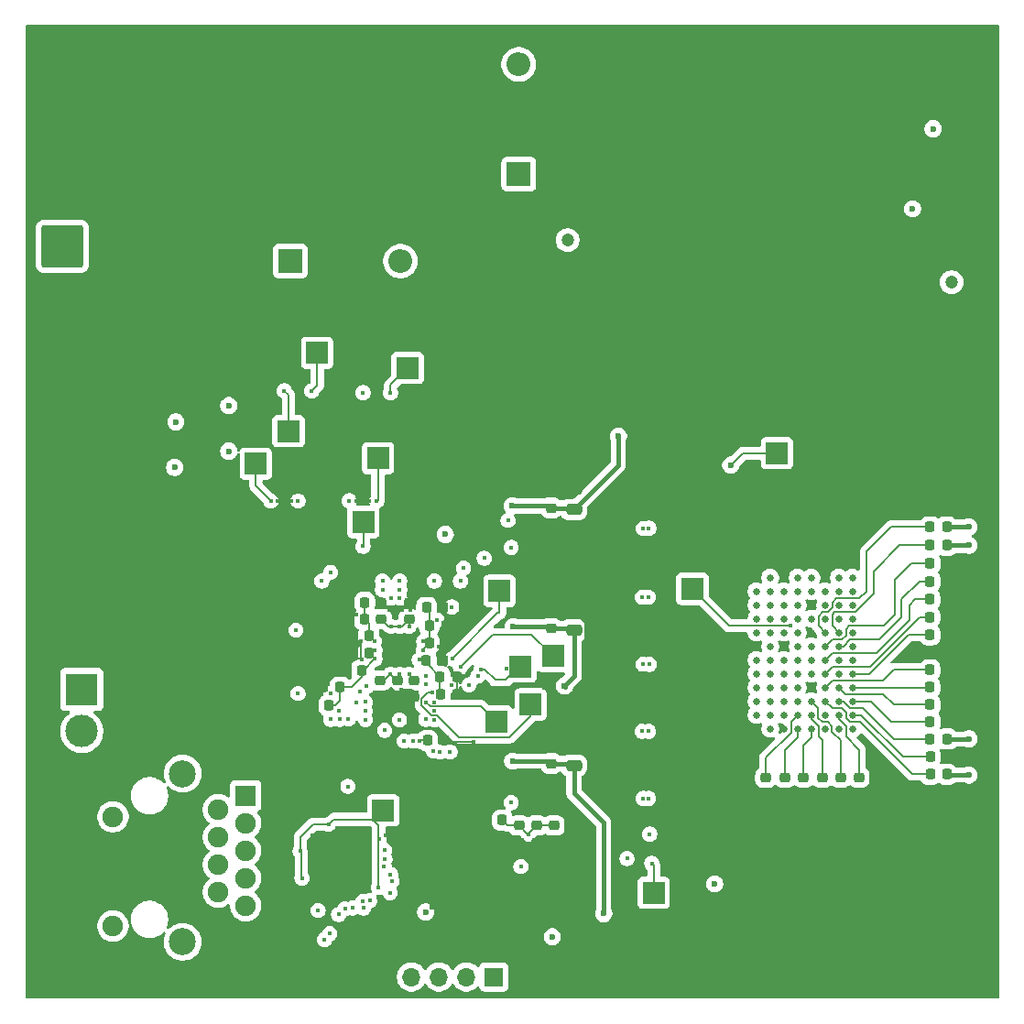
<source format=gbr>
%TF.GenerationSoftware,KiCad,Pcbnew,9.0.0*%
%TF.CreationDate,2025-02-27T19:38:35-05:00*%
%TF.ProjectId,S25-26,5332352d-3236-42e6-9b69-6361645f7063,rev?*%
%TF.SameCoordinates,Original*%
%TF.FileFunction,Copper,L6,Bot*%
%TF.FilePolarity,Positive*%
%FSLAX46Y46*%
G04 Gerber Fmt 4.6, Leading zero omitted, Abs format (unit mm)*
G04 Created by KiCad (PCBNEW 9.0.0) date 2025-02-27 19:38:35*
%MOMM*%
%LPD*%
G01*
G04 APERTURE LIST*
G04 Aperture macros list*
%AMRoundRect*
0 Rectangle with rounded corners*
0 $1 Rounding radius*
0 $2 $3 $4 $5 $6 $7 $8 $9 X,Y pos of 4 corners*
0 Add a 4 corners polygon primitive as box body*
4,1,4,$2,$3,$4,$5,$6,$7,$8,$9,$2,$3,0*
0 Add four circle primitives for the rounded corners*
1,1,$1+$1,$2,$3*
1,1,$1+$1,$4,$5*
1,1,$1+$1,$6,$7*
1,1,$1+$1,$8,$9*
0 Add four rect primitives between the rounded corners*
20,1,$1+$1,$2,$3,$4,$5,0*
20,1,$1+$1,$4,$5,$6,$7,0*
20,1,$1+$1,$6,$7,$8,$9,0*
20,1,$1+$1,$8,$9,$2,$3,0*%
G04 Aperture macros list end*
%TA.AperFunction,SMDPad,CuDef*%
%ADD10RoundRect,0.225000X0.225000X0.250000X-0.225000X0.250000X-0.225000X-0.250000X0.225000X-0.250000X0*%
%TD*%
%TA.AperFunction,ComponentPad*%
%ADD11R,3.000000X3.000000*%
%TD*%
%TA.AperFunction,ComponentPad*%
%ADD12C,3.000000*%
%TD*%
%TA.AperFunction,ComponentPad*%
%ADD13C,1.900000*%
%TD*%
%TA.AperFunction,ComponentPad*%
%ADD14R,1.900000X1.900000*%
%TD*%
%TA.AperFunction,ComponentPad*%
%ADD15C,2.500000*%
%TD*%
%TA.AperFunction,ComponentPad*%
%ADD16RoundRect,0.250002X1.699998X-1.699998X1.699998X1.699998X-1.699998X1.699998X-1.699998X-1.699998X0*%
%TD*%
%TA.AperFunction,ComponentPad*%
%ADD17C,3.900000*%
%TD*%
%TA.AperFunction,ComponentPad*%
%ADD18R,2.200000X2.200000*%
%TD*%
%TA.AperFunction,ComponentPad*%
%ADD19O,2.200000X2.200000*%
%TD*%
%TA.AperFunction,ComponentPad*%
%ADD20R,1.700000X1.700000*%
%TD*%
%TA.AperFunction,ComponentPad*%
%ADD21O,1.700000X1.700000*%
%TD*%
%TA.AperFunction,ComponentPad*%
%ADD22C,0.640000*%
%TD*%
%TA.AperFunction,SMDPad,CuDef*%
%ADD23RoundRect,0.225000X-0.225000X-0.250000X0.225000X-0.250000X0.225000X0.250000X-0.225000X0.250000X0*%
%TD*%
%TA.AperFunction,SMDPad,CuDef*%
%ADD24R,2.000000X2.000000*%
%TD*%
%TA.AperFunction,SMDPad,CuDef*%
%ADD25RoundRect,0.225000X0.250000X-0.225000X0.250000X0.225000X-0.250000X0.225000X-0.250000X-0.225000X0*%
%TD*%
%TA.AperFunction,SMDPad,CuDef*%
%ADD26RoundRect,0.225000X-0.250000X0.225000X-0.250000X-0.225000X0.250000X-0.225000X0.250000X0.225000X0*%
%TD*%
%TA.AperFunction,SMDPad,CuDef*%
%ADD27RoundRect,0.250000X0.475000X-0.250000X0.475000X0.250000X-0.475000X0.250000X-0.475000X-0.250000X0*%
%TD*%
%TA.AperFunction,ViaPad*%
%ADD28C,0.400000*%
%TD*%
%TA.AperFunction,ViaPad*%
%ADD29C,0.600000*%
%TD*%
%TA.AperFunction,ViaPad*%
%ADD30C,1.200000*%
%TD*%
%TA.AperFunction,Conductor*%
%ADD31C,0.200000*%
%TD*%
%TA.AperFunction,Conductor*%
%ADD32C,0.400000*%
%TD*%
G04 APERTURE END LIST*
D10*
%TO.P,C38,2*%
%TO.N,GND*%
X138575000Y-106650000D03*
%TO.P,C38,1*%
%TO.N,+3V3*%
X140125000Y-106650000D03*
%TD*%
D11*
%TO.P,J3,1,Pin_1*%
%TO.N,/SCB3_RX*%
X113600000Y-111620000D03*
D12*
%TO.P,J3,2,Pin_2*%
%TO.N,/SCB3_TX*%
X113600000Y-115500000D03*
%TD*%
D13*
%TO.P,J4,L1*%
%TO.N,/PHY_LED0*%
X116495000Y-133500000D03*
%TO.P,J4,L2*%
%TO.N,GND*%
X114975000Y-130960000D03*
%TO.P,J4,L3*%
%TO.N,/PHY_LED0*%
X116495000Y-123390000D03*
%TO.P,J4,L4*%
%TO.N,GND*%
X114975000Y-120850000D03*
D14*
%TO.P,J4,R1,CT*%
%TO.N,unconnected-(J4-CT-PadR1)*%
X128765000Y-121460000D03*
D13*
%TO.P,J4,R2,TD1+*%
%TO.N,/BI_DA_P*%
X126225000Y-122730000D03*
%TO.P,J4,R3,TD1-*%
%TO.N,/BI_DA_N*%
X128765000Y-124000000D03*
%TO.P,J4,R4,TD2+*%
%TO.N,/BI_DB_P*%
X126225000Y-125270000D03*
%TO.P,J4,R5,TD2-*%
%TO.N,/BI_DB_N*%
X128765000Y-126540000D03*
%TO.P,J4,R6,TD3+*%
%TO.N,/BI_DC_P*%
X126225000Y-127810000D03*
%TO.P,J4,R7,TD3-*%
%TO.N,/BI_DC_N*%
X128765000Y-129080000D03*
%TO.P,J4,R8,TD4+*%
%TO.N,/BI_DD_P*%
X126225000Y-130350000D03*
%TO.P,J4,R9,TD4-*%
%TO.N,/BI_DD_N*%
X128765000Y-131620000D03*
%TO.P,J4,R10,GND*%
%TO.N,GND*%
X126225000Y-132890000D03*
D15*
%TO.P,J4,SH,SH*%
%TO.N,unconnected-(J4-PadSH)*%
X122925000Y-119400000D03*
X122925000Y-134950000D03*
%TD*%
D16*
%TO.P,J1,1*%
%TO.N,/Voltage Regulation/DC_LINE_IN_28V*%
X111825000Y-70675000D03*
D17*
%TO.P,J1,2*%
%TO.N,GND*%
X111825000Y-62875000D03*
%TD*%
D18*
%TO.P,D1,1,K*%
%TO.N,/Voltage Regulation/DC_LINE_IN_28V*%
X132900000Y-72030000D03*
D19*
%TO.P,D1,2,A*%
%TO.N,+3V3*%
X143060000Y-72030000D03*
%TD*%
D20*
%TO.P,J2,1,Pin_1*%
%TO.N,/JTAG_SWCLK*%
X151700000Y-138200000D03*
D21*
%TO.P,J2,2,Pin_2*%
%TO.N,/JTAG_SWDIO*%
X149160000Y-138200000D03*
%TO.P,J2,3,Pin_3*%
%TO.N,/JTAG_SWO*%
X146620000Y-138200000D03*
%TO.P,J2,4,Pin_4*%
%TO.N,/JTAG_TDI*%
X144080000Y-138200000D03*
%TD*%
D18*
%TO.P,D2,1,K*%
%TO.N,+3V3*%
X154000000Y-64000000D03*
D19*
%TO.P,D2,2,A*%
%TO.N,Net-(D2-A)*%
X154000000Y-53840000D03*
%TD*%
D22*
%TO.P,IC1,A2,OUT2_N*%
%TO.N,unconnected-(IC1-OUT2_N-PadA2)*%
X175970000Y-102560000D03*
%TO.P,IC1,A3,OUT2_P*%
%TO.N,unconnected-(IC1-OUT2_P-PadA3)*%
X175970000Y-103830000D03*
%TO.P,IC1,A4,OUT5_N*%
%TO.N,/LVDS Conversion/LVDS_CH05_N*%
X175970000Y-105100000D03*
%TO.P,IC1,A5,OUT5_P*%
%TO.N,/LVDS Conversion/LVDS_CH05_P*%
X175970000Y-106370000D03*
%TO.P,IC1,A6,GND_1*%
%TO.N,GND*%
X175970000Y-107640000D03*
%TO.P,IC1,A7,VDD20_1*%
%TO.N,+2V1*%
X175970000Y-108910000D03*
%TO.P,IC1,A8,OUT12_N*%
%TO.N,unconnected-(IC1-OUT12_N-PadA8)*%
X175970000Y-110180000D03*
%TO.P,IC1,A9,OUT12_P*%
%TO.N,unconnected-(IC1-OUT12_P-PadA9)*%
X175970000Y-111450000D03*
%TO.P,IC1,A10,OUT15_N*%
%TO.N,/LVDS Conversion/LVDS_CH15_N*%
X175970000Y-112720000D03*
%TO.P,IC1,A11,OUT15_P*%
%TO.N,/LVDS Conversion/LVDS_CH15_P*%
X175970000Y-113990000D03*
%TO.P,IC1,A12,GND_2*%
%TO.N,GND*%
X175970000Y-115260000D03*
%TO.P,IC1,B1,OUTCTR_N*%
%TO.N,/LVDS Conversion/LVDS_CTR_OUT_N*%
X177240000Y-101290000D03*
%TO.P,IC1,B2,OUTCTR_P*%
%TO.N,/LVDS Conversion/LVDS_CTR_OUT_P*%
X177240000Y-102560000D03*
%TO.P,IC1,B3,OUT4_N*%
%TO.N,unconnected-(IC1-OUT4_N-PadB3)*%
X177240000Y-103830000D03*
%TO.P,IC1,B4,OUT4_P*%
%TO.N,unconnected-(IC1-OUT4_P-PadB4)*%
X177240000Y-105100000D03*
%TO.P,IC1,B5,OUT7_N*%
%TO.N,/LVDS Conversion/LVDS_CH07_N*%
X177240000Y-106370000D03*
%TO.P,IC1,B6,OUT7_P*%
%TO.N,/LVDS Conversion/LVDS_CH07_P*%
X177240000Y-107640000D03*
%TO.P,IC1,B7,OUT10_N*%
%TO.N,unconnected-(IC1-OUT10_N-PadB7)*%
X177240000Y-108910000D03*
%TO.P,IC1,B8,OUT10_P*%
%TO.N,unconnected-(IC1-OUT10_P-PadB8)*%
X177240000Y-110180000D03*
%TO.P,IC1,B9,OUT13_N*%
%TO.N,/LVDS Conversion/LVDS_CH13_N*%
X177240000Y-111450000D03*
%TO.P,IC1,B10,OUT13_P*%
%TO.N,/LVDS Conversion/LVDS_CH13_P*%
X177240000Y-112720000D03*
%TO.P,IC1,B11,OUTCLK_N*%
%TO.N,/LVDS Conversion/LVDS_CLK_OUT_N*%
X177240000Y-113990000D03*
%TO.P,IC1,B12,OUTCLK_P*%
%TO.N,/LVDS Conversion/LVDS_CLK_OUT_P*%
X177240000Y-115260000D03*
%TO.P,IC1,C1,GND_3*%
%TO.N,GND*%
X178510000Y-101290000D03*
%TO.P,IC1,C2,OUT1_N*%
%TO.N,/LVDS Conversion/LVDS_CH01_N*%
X178510000Y-102560000D03*
%TO.P,IC1,C3,OUT1_P*%
%TO.N,/LVDS Conversion/LVDS_CH01_P*%
X178510000Y-103830000D03*
%TO.P,IC1,C4,OUT6_N*%
%TO.N,unconnected-(IC1-OUT6_N-PadC4)*%
X178510000Y-105100000D03*
%TO.P,IC1,C5,OUT6_P*%
%TO.N,unconnected-(IC1-OUT6_P-PadC5)*%
X178510000Y-106370000D03*
%TO.P,IC1,C6,GND_4*%
%TO.N,GND*%
X178510000Y-107640000D03*
%TO.P,IC1,C7,VDD20_2*%
%TO.N,+2V1*%
X178510000Y-108910000D03*
%TO.P,IC1,C8,OUT11_N*%
%TO.N,/LVDS Conversion/LVDS_CH11_N*%
X178510000Y-110180000D03*
%TO.P,IC1,C9,OUT11_P*%
%TO.N,/LVDS Conversion/LVDS_CH11_P*%
X178510000Y-111450000D03*
%TO.P,IC1,C10,OUT16_N*%
%TO.N,unconnected-(IC1-OUT16_N-PadC10)*%
X178510000Y-112720000D03*
%TO.P,IC1,C11,OUT16_P*%
%TO.N,unconnected-(IC1-OUT16_P-PadC11)*%
X178510000Y-113990000D03*
%TO.P,IC1,C12,GND_5*%
%TO.N,GND*%
X178510000Y-115260000D03*
%TO.P,IC1,D1,LVDS_CLK_P*%
%TO.N,/CMOS_CLK_IN_P*%
X179780000Y-101290000D03*
%TO.P,IC1,D2,LVDS_CLK_N*%
%TO.N,/CMOS_CLK_IN_N*%
X179780000Y-102560000D03*
%TO.P,IC1,D3,OUT3_N*%
%TO.N,/LVDS Conversion/LVDS_CH03_N*%
X179780000Y-103830000D03*
%TO.P,IC1,D4,OUT3_P*%
%TO.N,/LVDS Conversion/LVDS_CH03_P*%
X179780000Y-105100000D03*
%TO.P,IC1,D5,OUT8_N*%
%TO.N,unconnected-(IC1-OUT8_N-PadD5)*%
X179780000Y-106370000D03*
%TO.P,IC1,D6,OUT8_P*%
%TO.N,unconnected-(IC1-OUT8_P-PadD6)*%
X179780000Y-107640000D03*
%TO.P,IC1,D7,OUT9_N*%
%TO.N,/LVDS Conversion/LVDS_CH09_N*%
X179780000Y-108910000D03*
%TO.P,IC1,D8,OUT9_P*%
%TO.N,/LVDS Conversion/LVDS_CH09_P*%
X179780000Y-110180000D03*
%TO.P,IC1,D9,OUT14_N*%
%TO.N,unconnected-(IC1-OUT14_N-PadD9)*%
X179780000Y-111450000D03*
%TO.P,IC1,D10,OUT14_P*%
%TO.N,unconnected-(IC1-OUT14_P-PadD10)*%
X179780000Y-112720000D03*
%TO.P,IC1,D11,VREF*%
%TO.N,Net-(IC1-VREF)*%
X179780000Y-113990000D03*
%TO.P,IC1,D12,REF_ADC*%
%TO.N,Net-(IC1-REF_ADC)*%
X179780000Y-115260000D03*
%TO.P,IC1,E1,CLK_IN*%
%TO.N,/CMOS_MASTER_CLK*%
X181050000Y-101290000D03*
%TO.P,IC1,E2,VDD33_1*%
%TO.N,+3V3*%
X181050000Y-102560000D03*
%TO.P,IC1,E3,GND_6*%
%TO.N,GND*%
X181050000Y-103830000D03*
%TO.P,IC1,E4,VDD20_3*%
%TO.N,+2V1*%
X181050000Y-105100000D03*
%TO.P,IC1,E5,GND_7*%
%TO.N,GND*%
X181050000Y-106370000D03*
%TO.P,IC1,E6,VDDPIX_1*%
%TO.N,+3V*%
X181050000Y-107640000D03*
%TO.P,IC1,E7,VDD20_4*%
%TO.N,+2V1*%
X181050000Y-108910000D03*
%TO.P,IC1,E8,VDD20_5*%
X181050000Y-110180000D03*
%TO.P,IC1,E9,GND_8*%
%TO.N,GND*%
X181050000Y-111450000D03*
%TO.P,IC1,E10,SG_ADC*%
%TO.N,Net-(IC1-SG_ADC)*%
X181050000Y-112720000D03*
%TO.P,IC1,E11,VRAMP1*%
%TO.N,Net-(IC1-VRAMP1)*%
X181050000Y-113990000D03*
%TO.P,IC1,E12,VRAMP2*%
%TO.N,Net-(IC1-VRAMP2)*%
X181050000Y-115260000D03*
%TO.P,IC1,F1,GND_9*%
%TO.N,GND*%
X182320000Y-101290000D03*
%TO.P,IC1,F2,FRAME__REQ*%
%TO.N,/FRAME_REQ*%
X182320000Y-102560000D03*
%TO.P,IC1,F3,SPI_IN*%
%TO.N,/CMOS_SPI_MOSI*%
X182320000Y-103830000D03*
%TO.P,IC1,F4,SPI_OUT*%
%TO.N,/CMOS_SPI_MISO*%
X182320000Y-105100000D03*
%TO.P,IC1,F5,CMD_P__INV*%
%TO.N,Net-(IC1-CMD_P__INV)*%
X182320000Y-106370000D03*
%TO.P,IC1,F6,VPCH_H*%
%TO.N,Net-(IC1-VPCH_H)*%
X182320000Y-107640000D03*
%TO.P,IC1,F7,VRES_H*%
%TO.N,Net-(IC1-VRES_H)*%
X182320000Y-108910000D03*
%TO.P,IC1,F8,VTF_L2*%
%TO.N,Net-(IC1-VTF_L2)*%
X182320000Y-110180000D03*
%TO.P,IC1,F9,COL_LOAD*%
%TO.N,Net-(IC1-COL_LOAD)*%
X182320000Y-111450000D03*
%TO.P,IC1,F10,RAMP*%
%TO.N,Net-(IC1-RAMP)*%
X182320000Y-112720000D03*
%TO.P,IC1,F11,DIO1*%
%TO.N,unconnected-(IC1-DIO1-PadF11)*%
X182320000Y-113990000D03*
%TO.P,IC1,F12,GND_10*%
%TO.N,GND*%
X182320000Y-115260000D03*
%TO.P,IC1,G1,VDDPIX_2*%
%TO.N,+3V*%
X183590000Y-101290000D03*
%TO.P,IC1,G2,TDIG2*%
%TO.N,unconnected-(IC1-TDIG2-PadG2)*%
X183590000Y-102560000D03*
%TO.P,IC1,G3,T_EXP2*%
%TO.N,unconnected-(IC1-T_EXP2-PadG3)*%
X183590000Y-103830000D03*
%TO.P,IC1,G4,SPI_EN*%
%TO.N,/CMOS_SPI_EN*%
X183590000Y-105100000D03*
%TO.P,IC1,G5,CMD_P*%
%TO.N,Net-(IC1-CMD_P)*%
X183590000Y-106370000D03*
%TO.P,IC1,G6,CMD_N*%
%TO.N,Net-(IC1-CMD_N)*%
X183590000Y-107640000D03*
%TO.P,IC1,G7,TANA*%
%TO.N,unconnected-(IC1-TANA-PadG7)*%
X183590000Y-108910000D03*
%TO.P,IC1,G8,VTF_L1*%
%TO.N,GND*%
X183590000Y-110180000D03*
%TO.P,IC1,G9,COL_AMP*%
%TO.N,Net-(IC1-COL_AMP)*%
X183590000Y-111450000D03*
%TO.P,IC1,G10,ADC*%
%TO.N,Net-(IC1-ADC)*%
X183590000Y-112720000D03*
%TO.P,IC1,G11,VBGAP*%
%TO.N,Net-(IC1-VBGAP)*%
X183590000Y-113990000D03*
%TO.P,IC1,G12,VDDPIX_3*%
%TO.N,+3V*%
X183590000Y-115260000D03*
%TO.P,IC1,H1,VDD33_2*%
%TO.N,+3V3*%
X184860000Y-101290000D03*
%TO.P,IC1,H2,TDIG1*%
%TO.N,unconnected-(IC1-TDIG1-PadH2)*%
X184860000Y-102560000D03*
%TO.P,IC1,H3,T_EXP1*%
%TO.N,unconnected-(IC1-T_EXP1-PadH3)*%
X184860000Y-103830000D03*
%TO.P,IC1,H4,SPI_CLK*%
%TO.N,/CMOS_SPI_CLK*%
X184860000Y-105100000D03*
%TO.P,IC1,H5,SYS_RES_N*%
%TO.N,/CMOS_RESET_N*%
X184860000Y-106370000D03*
%TO.P,IC1,H6,VDD33_3*%
%TO.N,+3V3*%
X184860000Y-107640000D03*
%TO.P,IC1,H7,GND_11*%
%TO.N,GND*%
X184860000Y-108910000D03*
%TO.P,IC1,H8,VRES_L*%
%TO.N,Net-(IC1-VRES_L)*%
X184860000Y-110180000D03*
%TO.P,IC1,H9,VTF_L3*%
%TO.N,Net-(IC1-VTF_L3)*%
X184860000Y-111450000D03*
%TO.P,IC1,H10,COL_PC*%
%TO.N,Net-(IC1-COL_PC)*%
X184860000Y-112720000D03*
%TO.P,IC1,H11,LVDS*%
%TO.N,Net-(IC1-LVDS)*%
X184860000Y-113990000D03*
%TO.P,IC1,H12,DIO2*%
%TO.N,unconnected-(IC1-DIO2-PadH12)*%
X184860000Y-115260000D03*
%TD*%
D23*
%TO.P,C52,1*%
%TO.N,+3V3*%
X145475000Y-104050000D03*
%TO.P,C52,2*%
%TO.N,GND*%
X147025000Y-104050000D03*
%TD*%
D10*
%TO.P,C29,1*%
%TO.N,+3V3*%
X139725000Y-105150000D03*
%TO.P,C29,2*%
%TO.N,GND*%
X138175000Y-105150000D03*
%TD*%
D24*
%TO.P,TP3,1,1*%
%TO.N,/CMOS_SPI_EN*%
X170050000Y-102325000D03*
%TD*%
D25*
%TO.P,C44,1*%
%TO.N,+3V3*%
X143850000Y-105150000D03*
%TO.P,C44,2*%
%TO.N,GND*%
X143850000Y-103600000D03*
%TD*%
D26*
%TO.P,C54,1*%
%TO.N,/Processing/EXT_PS_CTL1*%
X155650000Y-124200000D03*
%TO.P,C54,2*%
%TO.N,GND*%
X155650000Y-125750000D03*
%TD*%
D24*
%TO.P,TP16,1,1*%
%TO.N,/Processing/DRV_VOUT*%
X166475000Y-130425000D03*
%TD*%
D27*
%TO.P,C69,1*%
%TO.N,+3V3*%
X159100000Y-118650000D03*
%TO.P,C69,2*%
%TO.N,GND*%
X159100000Y-116750000D03*
%TD*%
D23*
%TO.P,C61,1*%
%TO.N,+3V3*%
X146725000Y-110450000D03*
%TO.P,C61,2*%
%TO.N,GND*%
X148275000Y-110450000D03*
%TD*%
D25*
%TO.P,C3,1*%
%TO.N,GND*%
X182060000Y-121330000D03*
%TO.P,C3,2*%
%TO.N,Net-(IC1-VRAMP1)*%
X182060000Y-119780000D03*
%TD*%
D10*
%TO.P,C51,1*%
%TO.N,/Processing/EXT_PS_CTL1*%
X152475000Y-123700000D03*
%TO.P,C51,2*%
%TO.N,GND*%
X150925000Y-123700000D03*
%TD*%
%TO.P,C6,1*%
%TO.N,GND*%
X193565000Y-99980000D03*
%TO.P,C6,2*%
%TO.N,Net-(IC1-VPCH_H)*%
X192015000Y-99980000D03*
%TD*%
D25*
%TO.P,C67,1*%
%TO.N,+3V3*%
X157000000Y-105975000D03*
%TO.P,C67,2*%
%TO.N,GND*%
X157000000Y-104425000D03*
%TD*%
D23*
%TO.P,C49,1*%
%TO.N,/Processing/EXT_PS_CTL1*%
X145575000Y-116350000D03*
%TO.P,C49,2*%
%TO.N,GND*%
X147125000Y-116350000D03*
%TD*%
D10*
%TO.P,C8,1*%
%TO.N,GND*%
X193555000Y-104950000D03*
%TO.P,C8,2*%
%TO.N,Net-(IC1-VTF_L2)*%
X192005000Y-104950000D03*
%TD*%
D25*
%TO.P,C14,1*%
%TO.N,GND*%
X185460000Y-121310000D03*
%TO.P,C14,2*%
%TO.N,Net-(IC1-VBGAP)*%
X185460000Y-119760000D03*
%TD*%
D10*
%TO.P,C10,1*%
%TO.N,+3V3*%
X193555000Y-98300000D03*
%TO.P,C10,2*%
%TO.N,Net-(IC1-CMD_P)*%
X192005000Y-98300000D03*
%TD*%
D26*
%TO.P,C19,1*%
%TO.N,Net-(IC1-VREF)*%
X176820000Y-119785000D03*
%TO.P,C19,2*%
%TO.N,GND*%
X176820000Y-121335000D03*
%TD*%
D24*
%TO.P,TP2,1,1*%
%TO.N,/CMOS_RESET_N*%
X157150000Y-108550000D03*
%TD*%
D10*
%TO.P,C45,1*%
%TO.N,+3V3*%
X139475000Y-109850000D03*
%TO.P,C45,2*%
%TO.N,GND*%
X137925000Y-109850000D03*
%TD*%
D24*
%TO.P,TP12,1,1*%
%TO.N,/Processing/QSPI_IO2*%
X132725000Y-87750000D03*
%TD*%
D23*
%TO.P,C50,1*%
%TO.N,+3V3*%
X145725000Y-105700000D03*
%TO.P,C50,2*%
%TO.N,GND*%
X147275000Y-105700000D03*
%TD*%
%TO.P,C34,1*%
%TO.N,+3V3*%
X145440000Y-108950000D03*
%TO.P,C34,2*%
%TO.N,GND*%
X146990000Y-108950000D03*
%TD*%
D24*
%TO.P,TP1,1,1*%
%TO.N,/CMOS_SPI_CLK*%
X154150000Y-109500000D03*
%TD*%
D10*
%TO.P,C56,1*%
%TO.N,+3V3*%
X139775000Y-103600000D03*
%TO.P,C56,2*%
%TO.N,GND*%
X138225000Y-103600000D03*
%TD*%
%TO.P,C17,1*%
%TO.N,GND*%
X193570000Y-114610000D03*
%TO.P,C17,2*%
%TO.N,Net-(IC1-COL_PC)*%
X192020000Y-114610000D03*
%TD*%
D25*
%TO.P,C4,1*%
%TO.N,GND*%
X180330000Y-121330000D03*
%TO.P,C4,2*%
%TO.N,Net-(IC1-VRAMP2)*%
X180330000Y-119780000D03*
%TD*%
D26*
%TO.P,C32,1*%
%TO.N,+3V3*%
X142750000Y-110800000D03*
%TO.P,C32,2*%
%TO.N,GND*%
X142750000Y-112350000D03*
%TD*%
%TO.P,C53,1*%
%TO.N,/Processing/EXT_PS_CTL1*%
X154050000Y-124200000D03*
%TO.P,C53,2*%
%TO.N,GND*%
X154050000Y-125750000D03*
%TD*%
D27*
%TO.P,C68,1*%
%TO.N,+3V3*%
X159100000Y-95000000D03*
%TO.P,C68,2*%
%TO.N,GND*%
X159100000Y-93100000D03*
%TD*%
D24*
%TO.P,TP10,1,1*%
%TO.N,/Processing/QSPI_SEL0*%
X135375000Y-80525000D03*
%TD*%
D26*
%TO.P,C47,1*%
%TO.N,/Processing/EXT_PS_CTL1*%
X157250000Y-124200000D03*
%TO.P,C47,2*%
%TO.N,GND*%
X157250000Y-125750000D03*
%TD*%
D10*
%TO.P,C7,1*%
%TO.N,GND*%
X193560000Y-103310000D03*
%TO.P,C7,2*%
%TO.N,Net-(IC1-VRES_H)*%
X192010000Y-103310000D03*
%TD*%
D24*
%TO.P,TP7,1,1*%
%TO.N,/CMOS_MASTER_CLK*%
X177875000Y-89775000D03*
%TD*%
D26*
%TO.P,C31,1*%
%TO.N,+3V3*%
X141200000Y-110800000D03*
%TO.P,C31,2*%
%TO.N,GND*%
X141200000Y-112350000D03*
%TD*%
D10*
%TO.P,C16,1*%
%TO.N,GND*%
X193560000Y-111420000D03*
%TO.P,C16,2*%
%TO.N,Net-(IC1-VTF_L3)*%
X192010000Y-111420000D03*
%TD*%
%TO.P,C36,1*%
%TO.N,+3V3*%
X140125000Y-108250000D03*
%TO.P,C36,2*%
%TO.N,GND*%
X138575000Y-108250000D03*
%TD*%
D25*
%TO.P,C66,1*%
%TO.N,+3V3*%
X157000000Y-118475000D03*
%TO.P,C66,2*%
%TO.N,GND*%
X157000000Y-116925000D03*
%TD*%
D24*
%TO.P,TP5,1,1*%
%TO.N,/CMOS_SPI_MOSI*%
X155100000Y-113025000D03*
%TD*%
D25*
%TO.P,C2,1*%
%TO.N,GND*%
X183760000Y-121330000D03*
%TO.P,C2,2*%
%TO.N,Net-(IC1-SG_ADC)*%
X183760000Y-119780000D03*
%TD*%
D24*
%TO.P,TP4,1,1*%
%TO.N,/FRAME_REQ*%
X152225000Y-102525000D03*
%TD*%
%TO.P,TP8,1,1*%
%TO.N,/VDD1V1*%
X141475000Y-122800000D03*
%TD*%
D23*
%TO.P,C35,1*%
%TO.N,+3V3*%
X145750000Y-107350000D03*
%TO.P,C35,2*%
%TO.N,GND*%
X147300000Y-107350000D03*
%TD*%
D24*
%TO.P,TP17,1,1*%
%TO.N,/Processing/QSPI_SEL1*%
X143725000Y-81900000D03*
%TD*%
D25*
%TO.P,C41,1*%
%TO.N,+3V3*%
X141300000Y-105125000D03*
%TO.P,C41,2*%
%TO.N,GND*%
X141300000Y-103575000D03*
%TD*%
D27*
%TO.P,C70,1*%
%TO.N,+3V3*%
X159100000Y-106150000D03*
%TO.P,C70,2*%
%TO.N,GND*%
X159100000Y-104250000D03*
%TD*%
D10*
%TO.P,C9,1*%
%TO.N,GND*%
X193555000Y-109810000D03*
%TO.P,C9,2*%
%TO.N,Net-(IC1-COL_LOAD)*%
X192005000Y-109810000D03*
%TD*%
D24*
%TO.P,TP13,1,1*%
%TO.N,/Processing/QSPI_IO3*%
X140975000Y-90250000D03*
%TD*%
D10*
%TO.P,C12,1*%
%TO.N,GND*%
X193570000Y-113040000D03*
%TO.P,C12,2*%
%TO.N,Net-(IC1-COL_AMP)*%
X192020000Y-113040000D03*
%TD*%
%TO.P,C5,1*%
%TO.N,+3V3*%
X193570000Y-96600000D03*
%TO.P,C5,2*%
%TO.N,Net-(IC1-CMD_P__INV)*%
X192020000Y-96600000D03*
%TD*%
%TO.P,C13,1*%
%TO.N,+3V3*%
X193570000Y-116210000D03*
%TO.P,C13,2*%
%TO.N,Net-(IC1-ADC)*%
X192020000Y-116210000D03*
%TD*%
D24*
%TO.P,TP14,1,1*%
%TO.N,/Processing/QSPI_SCLK*%
X139625000Y-96150000D03*
%TD*%
D26*
%TO.P,C33,1*%
%TO.N,+3V3*%
X144300000Y-110775000D03*
%TO.P,C33,2*%
%TO.N,GND*%
X144300000Y-112325000D03*
%TD*%
D24*
%TO.P,TP15,1,1*%
%TO.N,/Processing/QSPI_IO0*%
X129700000Y-90775000D03*
%TD*%
D25*
%TO.P,C65,1*%
%TO.N,+3V3*%
X157000000Y-94850000D03*
%TO.P,C65,2*%
%TO.N,GND*%
X157000000Y-93300000D03*
%TD*%
D10*
%TO.P,C18,1*%
%TO.N,GND*%
X193580000Y-117850000D03*
%TO.P,C18,2*%
%TO.N,Net-(IC1-LVDS)*%
X192030000Y-117850000D03*
%TD*%
%TO.P,C46,1*%
%TO.N,+3V3*%
X137450000Y-111400000D03*
%TO.P,C46,2*%
%TO.N,GND*%
X135900000Y-111400000D03*
%TD*%
%TO.P,C11,1*%
%TO.N,GND*%
X193565000Y-101640000D03*
%TO.P,C11,2*%
%TO.N,Net-(IC1-CMD_N)*%
X192015000Y-101640000D03*
%TD*%
%TO.P,C59,1*%
%TO.N,+3V3*%
X136437500Y-113100000D03*
%TO.P,C59,2*%
%TO.N,GND*%
X134887500Y-113100000D03*
%TD*%
D26*
%TO.P,C20,1*%
%TO.N,Net-(IC1-REF_ADC)*%
X178600000Y-119780000D03*
%TO.P,C20,2*%
%TO.N,GND*%
X178600000Y-121330000D03*
%TD*%
D24*
%TO.P,TP6,1,1*%
%TO.N,/CMOS_SPI_MISO*%
X151950000Y-114625000D03*
%TD*%
D10*
%TO.P,C1,1*%
%TO.N,+3V3*%
X193580000Y-119470000D03*
%TO.P,C1,2*%
%TO.N,Net-(IC1-RAMP)*%
X192030000Y-119470000D03*
%TD*%
D23*
%TO.P,C58,1*%
%TO.N,+3V3*%
X146775000Y-112050000D03*
%TO.P,C58,2*%
%TO.N,GND*%
X148325000Y-112050000D03*
%TD*%
D10*
%TO.P,C15,1*%
%TO.N,GND*%
X193555000Y-106570000D03*
%TO.P,C15,2*%
%TO.N,Net-(IC1-VRES_L)*%
X192005000Y-106570000D03*
%TD*%
D28*
%TO.N,GND*%
X139440000Y-107200000D03*
%TO.N,/FRAME_REQ*%
X147830000Y-108800000D03*
%TO.N,/Processing/QSPI_SCLK*%
X139600000Y-98400000D03*
%TO.N,/Processing/EXT_PS_CTL1*%
X154900000Y-125000000D03*
%TO.N,/LVDS Conversion/LVDS_RECV_EN*%
X147800000Y-104000000D03*
X153300000Y-122100000D03*
%TO.N,/Processing/EXT_PS_CTL1*%
X146450000Y-105200000D03*
%TO.N,/CMOS_SPI_EN*%
X179100000Y-105750000D03*
%TO.N,/LVDS Conversion/LVDS_RECV_EN*%
X152845000Y-109700000D03*
X153300000Y-98500000D03*
%TO.N,/LVDS Conversion/CMOS_CTR_OUT*%
X153000000Y-96000000D03*
%TO.N,/Processing/ECO_IN*%
X154200000Y-128000000D03*
%TO.N,/Processing/QSPI_IO2*%
X132330000Y-84030000D03*
%TO.N,/Processing/QSPI_SEL0*%
X134870000Y-84030000D03*
%TO.N,/Processing/QSPI_IO2*%
X139600000Y-84200000D03*
%TO.N,/Processing/QSPI_SEL1*%
X142140000Y-84200000D03*
%TO.N,GND*%
X129000000Y-107750000D03*
X131050000Y-108050000D03*
%TO.N,+3V3*%
X133400000Y-106150000D03*
%TO.N,/Processing/EXT_PS_CTL1*%
X166100000Y-125000000D03*
%TO.N,/Processing/DRV_VOUT*%
X166300000Y-127700000D03*
%TO.N,/Processing/EXT_PS_CTL0*%
X164000000Y-127250000D03*
%TO.N,/CMOS_SPI_EN*%
X146200000Y-101600000D03*
X148900000Y-100400000D03*
%TO.N,GND*%
X149798400Y-116500000D03*
%TO.N,/JTAG_TDI*%
X146100000Y-117300000D03*
%TO.N,/JTAG_SWO*%
X146700000Y-117400000D03*
%TO.N,/JTAG_SWCLK*%
X147650000Y-117400000D03*
%TO.N,/Processing/DRV_VOUT*%
X143412500Y-116387500D03*
%TO.N,/Processing/EXT_PS_CTL0*%
X144200000Y-116400000D03*
%TO.N,/Processing/EXT_PS_CTL1*%
X144800000Y-116400000D03*
%TO.N,/CMOS_SPI_MOSI*%
X145975000Y-111925000D03*
%TO.N,/Processing/EXT_PS_CTL1*%
X145450000Y-111150000D03*
%TO.N,/CMOS_SPI_CLK*%
X150500000Y-109800000D03*
X145400000Y-110400000D03*
%TO.N,/Processing/ECO_IN*%
X141600000Y-115400000D03*
%TO.N,GND*%
X141400000Y-114350000D03*
%TO.N,/ETH0_RX_CTL*%
X142975000Y-114435000D03*
%TO.N,/ETH0_RX_CLK*%
X145400000Y-114400000D03*
%TO.N,/JTAG_TDI*%
X146190000Y-114430000D03*
%TO.N,/JTAG_SWO*%
X146159427Y-113618400D03*
%TO.N,/HRSTN*%
X147800000Y-111200000D03*
%TO.N,/ETH0_MDIO*%
X149400000Y-111200000D03*
%TO.N,/ETH0_MDC*%
X150200000Y-110400000D03*
%TO.N,/CMOS_RESET_N*%
X148600000Y-109550000D03*
%TO.N,/CMOS_SPI_MISO*%
X145400000Y-112800000D03*
%TO.N,/JTAG_SWCLK*%
X146200000Y-112800000D03*
%TO.N,GND*%
X143150000Y-111650000D03*
%TO.N,+3V3*%
X142150000Y-110200000D03*
X143000000Y-110200000D03*
X143875000Y-110225000D03*
%TO.N,/SCB3_RX*%
X136600000Y-112000000D03*
%TO.N,/LVDS Conversion/LVDS_CH01_P*%
X165510000Y-96750000D03*
%TO.N,/LVDS Conversion/LVDS_CH01_N*%
X166020000Y-96730000D03*
%TO.N,/LVDS Conversion/LVDS_CH05_P*%
X165400000Y-103100000D03*
%TO.N,/LVDS Conversion/LVDS_CH05_N*%
X166000000Y-103100000D03*
%TO.N,/LVDS Conversion/LVDS_CH09_P*%
X165500000Y-109300000D03*
%TO.N,/LVDS Conversion/LVDS_CH09_N*%
X166055499Y-109305000D03*
%TO.N,/LVDS Conversion/LVDS_CH13_P*%
X165400000Y-115500000D03*
%TO.N,/LVDS Conversion/LVDS_CH13_N*%
X166000000Y-115500000D03*
%TO.N,/LVDS Conversion/LVDS_CLK_OUT_P*%
X165498397Y-121700000D03*
%TO.N,/LVDS Conversion/LVDS_CLK_OUT_N*%
X166000000Y-121700000D03*
%TO.N,GND*%
X172300000Y-126850000D03*
%TO.N,/HRSTN*%
X135450000Y-132060000D03*
%TO.N,GND*%
X135400000Y-133000000D03*
%TO.N,/ETH0_MDC*%
X136050000Y-134750000D03*
%TO.N,/ETH0_MDIO*%
X136525000Y-134200000D03*
%TO.N,GND*%
X137500000Y-133900000D03*
%TO.N,/ETH0_RXD_3*%
X137350000Y-132435000D03*
%TO.N,/ETH0_RXD_1*%
X138625000Y-131835000D03*
%TO.N,/ETH0_RXD_2*%
X137925000Y-131910000D03*
%TO.N,GND*%
X138400000Y-132700000D03*
%TO.N,/ETH0_RXD_0*%
X139650000Y-131835000D03*
%TO.N,/ETH0_RX_CTL*%
X139600000Y-131235000D03*
%TO.N,/ETH0_RX_CLK*%
X140210000Y-131160000D03*
%TO.N,GND*%
X140700000Y-132100000D03*
X141300000Y-130900000D03*
X134800000Y-130500000D03*
%TO.N,/VDD1V1*%
X133955000Y-129055000D03*
X133775000Y-126560000D03*
%TO.N,GND*%
X134900000Y-125100000D03*
%TO.N,/VDD1V1*%
X136400000Y-124100000D03*
X141098159Y-125448159D03*
%TO.N,GND*%
X141700000Y-125100000D03*
%TO.N,/ETH0_TX_CLK*%
X141600000Y-126479751D03*
%TO.N,/ETH0_TXD_0*%
X141550000Y-127960000D03*
%TO.N,/ETH0_TX_CTL*%
X141625000Y-127335000D03*
%TO.N,/VDD1V1*%
X141050000Y-129935000D03*
%TO.N,/ETH0_TXD_3*%
X142100000Y-130410000D03*
%TO.N,/ETH0_TXD_2*%
X142275000Y-129360000D03*
%TO.N,/ETH0_TXD_1*%
X142150000Y-128735000D03*
%TO.N,GND*%
X143850000Y-126850000D03*
X139150000Y-122535000D03*
X138700000Y-121300000D03*
X136400000Y-121200000D03*
%TO.N,/ETH0_RXD_0*%
X138200000Y-120585000D03*
%TO.N,GND*%
X136400000Y-119400000D03*
X136400000Y-117500000D03*
X138700000Y-117700000D03*
X136400000Y-115600000D03*
X143950000Y-104300000D03*
X142012500Y-104287500D03*
X143175000Y-104275000D03*
X135500000Y-100500000D03*
%TO.N,/Processing/TEMPR_ADC0 (P6.0)*%
X136600000Y-100800000D03*
%TO.N,/Processing/TEMPR_ADC1 (P6.1)*%
X135800000Y-101600000D03*
%TO.N,/ETH0_TXD_0*%
X137392500Y-113607500D03*
%TO.N,/SCB3_RX*%
X133600000Y-112000000D03*
%TO.N,GND*%
X132500000Y-113300000D03*
%TO.N,/ETH0_TX_CLK*%
X137442500Y-114400000D03*
%TO.N,/ETH0_TX_CTL*%
X136600000Y-114385000D03*
%TO.N,/ETH0_RXD_1*%
X138242500Y-114342500D03*
%TO.N,GND*%
X139600000Y-115400000D03*
%TO.N,/ETH0_RXD_2*%
X139825000Y-114409744D03*
%TO.N,/ETH0_RXD_3*%
X139815257Y-113600001D03*
%TO.N,/ETH0_TXD_1*%
X138950000Y-112850000D03*
%TO.N,/ETH0_TXD_3*%
X139807629Y-112792371D03*
%TO.N,/ETH0_TXD_2*%
X139329424Y-111849504D03*
%TO.N,/Processing/EXT_PS_CTL1*%
X139950000Y-111350000D03*
%TO.N,GND*%
X139500000Y-108900000D03*
X138950000Y-104750000D03*
%TO.N,+3V3*%
X140700000Y-108800000D03*
X140700000Y-108000000D03*
X140637500Y-107162500D03*
X142200000Y-105800000D03*
X143850000Y-105800000D03*
X143000000Y-105800000D03*
%TO.N,GND*%
X142150000Y-107200000D03*
X142200000Y-108850000D03*
X143800000Y-108800000D03*
X143800000Y-107200000D03*
X146575400Y-107710000D03*
%TO.N,+3V3*%
X144800000Y-108900000D03*
X145150000Y-108000000D03*
X145200000Y-107200000D03*
%TO.N,/Processing/QSPI_IO3*%
X140870000Y-94200000D03*
%TO.N,GND*%
X140200000Y-94200000D03*
X139000000Y-94200000D03*
%TO.N,/Processing/QSPI_IO0*%
X138315000Y-94185000D03*
%TO.N,/Processing/QSPI_IO3*%
X133600000Y-94200000D03*
%TO.N,GND*%
X133000000Y-94200000D03*
X131700000Y-94200000D03*
%TO.N,/Processing/QSPI_IO0*%
X131081801Y-94218199D03*
%TO.N,GND*%
X147500000Y-98400000D03*
X147550000Y-96250000D03*
X147550000Y-94750000D03*
%TO.N,/CMOS_SPI_EN*%
X150800000Y-99500000D03*
%TO.N,GND*%
X150150000Y-100800000D03*
%TO.N,/LVDS Conversion/CMOS_CTR_OUT*%
X148600000Y-101600000D03*
%TO.N,/Processing/QSPI_IO0*%
X142200000Y-103200000D03*
%TO.N,/Processing/QSPI_SCLK*%
X143000000Y-103200000D03*
%TO.N,/Processing/QSPI_SEL1*%
X143000000Y-102400000D03*
%TO.N,/Processing/QSPI_SEL0*%
X143000000Y-101600000D03*
%TO.N,/Processing/QSPI_IO3*%
X141400000Y-102400000D03*
%TO.N,/Processing/QSPI_IO2*%
X141400002Y-101600000D03*
D29*
%TO.N,+2V1*%
X190400000Y-67200000D03*
D30*
%TO.N,+3V3*%
X158500000Y-70100000D03*
D29*
X161850000Y-132350000D03*
X172100000Y-129600000D03*
X153500000Y-105820000D03*
D30*
X194000000Y-74000000D03*
D29*
X195600000Y-98300000D03*
X195615000Y-116210000D03*
X127200000Y-89600000D03*
X195600000Y-96600000D03*
X163200000Y-88200000D03*
X153445000Y-118255000D03*
X195605000Y-119530000D03*
X158200000Y-111300000D03*
X153400000Y-94665000D03*
X157100000Y-134500000D03*
X127200000Y-85400000D03*
%TO.N,+3V*%
X192300000Y-59800000D03*
%TO.N,GND*%
X195600000Y-109800000D03*
X153500000Y-116985000D03*
X154400000Y-126850000D03*
X178600000Y-122980000D03*
X173650000Y-84700000D03*
X186500000Y-60800000D03*
X180300000Y-83600000D03*
X195600000Y-103300000D03*
X153400000Y-93400000D03*
X195600000Y-111400000D03*
X176820000Y-122970000D03*
X150950000Y-73500000D03*
X180340000Y-122970000D03*
X180300000Y-81400000D03*
X125950000Y-56500000D03*
D30*
X185630000Y-83570000D03*
D29*
X182070000Y-123020000D03*
X113950000Y-61000000D03*
X170225000Y-65900000D03*
X153500000Y-104550000D03*
X195600000Y-113000000D03*
X160700000Y-136000000D03*
X112875000Y-89600000D03*
D30*
X156400000Y-84300000D03*
D29*
X174200000Y-61000000D03*
X159800000Y-128000000D03*
X170450000Y-58050000D03*
X174000000Y-68900000D03*
X186500000Y-68700000D03*
X160700000Y-130900000D03*
X136900000Y-96200000D03*
X132950000Y-52025000D03*
X137950000Y-53000000D03*
X195600000Y-106600000D03*
X112900000Y-85400000D03*
X144200000Y-96200000D03*
X150750000Y-125600000D03*
X195605000Y-114630000D03*
X195600000Y-105000000D03*
X120175000Y-91100000D03*
X195600000Y-100000000D03*
X118950000Y-58500000D03*
X131060000Y-84140000D03*
X120099997Y-86900000D03*
X138330000Y-84130000D03*
X183770000Y-123000000D03*
X156400000Y-111400000D03*
X195635000Y-117860000D03*
X195600000Y-101600000D03*
X185480000Y-122990000D03*
X146014579Y-131687851D03*
%TO.N,/CMOS_MASTER_CLK*%
X147200000Y-97300000D03*
X173600000Y-90900000D03*
%TO.N,/Processing/TEMPR_ADC1 (P6.1)*%
X122200000Y-91100000D03*
%TO.N,/Processing/TEMPR_ADC0 (P6.0)*%
X122300000Y-86900000D03*
%TO.N,/PHY_LED0*%
X145400000Y-132200000D03*
%TD*%
D31*
%TO.N,GND*%
X147275000Y-116500000D02*
X147125000Y-116350000D01*
X149798400Y-116500000D02*
X147275000Y-116500000D01*
%TO.N,/CMOS_SPI_CLK*%
X150870000Y-109800000D02*
X150500000Y-109800000D01*
X152800000Y-110750000D02*
X151820000Y-110750000D01*
X154050000Y-109500000D02*
X152800000Y-110750000D01*
X151820000Y-110750000D02*
X150870000Y-109800000D01*
%TO.N,GND*%
X144080000Y-111630000D02*
X143170000Y-111630000D01*
X144300000Y-112325000D02*
X144300000Y-111850000D01*
X144300000Y-111850000D02*
X144080000Y-111630000D01*
X143170000Y-111630000D02*
X143150000Y-111650000D01*
X139440000Y-108840000D02*
X139500000Y-108900000D01*
X139440000Y-107200000D02*
X139440000Y-108840000D01*
X139500000Y-107200000D02*
X139440000Y-107200000D01*
X139440000Y-107200000D02*
X139125000Y-107200000D01*
X139125000Y-107200000D02*
X138575000Y-106650000D01*
X146940000Y-107710000D02*
X147300000Y-107350000D01*
X146575400Y-107710000D02*
X146940000Y-107710000D01*
%TO.N,/FRAME_REQ*%
X152055000Y-104575000D02*
X147830000Y-108800000D01*
X152225000Y-104575000D02*
X152055000Y-104575000D01*
%TO.N,/CMOS_SPI_MOSI*%
X145600000Y-111900000D02*
X145950000Y-111900000D01*
X144980000Y-112520000D02*
X145600000Y-111900000D01*
X145920000Y-114020000D02*
X144980000Y-113080000D01*
X146428331Y-114020000D02*
X145920000Y-114020000D01*
X148438331Y-116030000D02*
X146428331Y-114020000D01*
X153160000Y-116030000D02*
X148438331Y-116030000D01*
X155100000Y-114090000D02*
X153160000Y-116030000D01*
X155100000Y-113025000D02*
X155100000Y-114090000D01*
X144980000Y-113080000D02*
X144980000Y-112520000D01*
%TO.N,/CMOS_SPI_MISO*%
X145800000Y-113200000D02*
X145400000Y-112800000D01*
X146033237Y-113202600D02*
X146030637Y-113200000D01*
X146366763Y-113202600D02*
X146033237Y-113202600D01*
X146030637Y-113200000D02*
X145800000Y-113200000D01*
X150525000Y-113200000D02*
X146369363Y-113200000D01*
X151950000Y-114625000D02*
X150525000Y-113200000D01*
X146369363Y-113200000D02*
X146366763Y-113202600D01*
%TO.N,/CMOS_SPI_EN*%
X179100000Y-105750000D02*
X179150000Y-105750000D01*
%TO.N,/Processing/QSPI_SEL1*%
X142140000Y-84200000D02*
X142140000Y-84240000D01*
%TO.N,+3V3*%
X137450000Y-111400000D02*
X137450000Y-112650000D01*
X137450000Y-112650000D02*
X137000000Y-113100000D01*
%TO.N,GND*%
X137450000Y-109850000D02*
X135900000Y-111400000D01*
X137925000Y-109850000D02*
X137450000Y-109850000D01*
%TO.N,+3V3*%
X137452942Y-111400000D02*
X137451471Y-111401471D01*
X138575000Y-111400000D02*
X137452942Y-111400000D01*
X139475000Y-110500000D02*
X138575000Y-111400000D01*
X139475000Y-109850000D02*
X139475000Y-110500000D01*
%TO.N,/VDD1V1*%
X136400000Y-124100000D02*
X134985000Y-124100000D01*
%TO.N,GND*%
X143950000Y-104300000D02*
X143950000Y-103700000D01*
X142012500Y-104287500D02*
X141300000Y-103575000D01*
X143175000Y-104275000D02*
X143850000Y-103600000D01*
X133337500Y-113300000D02*
X133437500Y-113200000D01*
X133437500Y-113200000D02*
X134962500Y-113200000D01*
X132500000Y-113300000D02*
X133337500Y-113300000D01*
%TO.N,+3V3*%
X137000000Y-113100000D02*
X136437500Y-113100000D01*
X140637500Y-107162500D02*
X140125000Y-106650000D01*
X145200000Y-107200000D02*
X145600000Y-107200000D01*
D32*
X193570000Y-98300000D02*
X195600000Y-98300000D01*
X157000000Y-118475000D02*
X158925000Y-118475000D01*
X153400000Y-94665000D02*
X156815000Y-94665000D01*
D31*
X140150000Y-108250000D02*
X140700000Y-108800000D01*
X139725000Y-105150000D02*
X139725000Y-103650000D01*
X143200000Y-105800000D02*
X143850000Y-105150000D01*
X145150000Y-108000000D02*
X145150000Y-107950000D01*
X146725000Y-112000000D02*
X146775000Y-112050000D01*
X145725000Y-105700000D02*
X145725000Y-104300000D01*
X144800000Y-108900000D02*
X145500000Y-108900000D01*
D32*
X156780000Y-118255000D02*
X157000000Y-118475000D01*
X159100000Y-95000000D02*
X163200000Y-90900000D01*
X158925000Y-118475000D02*
X159100000Y-118650000D01*
X158200000Y-111300000D02*
X158300000Y-111400000D01*
D31*
X143850000Y-110200000D02*
X143850000Y-110325000D01*
X141975000Y-105800000D02*
X141300000Y-105125000D01*
X143850000Y-105800000D02*
X143850000Y-105150000D01*
X145600000Y-107200000D02*
X145750000Y-107350000D01*
X145725000Y-104300000D02*
X145475000Y-104050000D01*
D32*
X157000000Y-94850000D02*
X158950000Y-94850000D01*
D31*
X140125000Y-105550000D02*
X139725000Y-105150000D01*
X140650000Y-107200000D02*
X140650000Y-107175000D01*
X145550000Y-109275000D02*
X146725000Y-110450000D01*
X142200000Y-105800000D02*
X141975000Y-105800000D01*
X145725000Y-107325000D02*
X145750000Y-107350000D01*
X143000000Y-105800000D02*
X142200000Y-105800000D01*
D32*
X157000000Y-105975000D02*
X158925000Y-105975000D01*
D31*
X143000000Y-110200000D02*
X143000000Y-110550000D01*
D32*
X193570000Y-96600000D02*
X195600000Y-96600000D01*
D31*
X140125000Y-108250000D02*
X140450000Y-108250000D01*
D32*
X193575000Y-119530000D02*
X195605000Y-119530000D01*
D31*
X140650000Y-107175000D02*
X140637500Y-107162500D01*
D32*
X153500000Y-105820000D02*
X156845000Y-105820000D01*
D31*
X142150000Y-110200000D02*
X142750000Y-110800000D01*
X140450000Y-108250000D02*
X140700000Y-108000000D01*
X139650000Y-109850000D02*
X140700000Y-108800000D01*
D32*
X157165000Y-94725000D02*
X157040000Y-94850000D01*
D31*
X143000000Y-105800000D02*
X143200000Y-105800000D01*
D32*
X159100000Y-121200000D02*
X159100000Y-118650000D01*
D31*
X146725000Y-110450000D02*
X146725000Y-112000000D01*
D32*
X163200000Y-90900000D02*
X163200000Y-88200000D01*
D31*
X141200000Y-110800000D02*
X141550000Y-110800000D01*
X139475000Y-109850000D02*
X139650000Y-109850000D01*
X145150000Y-107200000D02*
X145200000Y-107200000D01*
D32*
X153445000Y-118255000D02*
X156780000Y-118255000D01*
D31*
X140125000Y-106650000D02*
X140125000Y-105550000D01*
D32*
X159100000Y-106150000D02*
X159100000Y-110400000D01*
X158925000Y-105975000D02*
X159100000Y-106150000D01*
D31*
X143850000Y-110325000D02*
X144300000Y-110775000D01*
X145550000Y-108950000D02*
X145550000Y-109275000D01*
X143000000Y-110550000D02*
X142750000Y-110800000D01*
X145150000Y-107950000D02*
X145750000Y-107350000D01*
D32*
X161850000Y-123950000D02*
X159100000Y-121200000D01*
D31*
X141550000Y-110800000D02*
X142150000Y-110200000D01*
X145725000Y-105700000D02*
X145725000Y-107325000D01*
D32*
X161850000Y-132350000D02*
X161850000Y-123950000D01*
D31*
X139725000Y-103650000D02*
X139775000Y-103600000D01*
D32*
X156815000Y-94665000D02*
X157000000Y-94850000D01*
X193585000Y-116210000D02*
X195615000Y-116210000D01*
X159100000Y-110400000D02*
X158200000Y-111300000D01*
D31*
X145500000Y-108900000D02*
X145550000Y-108950000D01*
D32*
X156845000Y-105820000D02*
X157000000Y-105975000D01*
X158950000Y-94850000D02*
X159100000Y-95000000D01*
D31*
X140125000Y-108250000D02*
X140150000Y-108250000D01*
%TO.N,GND*%
X147300000Y-105725000D02*
X147275000Y-105700000D01*
X142750000Y-112000000D02*
X142200000Y-111450000D01*
X138175000Y-105150000D02*
X138175000Y-103650000D01*
X141100000Y-112350000D02*
X141000000Y-112450000D01*
D32*
X160225000Y-112975000D02*
X159100000Y-114100000D01*
X156940000Y-116985000D02*
X157000000Y-116925000D01*
D31*
X147300000Y-107350000D02*
X147300000Y-105725000D01*
D32*
X159315000Y-92950000D02*
X159540000Y-93175000D01*
X193575000Y-114630000D02*
X195605000Y-114630000D01*
X157000000Y-104425000D02*
X158925000Y-104425000D01*
X153500000Y-116985000D02*
X156940000Y-116985000D01*
X159100000Y-116750000D02*
X159100000Y-114100000D01*
X153500000Y-104550000D02*
X156875000Y-104550000D01*
X156900000Y-93400000D02*
X157000000Y-93300000D01*
D31*
X142750000Y-112350000D02*
X142750000Y-112000000D01*
D32*
X159100000Y-87000000D02*
X158950000Y-86850000D01*
X193605000Y-117860000D02*
X195635000Y-117860000D01*
D31*
X150750000Y-125600000D02*
X150750000Y-123875000D01*
X147275000Y-105700000D02*
X147275000Y-104300000D01*
D32*
X183770000Y-121365000D02*
X183770000Y-123000000D01*
X156400000Y-84300000D02*
X158950000Y-86850000D01*
D31*
X139125000Y-108800000D02*
X138575000Y-108250000D01*
D32*
X193570000Y-109800000D02*
X195600000Y-109800000D01*
D31*
X148325000Y-112050000D02*
X148325000Y-110500000D01*
X147275000Y-104300000D02*
X147025000Y-104050000D01*
X147100000Y-107150000D02*
X147300000Y-107350000D01*
X154050000Y-126500000D02*
X154400000Y-126850000D01*
D32*
X193565000Y-99980000D02*
X195580000Y-99980000D01*
D31*
X142750000Y-111950000D02*
X142750000Y-112350000D01*
D32*
X159100000Y-93100000D02*
X159100000Y-87000000D01*
X193570000Y-106600000D02*
X195600000Y-106600000D01*
X158900000Y-93300000D02*
X159100000Y-93100000D01*
X159585000Y-93220000D02*
X159540000Y-93175000D01*
D31*
X148325000Y-110500000D02*
X148275000Y-110450000D01*
X154050000Y-125750000D02*
X154050000Y-126500000D01*
X143950000Y-103700000D02*
X143850000Y-103600000D01*
D32*
X180340000Y-121335000D02*
X180340000Y-122970000D01*
D31*
X150750000Y-123875000D02*
X150925000Y-123700000D01*
D32*
X193570000Y-103300000D02*
X195600000Y-103300000D01*
D31*
X141300000Y-112350000D02*
X142200000Y-111450000D01*
X139500000Y-108800000D02*
X139125000Y-108800000D01*
X155500000Y-125750000D02*
X154400000Y-126850000D01*
X138825000Y-108000000D02*
X138575000Y-108250000D01*
D32*
X160225000Y-105375000D02*
X160225000Y-112975000D01*
D31*
X155650000Y-125750000D02*
X157250000Y-125750000D01*
X159900000Y-127900000D02*
X159800000Y-128000000D01*
D32*
X157000000Y-93300000D02*
X158900000Y-93300000D01*
X159100000Y-104250000D02*
X160225000Y-105375000D01*
D31*
X143100000Y-111600000D02*
X142750000Y-111950000D01*
D32*
X185480000Y-121355000D02*
X185480000Y-122990000D01*
D31*
X138575000Y-106650000D02*
X138575000Y-105550000D01*
X138175000Y-103650000D02*
X138225000Y-103600000D01*
X147050000Y-108900000D02*
X147100000Y-108950000D01*
D32*
X193565000Y-101640000D02*
X195560000Y-101640000D01*
X158925000Y-104425000D02*
X159100000Y-104250000D01*
X193570000Y-111400000D02*
X195600000Y-111400000D01*
D31*
X141200000Y-112350000D02*
X141100000Y-112350000D01*
D32*
X195560000Y-101640000D02*
X195600000Y-101600000D01*
X158925000Y-116925000D02*
X159100000Y-116750000D01*
X195580000Y-99980000D02*
X195600000Y-100000000D01*
X178600000Y-121345000D02*
X178600000Y-122980000D01*
X159100000Y-114100000D02*
X156400000Y-111400000D01*
X157000000Y-116925000D02*
X158925000Y-116925000D01*
X176820000Y-121335000D02*
X176820000Y-122970000D01*
D31*
X141200000Y-112350000D02*
X141300000Y-112350000D01*
D32*
X156875000Y-104550000D02*
X157000000Y-104425000D01*
X182070000Y-121385000D02*
X182070000Y-123020000D01*
X153400000Y-93400000D02*
X156900000Y-93400000D01*
D31*
X138575000Y-105550000D02*
X138175000Y-105150000D01*
D32*
X193570000Y-113000000D02*
X195600000Y-113000000D01*
D31*
X155650000Y-125750000D02*
X155500000Y-125750000D01*
D32*
X193570000Y-105000000D02*
X195600000Y-105000000D01*
D31*
%TO.N,/FRAME_REQ*%
X152225000Y-102525000D02*
X152225000Y-104575000D01*
%TO.N,Net-(IC1-VRAMP2)*%
X181050000Y-115260000D02*
X181050000Y-116070000D01*
X181050000Y-116070000D02*
X180330000Y-116790000D01*
X180330000Y-116790000D02*
X180330000Y-119780000D01*
%TO.N,/CMOS_RESET_N*%
X151625000Y-106575000D02*
X155175000Y-106575000D01*
X155175000Y-106575000D02*
X157150000Y-108550000D01*
X148650000Y-109550000D02*
X151625000Y-106575000D01*
%TO.N,Net-(IC1-REF_ADC)*%
X178600000Y-117220000D02*
X178600000Y-119780000D01*
X179780000Y-116040000D02*
X178600000Y-117220000D01*
X179780000Y-115260000D02*
X179780000Y-116040000D01*
%TO.N,Net-(IC1-VTF_L3)*%
X191980000Y-111450000D02*
X192010000Y-111420000D01*
X184860000Y-111450000D02*
X191980000Y-111450000D01*
%TO.N,Net-(IC1-COL_LOAD)*%
X188650000Y-109810000D02*
X192005000Y-109810000D01*
X187660000Y-110800000D02*
X188650000Y-109810000D01*
X182320000Y-111450000D02*
X182970000Y-110800000D01*
X182970000Y-110800000D02*
X187660000Y-110800000D01*
%TO.N,Net-(IC1-VRES_L)*%
X184860000Y-110180000D02*
X186400000Y-110180000D01*
X190010000Y-106570000D02*
X192005000Y-106570000D01*
X186400000Y-110180000D02*
X190010000Y-106570000D01*
%TO.N,Net-(IC1-SG_ADC)*%
X181050000Y-112720000D02*
X181670000Y-113340000D01*
X182940000Y-115530000D02*
X183760000Y-116350000D01*
X181670000Y-113340000D02*
X181670000Y-114260000D01*
X182576813Y-114640000D02*
X182940000Y-115003187D01*
X181670000Y-114260000D02*
X182050000Y-114640000D01*
X182050000Y-114640000D02*
X182576813Y-114640000D01*
X182940000Y-115003187D02*
X182940000Y-115530000D01*
X183760000Y-116350000D02*
X183760000Y-119780000D01*
%TO.N,Net-(IC1-VREF)*%
X179780000Y-113990000D02*
X179160000Y-114610000D01*
X179160000Y-114610000D02*
X179160000Y-115590000D01*
X179160000Y-115590000D02*
X176820000Y-117930000D01*
X176820000Y-117930000D02*
X176820000Y-119785000D01*
%TO.N,Net-(IC1-COL_AMP)*%
X183590000Y-111450000D02*
X184210000Y-112070000D01*
X188670000Y-113040000D02*
X192020000Y-113040000D01*
X184210000Y-112070000D02*
X187700000Y-112070000D01*
X187700000Y-112070000D02*
X188670000Y-113040000D01*
%TO.N,Net-(IC1-ADC)*%
X184633187Y-113370000D02*
X185810000Y-113370000D01*
X188650000Y-116210000D02*
X192020000Y-116210000D01*
X183590000Y-112720000D02*
X183983187Y-112720000D01*
X183983187Y-112720000D02*
X184633187Y-113370000D01*
X185810000Y-113370000D02*
X188650000Y-116210000D01*
%TO.N,Net-(IC1-CMD_N)*%
X189360000Y-103310000D02*
X191030000Y-101640000D01*
X187310000Y-106990000D02*
X189360000Y-104940000D01*
X191030000Y-101640000D02*
X192015000Y-101640000D01*
X183590000Y-107640000D02*
X183983187Y-107640000D01*
X183983187Y-107640000D02*
X184633187Y-106990000D01*
X184633187Y-106990000D02*
X187310000Y-106990000D01*
X189360000Y-104940000D02*
X189360000Y-103310000D01*
%TO.N,/CMOS_MASTER_CLK*%
X174725000Y-89775000D02*
X173600000Y-90900000D01*
X177875000Y-89775000D02*
X174725000Y-89775000D01*
%TO.N,Net-(IC1-RAMP)*%
X184240000Y-113733187D02*
X184240000Y-114246813D01*
X182970000Y-113370000D02*
X183876813Y-113370000D01*
X183876813Y-113370000D02*
X184240000Y-113733187D01*
X182320000Y-112720000D02*
X182970000Y-113370000D01*
X184623187Y-114630000D02*
X185530000Y-114630000D01*
X190370000Y-119470000D02*
X192030000Y-119470000D01*
X184240000Y-114246813D02*
X184623187Y-114630000D01*
X185530000Y-114630000D02*
X190370000Y-119470000D01*
%TO.N,Net-(IC1-VPCH_H)*%
X184550001Y-105720000D02*
X187770000Y-105720000D01*
X182320000Y-107640000D02*
X182970000Y-106990000D01*
X183876813Y-106990000D02*
X184240000Y-106626813D01*
X184240000Y-106030001D02*
X184550001Y-105720000D01*
X188790000Y-104700000D02*
X188790000Y-101490000D01*
X182970000Y-106990000D02*
X183876813Y-106990000D01*
X184240000Y-106626813D02*
X184240000Y-106030001D01*
X187770000Y-105720000D02*
X188790000Y-104700000D01*
X188790000Y-101490000D02*
X190300000Y-99980000D01*
X190300000Y-99980000D02*
X192015000Y-99980000D01*
%TO.N,Net-(IC1-VBGAP)*%
X185460000Y-117200000D02*
X185460000Y-119760000D01*
X184240000Y-115003187D02*
X184240000Y-115980000D01*
X183590000Y-114353187D02*
X184240000Y-115003187D01*
X183590000Y-113990000D02*
X183590000Y-114353187D01*
X184240000Y-115980000D02*
X185460000Y-117200000D01*
%TO.N,Net-(IC1-VRAMP1)*%
X181050000Y-113990000D02*
X181050000Y-114353187D01*
X181700000Y-115003187D02*
X181700000Y-115980000D01*
X182060000Y-116340000D02*
X182060000Y-119780000D01*
X181050000Y-114353187D02*
X181700000Y-115003187D01*
X181700000Y-115980000D02*
X182060000Y-116340000D01*
%TO.N,Net-(IC1-VRES_H)*%
X187110000Y-108260000D02*
X190140000Y-105230000D01*
X190660000Y-103310000D02*
X192010000Y-103310000D01*
X182970000Y-108260000D02*
X187110000Y-108260000D01*
X190140000Y-105230000D02*
X190140000Y-103830000D01*
X182320000Y-108910000D02*
X182970000Y-108260000D01*
X190140000Y-103830000D02*
X190660000Y-103310000D01*
%TO.N,Net-(IC1-COL_PC)*%
X188450000Y-114610000D02*
X192020000Y-114610000D01*
X184860000Y-112720000D02*
X186560000Y-112720000D01*
X186560000Y-112720000D02*
X188450000Y-114610000D01*
%TO.N,Net-(IC1-CMD_P__INV)*%
X182320000Y-106370000D02*
X181700000Y-105750000D01*
X183333187Y-103210000D02*
X185486813Y-103210000D01*
X182576813Y-104450000D02*
X182970000Y-104056813D01*
X188400000Y-96600000D02*
X192020000Y-96600000D01*
X182970000Y-103573187D02*
X183333187Y-103210000D01*
X185486813Y-103210000D02*
X186110000Y-102586813D01*
X181700000Y-105750000D02*
X181700000Y-104843187D01*
X186110000Y-98890000D02*
X188400000Y-96600000D01*
X182093187Y-104450000D02*
X182576813Y-104450000D01*
X182970000Y-104056813D02*
X182970000Y-103573187D01*
X181700000Y-104843187D02*
X182093187Y-104450000D01*
X186110000Y-102586813D02*
X186110000Y-98890000D01*
%TO.N,Net-(IC1-LVDS)*%
X185650000Y-113990000D02*
X189510000Y-117850000D01*
X184860000Y-113990000D02*
X185650000Y-113990000D01*
X189510000Y-117850000D02*
X192030000Y-117850000D01*
%TO.N,Net-(IC1-VTF_L2)*%
X186484314Y-109530000D02*
X191064314Y-104950000D01*
X182320000Y-110180000D02*
X182970000Y-109530000D01*
X182970000Y-109530000D02*
X186484314Y-109530000D01*
X191064314Y-104950000D02*
X192005000Y-104950000D01*
%TO.N,Net-(IC1-CMD_P)*%
X183590000Y-106370000D02*
X182970000Y-105750000D01*
X182970000Y-104680000D02*
X183200000Y-104450000D01*
X186800000Y-100700000D02*
X189200000Y-98300000D01*
X182970000Y-105750000D02*
X182970000Y-104680000D01*
X185120000Y-104450000D02*
X186800000Y-102770000D01*
X189200000Y-98300000D02*
X192005000Y-98300000D01*
X186800000Y-102770000D02*
X186800000Y-100700000D01*
X183200000Y-104450000D02*
X185120000Y-104450000D01*
%TO.N,/CMOS_SPI_EN*%
X170050000Y-102325000D02*
X173475000Y-105750000D01*
X173475000Y-105750000D02*
X179100000Y-105750000D01*
%TO.N,/Processing/QSPI_IO2*%
X132725000Y-84425000D02*
X132330000Y-84030000D01*
X132725000Y-87750000D02*
X132725000Y-84425000D01*
%TO.N,/Processing/QSPI_IO3*%
X140975000Y-90250000D02*
X140975000Y-94095000D01*
X140975000Y-94095000D02*
X140870000Y-94200000D01*
%TO.N,/Processing/QSPI_IO0*%
X129700000Y-90775000D02*
X129700000Y-92800000D01*
X129700000Y-92800000D02*
X131060000Y-94160000D01*
%TO.N,/Processing/QSPI_SCLK*%
X139625000Y-96150000D02*
X139625000Y-98375000D01*
X139625000Y-98375000D02*
X139600000Y-98400000D01*
%TO.N,/Processing/QSPI_SEL0*%
X135375000Y-83525000D02*
X135375000Y-80525000D01*
X134870000Y-84030000D02*
X135375000Y-83525000D01*
%TO.N,/Processing/QSPI_SEL1*%
X143725000Y-81900000D02*
X142140000Y-83485000D01*
X142140000Y-83485000D02*
X142140000Y-84200000D01*
%TO.N,/Processing/DRV_VOUT*%
X166475000Y-130425000D02*
X166475000Y-127875000D01*
X166475000Y-127875000D02*
X166300000Y-127700000D01*
%TO.N,/VDD1V1*%
X136890000Y-123635000D02*
X140500000Y-123635000D01*
X133800000Y-126535000D02*
X133775000Y-126560000D01*
X133800000Y-125285000D02*
X133800000Y-126535000D01*
X136425000Y-124100000D02*
X136400000Y-124100000D01*
X134985000Y-124100000D02*
X133800000Y-125285000D01*
X141475000Y-122875000D02*
X140607500Y-123742500D01*
X141475000Y-122800000D02*
X141475000Y-122875000D01*
X140500000Y-123635000D02*
X140607500Y-123742500D01*
X140607500Y-123742500D02*
X141050000Y-124185000D01*
X136425000Y-124100000D02*
X136890000Y-123635000D01*
X141050000Y-124185000D02*
X141050000Y-129935000D01*
X133775000Y-126560000D02*
X133925000Y-126710000D01*
X133925000Y-126710000D02*
X133925000Y-129085000D01*
%TO.N,/Processing/EXT_PS_CTL1*%
X155650000Y-124200000D02*
X157250000Y-124200000D01*
X152975000Y-124200000D02*
X152475000Y-123700000D01*
X154050000Y-124200000D02*
X154850000Y-125000000D01*
X144850000Y-116350000D02*
X144800000Y-116400000D01*
X155650000Y-124200000D02*
X154850000Y-125000000D01*
X145575000Y-116350000D02*
X144850000Y-116350000D01*
X154050000Y-124200000D02*
X152975000Y-124200000D01*
%TD*%
%TA.AperFunction,Conductor*%
%TO.N,GND*%
G36*
X178126342Y-114719529D02*
G01*
X178134633Y-114722621D01*
X178270669Y-114778969D01*
X178373887Y-114799500D01*
X178429183Y-114810499D01*
X178429187Y-114810500D01*
X178429188Y-114810500D01*
X178435500Y-114810500D01*
X178502539Y-114830185D01*
X178548294Y-114882989D01*
X178559500Y-114934500D01*
X178559500Y-115289902D01*
X178539815Y-115356941D01*
X178523181Y-115377583D01*
X178206399Y-115694364D01*
X178145076Y-115727849D01*
X178075384Y-115722865D01*
X178019451Y-115680993D01*
X177995034Y-115615529D01*
X178004156Y-115559234D01*
X178028969Y-115499331D01*
X178060500Y-115340812D01*
X178060500Y-115179188D01*
X178028969Y-115020669D01*
X177972621Y-114884635D01*
X177965153Y-114815166D01*
X177996428Y-114752687D01*
X178056517Y-114717035D01*
X178126342Y-114719529D01*
G37*
%TD.AperFunction*%
%TA.AperFunction,Conductor*%
G36*
X181557312Y-110936428D02*
G01*
X181592964Y-110996517D01*
X181590471Y-111066342D01*
X181587377Y-111074635D01*
X181531032Y-111210664D01*
X181531029Y-111210676D01*
X181499500Y-111369183D01*
X181499500Y-111530816D01*
X181531029Y-111689323D01*
X181531032Y-111689335D01*
X181587377Y-111825364D01*
X181594846Y-111894833D01*
X181563571Y-111957312D01*
X181503482Y-111992964D01*
X181433657Y-111990470D01*
X181425364Y-111987377D01*
X181289335Y-111931032D01*
X181289323Y-111931029D01*
X181130816Y-111899500D01*
X181130812Y-111899500D01*
X180969188Y-111899500D01*
X180969183Y-111899500D01*
X180810676Y-111931029D01*
X180810664Y-111931032D01*
X180674635Y-111987377D01*
X180605166Y-111994846D01*
X180542687Y-111963570D01*
X180507035Y-111903481D01*
X180509529Y-111833656D01*
X180512622Y-111825364D01*
X180568969Y-111689331D01*
X180600500Y-111530812D01*
X180600500Y-111369188D01*
X180568969Y-111210669D01*
X180512621Y-111074635D01*
X180505153Y-111005166D01*
X180536428Y-110942687D01*
X180596517Y-110907035D01*
X180666342Y-110909529D01*
X180674633Y-110912621D01*
X180810669Y-110968969D01*
X180944891Y-110995667D01*
X180969183Y-111000499D01*
X180969187Y-111000500D01*
X180969188Y-111000500D01*
X181130813Y-111000500D01*
X181130814Y-111000499D01*
X181289331Y-110968969D01*
X181425364Y-110912621D01*
X181494832Y-110905153D01*
X181557312Y-110936428D01*
G37*
%TD.AperFunction*%
%TA.AperFunction,Conductor*%
G36*
X179017312Y-107126428D02*
G01*
X179052964Y-107186517D01*
X179050471Y-107256342D01*
X179047377Y-107264635D01*
X178991032Y-107400664D01*
X178991029Y-107400676D01*
X178959500Y-107559183D01*
X178959500Y-107720816D01*
X178991029Y-107879323D01*
X178991032Y-107879335D01*
X179047377Y-108015364D01*
X179054846Y-108084833D01*
X179023571Y-108147312D01*
X178963482Y-108182964D01*
X178893657Y-108180470D01*
X178885364Y-108177377D01*
X178749335Y-108121032D01*
X178749323Y-108121029D01*
X178590816Y-108089500D01*
X178590812Y-108089500D01*
X178429188Y-108089500D01*
X178429183Y-108089500D01*
X178270676Y-108121029D01*
X178270664Y-108121032D01*
X178134635Y-108177377D01*
X178065166Y-108184846D01*
X178002687Y-108153570D01*
X177967035Y-108093481D01*
X177969529Y-108023656D01*
X177972622Y-108015364D01*
X178028969Y-107879331D01*
X178060500Y-107720812D01*
X178060500Y-107559188D01*
X178028969Y-107400669D01*
X177972621Y-107264635D01*
X177965153Y-107195166D01*
X177996428Y-107132687D01*
X178056517Y-107097035D01*
X178126342Y-107099529D01*
X178134633Y-107102621D01*
X178270669Y-107158969D01*
X178368025Y-107178334D01*
X178429183Y-107190499D01*
X178429187Y-107190500D01*
X178429188Y-107190500D01*
X178590813Y-107190500D01*
X178590814Y-107190499D01*
X178749331Y-107158969D01*
X178885364Y-107102621D01*
X178954832Y-107095153D01*
X179017312Y-107126428D01*
G37*
%TD.AperFunction*%
%TA.AperFunction,Conductor*%
G36*
X180661896Y-105829370D02*
G01*
X180666342Y-105829529D01*
X180674633Y-105832621D01*
X180810669Y-105888969D01*
X180954302Y-105917539D01*
X180969183Y-105920499D01*
X180969187Y-105920500D01*
X180969188Y-105920500D01*
X181033449Y-105920500D01*
X181044966Y-105923881D01*
X181056916Y-105922741D01*
X181077870Y-105933543D01*
X181100488Y-105940185D01*
X181109900Y-105950055D01*
X181119019Y-105954757D01*
X181140834Y-105982498D01*
X181166131Y-106026312D01*
X181216973Y-106114374D01*
X181219479Y-106118714D01*
X181219481Y-106118717D01*
X181338349Y-106237585D01*
X181338355Y-106237590D01*
X181463181Y-106362416D01*
X181496666Y-106423739D01*
X181499500Y-106450097D01*
X181499500Y-106450816D01*
X181531029Y-106609323D01*
X181531032Y-106609335D01*
X181587377Y-106745364D01*
X181594846Y-106814833D01*
X181563571Y-106877312D01*
X181503482Y-106912964D01*
X181433657Y-106910470D01*
X181425364Y-106907377D01*
X181289335Y-106851032D01*
X181289323Y-106851029D01*
X181130816Y-106819500D01*
X181130812Y-106819500D01*
X180969188Y-106819500D01*
X180969183Y-106819500D01*
X180810676Y-106851029D01*
X180810664Y-106851032D01*
X180674635Y-106907377D01*
X180605166Y-106914846D01*
X180542687Y-106883570D01*
X180507035Y-106823481D01*
X180509529Y-106753656D01*
X180512622Y-106745364D01*
X180568969Y-106609331D01*
X180600500Y-106450812D01*
X180600500Y-106289188D01*
X180568969Y-106130669D01*
X180512621Y-105994635D01*
X180510254Y-105972618D01*
X180503262Y-105951609D01*
X180506592Y-105938558D01*
X180505153Y-105925166D01*
X180515064Y-105905364D01*
X180520541Y-105883909D01*
X180530399Y-105874730D01*
X180536428Y-105862687D01*
X180555472Y-105851387D01*
X180571679Y-105836299D01*
X180584933Y-105833907D01*
X180596517Y-105827035D01*
X180618643Y-105827825D01*
X180640438Y-105823893D01*
X180661896Y-105829370D01*
G37*
%TD.AperFunction*%
%TA.AperFunction,Conductor*%
G36*
X181557312Y-103316428D02*
G01*
X181592964Y-103376517D01*
X181590471Y-103446342D01*
X181587377Y-103454635D01*
X181531032Y-103590664D01*
X181531029Y-103590676D01*
X181499500Y-103749183D01*
X181499500Y-103910816D01*
X181531032Y-104069337D01*
X181531244Y-104070037D01*
X181531247Y-104070420D01*
X181532219Y-104075305D01*
X181531291Y-104075489D01*
X181531366Y-104084042D01*
X181536261Y-104097165D01*
X181531665Y-104118287D01*
X181531855Y-104139904D01*
X181524086Y-104153127D01*
X181521409Y-104165438D01*
X181500258Y-104193692D01*
X181413692Y-104280258D01*
X181352369Y-104313743D01*
X181295455Y-104311461D01*
X181295305Y-104312219D01*
X181290495Y-104311262D01*
X181290037Y-104311244D01*
X181289337Y-104311032D01*
X181130816Y-104279500D01*
X181130812Y-104279500D01*
X180969188Y-104279500D01*
X180969183Y-104279500D01*
X180810676Y-104311029D01*
X180810664Y-104311032D01*
X180674635Y-104367377D01*
X180605166Y-104374846D01*
X180542687Y-104343570D01*
X180507035Y-104283481D01*
X180509529Y-104213656D01*
X180512617Y-104205375D01*
X180568969Y-104069331D01*
X180600500Y-103910812D01*
X180600500Y-103749188D01*
X180568969Y-103590669D01*
X180512621Y-103454635D01*
X180505153Y-103385166D01*
X180536428Y-103322687D01*
X180596517Y-103287035D01*
X180666342Y-103289529D01*
X180674633Y-103292621D01*
X180810669Y-103348969D01*
X180949164Y-103376517D01*
X180969183Y-103380499D01*
X180969187Y-103380500D01*
X180969188Y-103380500D01*
X181130813Y-103380500D01*
X181130814Y-103380499D01*
X181289331Y-103348969D01*
X181425364Y-103292621D01*
X181494832Y-103285153D01*
X181557312Y-103316428D01*
G37*
%TD.AperFunction*%
%TA.AperFunction,Conductor*%
G36*
X149780282Y-109371465D02*
G01*
X149836215Y-109413337D01*
X149860632Y-109478801D01*
X149851510Y-109535098D01*
X149826420Y-109595672D01*
X149826418Y-109595677D01*
X149799500Y-109731004D01*
X149799500Y-109759452D01*
X149779815Y-109826491D01*
X149757616Y-109851429D01*
X149757765Y-109851578D01*
X149755204Y-109854138D01*
X149754167Y-109855304D01*
X149753453Y-109855889D01*
X149655888Y-109953454D01*
X149655885Y-109953458D01*
X149579228Y-110068182D01*
X149579221Y-110068195D01*
X149526421Y-110195667D01*
X149526418Y-110195677D01*
X149499500Y-110331004D01*
X149499500Y-110375500D01*
X149479815Y-110442539D01*
X149427011Y-110488294D01*
X149375500Y-110499500D01*
X149331005Y-110499500D01*
X149195677Y-110526418D01*
X149195667Y-110526421D01*
X149068195Y-110579221D01*
X149068182Y-110579228D01*
X148953458Y-110655885D01*
X148953454Y-110655888D01*
X148855888Y-110753454D01*
X148855885Y-110753458D01*
X148779228Y-110868182D01*
X148779221Y-110868195D01*
X148726421Y-110995667D01*
X148726418Y-110995677D01*
X148721617Y-111019816D01*
X148689232Y-111081727D01*
X148628516Y-111116301D01*
X148558746Y-111112561D01*
X148502075Y-111071694D01*
X148478383Y-111019816D01*
X148473581Y-110995677D01*
X148473580Y-110995676D01*
X148473580Y-110995672D01*
X148452093Y-110943797D01*
X148420778Y-110868195D01*
X148420771Y-110868182D01*
X148344114Y-110753458D01*
X148344111Y-110753454D01*
X148246545Y-110655888D01*
X148246541Y-110655885D01*
X148131817Y-110579228D01*
X148131804Y-110579221D01*
X148004332Y-110526421D01*
X148004322Y-110526418D01*
X147868995Y-110499500D01*
X147868993Y-110499500D01*
X147799499Y-110499500D01*
X147732460Y-110479815D01*
X147686705Y-110427011D01*
X147675499Y-110375500D01*
X147675499Y-110151662D01*
X147675498Y-110151644D01*
X147665349Y-110052292D01*
X147665348Y-110052289D01*
X147652169Y-110012517D01*
X147612003Y-109891303D01*
X147611999Y-109891297D01*
X147611998Y-109891294D01*
X147522970Y-109746959D01*
X147522967Y-109746955D01*
X147424466Y-109648454D01*
X147390981Y-109587131D01*
X147395965Y-109517439D01*
X147437837Y-109461506D01*
X147503301Y-109437089D01*
X147559599Y-109446211D01*
X147625672Y-109473580D01*
X147625676Y-109473580D01*
X147625677Y-109473581D01*
X147761004Y-109500500D01*
X147775500Y-109500500D01*
X147842539Y-109520185D01*
X147888294Y-109572989D01*
X147897023Y-109613118D01*
X147898903Y-109612933D01*
X147899499Y-109618995D01*
X147926418Y-109754322D01*
X147926421Y-109754332D01*
X147979221Y-109881804D01*
X147979228Y-109881817D01*
X148055885Y-109996541D01*
X148055888Y-109996545D01*
X148153454Y-110094111D01*
X148153458Y-110094114D01*
X148268182Y-110170771D01*
X148268195Y-110170778D01*
X148395667Y-110223578D01*
X148395672Y-110223580D01*
X148395676Y-110223580D01*
X148395677Y-110223581D01*
X148531004Y-110250500D01*
X148531007Y-110250500D01*
X148668995Y-110250500D01*
X148760041Y-110232389D01*
X148804328Y-110223580D01*
X148931811Y-110170775D01*
X149046542Y-110094114D01*
X149144114Y-109996542D01*
X149220775Y-109881811D01*
X149249061Y-109813518D01*
X149275937Y-109773296D01*
X149649269Y-109399964D01*
X149710590Y-109366481D01*
X149780282Y-109371465D01*
G37*
%TD.AperFunction*%
%TA.AperFunction,Conductor*%
G36*
X144695800Y-105907725D02*
G01*
X144751733Y-105949597D01*
X144775824Y-106011305D01*
X144784651Y-106097708D01*
X144784651Y-106097710D01*
X144837996Y-106258694D01*
X144838001Y-106258705D01*
X144925169Y-106400024D01*
X144943610Y-106467416D01*
X144922688Y-106534080D01*
X144873088Y-106575475D01*
X144873559Y-106576355D01*
X144869318Y-106578621D01*
X144869046Y-106578849D01*
X144868302Y-106579164D01*
X144868182Y-106579228D01*
X144753458Y-106655885D01*
X144753454Y-106655888D01*
X144655888Y-106753454D01*
X144655885Y-106753458D01*
X144579228Y-106868182D01*
X144579221Y-106868195D01*
X144526421Y-106995667D01*
X144526418Y-106995677D01*
X144499500Y-107131004D01*
X144499500Y-107131007D01*
X144499500Y-107268993D01*
X144499500Y-107268995D01*
X144499499Y-107268995D01*
X144526418Y-107404322D01*
X144526421Y-107404332D01*
X144569598Y-107508571D01*
X144577067Y-107578040D01*
X144558141Y-107624912D01*
X144529226Y-107668187D01*
X144529223Y-107668192D01*
X144476420Y-107795671D01*
X144476418Y-107795677D01*
X144449500Y-107931004D01*
X144449500Y-107931007D01*
X144449500Y-108068993D01*
X144449500Y-108068995D01*
X144449499Y-108068995D01*
X144472440Y-108184321D01*
X144466213Y-108253913D01*
X144423350Y-108309090D01*
X144419714Y-108311615D01*
X144353457Y-108355885D01*
X144255888Y-108453454D01*
X144255885Y-108453458D01*
X144179228Y-108568182D01*
X144179221Y-108568195D01*
X144126421Y-108695667D01*
X144126418Y-108695677D01*
X144099500Y-108831004D01*
X144099500Y-108831007D01*
X144099500Y-108968993D01*
X144099500Y-108968995D01*
X144099499Y-108968995D01*
X144126418Y-109104322D01*
X144126421Y-109104332D01*
X144179221Y-109231804D01*
X144179228Y-109231817D01*
X144255885Y-109346541D01*
X144255888Y-109346545D01*
X144289675Y-109380332D01*
X144323160Y-109441655D01*
X144318176Y-109511347D01*
X144276304Y-109567280D01*
X144210840Y-109591697D01*
X144154542Y-109582574D01*
X144079332Y-109551421D01*
X144079322Y-109551418D01*
X143943995Y-109524500D01*
X143943993Y-109524500D01*
X143806007Y-109524500D01*
X143806005Y-109524500D01*
X143670677Y-109551418D01*
X143670671Y-109551420D01*
X143543192Y-109604223D01*
X143543182Y-109604229D01*
X143525095Y-109616314D01*
X143458417Y-109637190D01*
X143391037Y-109618703D01*
X143387316Y-109616312D01*
X143331817Y-109579228D01*
X143331804Y-109579221D01*
X143204332Y-109526421D01*
X143204322Y-109526418D01*
X143068995Y-109499500D01*
X143068993Y-109499500D01*
X142931007Y-109499500D01*
X142931005Y-109499500D01*
X142795677Y-109526418D01*
X142795667Y-109526421D01*
X142668195Y-109579221D01*
X142668179Y-109579230D01*
X142643889Y-109595460D01*
X142577211Y-109616337D01*
X142509831Y-109597851D01*
X142506111Y-109595460D01*
X142481820Y-109579230D01*
X142481804Y-109579221D01*
X142354332Y-109526421D01*
X142354322Y-109526418D01*
X142218995Y-109499500D01*
X142218993Y-109499500D01*
X142081007Y-109499500D01*
X142081005Y-109499500D01*
X141945677Y-109526418D01*
X141945667Y-109526421D01*
X141818195Y-109579221D01*
X141818182Y-109579228D01*
X141703458Y-109655885D01*
X141703454Y-109655888D01*
X141605888Y-109753454D01*
X141605883Y-109753461D01*
X141578533Y-109794392D01*
X141524920Y-109839197D01*
X141475432Y-109849500D01*
X140901662Y-109849500D01*
X140901641Y-109849502D01*
X140800745Y-109859808D01*
X140772980Y-109854646D01*
X140744811Y-109852632D01*
X140739084Y-109848345D01*
X140732053Y-109847038D01*
X140711486Y-109827685D01*
X140688878Y-109810760D01*
X140686378Y-109804057D01*
X140681169Y-109799156D01*
X140674330Y-109771755D01*
X140664461Y-109745296D01*
X140665981Y-109738306D01*
X140664249Y-109731366D01*
X140673310Y-109704616D01*
X140679313Y-109677023D01*
X140685421Y-109668862D01*
X140686666Y-109665190D01*
X140700458Y-109648775D01*
X140841938Y-109507295D01*
X140898782Y-109476256D01*
X140898506Y-109475346D01*
X140902877Y-109474020D01*
X140903259Y-109473812D01*
X140904234Y-109473608D01*
X140904325Y-109473580D01*
X140904328Y-109473580D01*
X141031811Y-109420775D01*
X141146542Y-109344114D01*
X141244114Y-109246542D01*
X141320775Y-109131811D01*
X141373580Y-109004328D01*
X141394731Y-108897996D01*
X141400500Y-108868995D01*
X141400500Y-108731004D01*
X141373581Y-108595677D01*
X141373580Y-108595676D01*
X141373580Y-108595672D01*
X141362193Y-108568182D01*
X141320777Y-108468193D01*
X141317906Y-108462822D01*
X141319139Y-108462162D01*
X141300365Y-108402228D01*
X141318164Y-108337316D01*
X141317906Y-108337178D01*
X141318514Y-108336040D01*
X141318842Y-108334845D01*
X141320690Y-108331968D01*
X141320771Y-108331816D01*
X141320775Y-108331811D01*
X141373580Y-108204328D01*
X141396421Y-108089500D01*
X141400500Y-108068995D01*
X141400500Y-107931004D01*
X141373581Y-107795677D01*
X141373580Y-107795676D01*
X141373580Y-107795672D01*
X141342574Y-107720816D01*
X141320778Y-107668195D01*
X141320771Y-107668182D01*
X141274555Y-107599015D01*
X141253677Y-107532337D01*
X141263096Y-107482671D01*
X141276629Y-107450000D01*
X141311080Y-107366828D01*
X141329736Y-107273040D01*
X141338000Y-107231495D01*
X141338000Y-107093504D01*
X141311081Y-106958177D01*
X141311080Y-106958176D01*
X141311080Y-106958172D01*
X141311078Y-106958167D01*
X141258278Y-106830695D01*
X141258271Y-106830682D01*
X141181614Y-106715958D01*
X141181611Y-106715954D01*
X141111818Y-106646161D01*
X141078333Y-106584838D01*
X141075499Y-106558480D01*
X141075499Y-106351662D01*
X141075498Y-106351644D01*
X141065349Y-106252292D01*
X141065348Y-106252289D01*
X141060780Y-106238503D01*
X141059800Y-106210038D01*
X141055748Y-106181852D01*
X141058615Y-106175573D01*
X141058378Y-106168675D01*
X141072941Y-106144203D01*
X141084773Y-106118296D01*
X141090580Y-106114563D01*
X141094110Y-106108633D01*
X141119592Y-106095919D01*
X141143551Y-106080522D01*
X141153246Y-106079127D01*
X141156630Y-106077440D01*
X141178486Y-106075499D01*
X141349902Y-106075499D01*
X141416941Y-106095184D01*
X141437583Y-106111818D01*
X141490139Y-106164374D01*
X141490149Y-106164385D01*
X141494479Y-106168715D01*
X141494480Y-106168716D01*
X141606284Y-106280520D01*
X141692487Y-106330289D01*
X141743215Y-106359577D01*
X141788343Y-106371668D01*
X141797028Y-106375491D01*
X141801676Y-106379407D01*
X141815972Y-106385885D01*
X141868182Y-106420771D01*
X141868195Y-106420778D01*
X141995667Y-106473578D01*
X141995672Y-106473580D01*
X141995676Y-106473580D01*
X141995677Y-106473581D01*
X142131004Y-106500500D01*
X142131007Y-106500500D01*
X142268995Y-106500500D01*
X142362983Y-106481804D01*
X142404328Y-106473580D01*
X142522053Y-106424817D01*
X142531809Y-106420776D01*
X142537181Y-106417905D01*
X142537876Y-106419205D01*
X142548927Y-106415746D01*
X142564835Y-106405523D01*
X142595804Y-106401070D01*
X142597562Y-106400520D01*
X142599770Y-106400500D01*
X142600230Y-106400500D01*
X142662369Y-106418746D01*
X142662819Y-106417905D01*
X142666859Y-106420064D01*
X142667269Y-106420185D01*
X142668087Y-106420721D01*
X142668190Y-106420776D01*
X142795667Y-106473578D01*
X142795672Y-106473580D01*
X142795676Y-106473580D01*
X142795677Y-106473581D01*
X142931004Y-106500500D01*
X142931007Y-106500500D01*
X143068995Y-106500500D01*
X143162983Y-106481804D01*
X143204328Y-106473580D01*
X143331811Y-106420775D01*
X143356107Y-106404540D01*
X143422783Y-106383661D01*
X143490164Y-106402144D01*
X143493875Y-106404529D01*
X143518189Y-106420775D01*
X143518192Y-106420776D01*
X143518193Y-106420777D01*
X143645667Y-106473578D01*
X143645672Y-106473580D01*
X143645676Y-106473580D01*
X143645677Y-106473581D01*
X143781004Y-106500500D01*
X143781007Y-106500500D01*
X143918995Y-106500500D01*
X144012983Y-106481804D01*
X144054328Y-106473580D01*
X144181811Y-106420775D01*
X144296542Y-106344114D01*
X144394114Y-106246542D01*
X144470775Y-106131811D01*
X144471249Y-106130668D01*
X144491820Y-106081004D01*
X144523580Y-106004328D01*
X144523581Y-106004320D01*
X144525349Y-105998496D01*
X144527388Y-105999114D01*
X144531682Y-105990902D01*
X144535705Y-105972409D01*
X144554417Y-105947412D01*
X144555283Y-105945757D01*
X144556801Y-105944210D01*
X144564787Y-105936224D01*
X144626108Y-105902741D01*
X144695800Y-105907725D01*
G37*
%TD.AperFunction*%
%TA.AperFunction,Conductor*%
G36*
X198342539Y-50220185D02*
G01*
X198388294Y-50272989D01*
X198399500Y-50324500D01*
X198399500Y-140075500D01*
X198379815Y-140142539D01*
X198327011Y-140188294D01*
X198275500Y-140199500D01*
X108524500Y-140199500D01*
X108457461Y-140179815D01*
X108411706Y-140127011D01*
X108400500Y-140075500D01*
X108400500Y-138093713D01*
X142729500Y-138093713D01*
X142729500Y-138306286D01*
X142762753Y-138516239D01*
X142828444Y-138718414D01*
X142924951Y-138907820D01*
X143049890Y-139079786D01*
X143200213Y-139230109D01*
X143372179Y-139355048D01*
X143372181Y-139355049D01*
X143372184Y-139355051D01*
X143561588Y-139451557D01*
X143763757Y-139517246D01*
X143973713Y-139550500D01*
X143973714Y-139550500D01*
X144186286Y-139550500D01*
X144186287Y-139550500D01*
X144396243Y-139517246D01*
X144598412Y-139451557D01*
X144787816Y-139355051D01*
X144874138Y-139292335D01*
X144959786Y-139230109D01*
X144959788Y-139230106D01*
X144959792Y-139230104D01*
X145110104Y-139079792D01*
X145110106Y-139079788D01*
X145110109Y-139079786D01*
X145235048Y-138907820D01*
X145235047Y-138907820D01*
X145235051Y-138907816D01*
X145239514Y-138899054D01*
X145287488Y-138848259D01*
X145355308Y-138831463D01*
X145421444Y-138853999D01*
X145460486Y-138899056D01*
X145464951Y-138907820D01*
X145589890Y-139079786D01*
X145740213Y-139230109D01*
X145912179Y-139355048D01*
X145912181Y-139355049D01*
X145912184Y-139355051D01*
X146101588Y-139451557D01*
X146303757Y-139517246D01*
X146513713Y-139550500D01*
X146513714Y-139550500D01*
X146726286Y-139550500D01*
X146726287Y-139550500D01*
X146936243Y-139517246D01*
X147138412Y-139451557D01*
X147327816Y-139355051D01*
X147414138Y-139292335D01*
X147499786Y-139230109D01*
X147499788Y-139230106D01*
X147499792Y-139230104D01*
X147650104Y-139079792D01*
X147650106Y-139079788D01*
X147650109Y-139079786D01*
X147775048Y-138907820D01*
X147775047Y-138907820D01*
X147775051Y-138907816D01*
X147779514Y-138899054D01*
X147827488Y-138848259D01*
X147895308Y-138831463D01*
X147961444Y-138853999D01*
X148000486Y-138899056D01*
X148004951Y-138907820D01*
X148129890Y-139079786D01*
X148280213Y-139230109D01*
X148452179Y-139355048D01*
X148452181Y-139355049D01*
X148452184Y-139355051D01*
X148641588Y-139451557D01*
X148843757Y-139517246D01*
X149053713Y-139550500D01*
X149053714Y-139550500D01*
X149266286Y-139550500D01*
X149266287Y-139550500D01*
X149476243Y-139517246D01*
X149678412Y-139451557D01*
X149867816Y-139355051D01*
X150039792Y-139230104D01*
X150153329Y-139116566D01*
X150214648Y-139083084D01*
X150284340Y-139088068D01*
X150340274Y-139129939D01*
X150357189Y-139160917D01*
X150406202Y-139292328D01*
X150406206Y-139292335D01*
X150492452Y-139407544D01*
X150492455Y-139407547D01*
X150607664Y-139493793D01*
X150607671Y-139493797D01*
X150742517Y-139544091D01*
X150742516Y-139544091D01*
X150749444Y-139544835D01*
X150802127Y-139550500D01*
X152597872Y-139550499D01*
X152657483Y-139544091D01*
X152792331Y-139493796D01*
X152907546Y-139407546D01*
X152993796Y-139292331D01*
X153044091Y-139157483D01*
X153050500Y-139097873D01*
X153050499Y-137302128D01*
X153044091Y-137242517D01*
X153042810Y-137239083D01*
X152993797Y-137107671D01*
X152993793Y-137107664D01*
X152907547Y-136992455D01*
X152907544Y-136992452D01*
X152792335Y-136906206D01*
X152792328Y-136906202D01*
X152657482Y-136855908D01*
X152657483Y-136855908D01*
X152597883Y-136849501D01*
X152597881Y-136849500D01*
X152597873Y-136849500D01*
X152597864Y-136849500D01*
X150802129Y-136849500D01*
X150802123Y-136849501D01*
X150742516Y-136855908D01*
X150607671Y-136906202D01*
X150607664Y-136906206D01*
X150492455Y-136992452D01*
X150492452Y-136992455D01*
X150406206Y-137107664D01*
X150406203Y-137107669D01*
X150357189Y-137239083D01*
X150315317Y-137295016D01*
X150249853Y-137319433D01*
X150181580Y-137304581D01*
X150153326Y-137283430D01*
X150039786Y-137169890D01*
X149867820Y-137044951D01*
X149678414Y-136948444D01*
X149678413Y-136948443D01*
X149678412Y-136948443D01*
X149476243Y-136882754D01*
X149476241Y-136882753D01*
X149476240Y-136882753D01*
X149314957Y-136857208D01*
X149266287Y-136849500D01*
X149053713Y-136849500D01*
X149005042Y-136857208D01*
X148843760Y-136882753D01*
X148641585Y-136948444D01*
X148452179Y-137044951D01*
X148280213Y-137169890D01*
X148129890Y-137320213D01*
X148004949Y-137492182D01*
X148000484Y-137500946D01*
X147952509Y-137551742D01*
X147884688Y-137568536D01*
X147818553Y-137545998D01*
X147779516Y-137500946D01*
X147775050Y-137492182D01*
X147650109Y-137320213D01*
X147499786Y-137169890D01*
X147327820Y-137044951D01*
X147138414Y-136948444D01*
X147138413Y-136948443D01*
X147138412Y-136948443D01*
X146936243Y-136882754D01*
X146936241Y-136882753D01*
X146936240Y-136882753D01*
X146774957Y-136857208D01*
X146726287Y-136849500D01*
X146513713Y-136849500D01*
X146465042Y-136857208D01*
X146303760Y-136882753D01*
X146101585Y-136948444D01*
X145912179Y-137044951D01*
X145740213Y-137169890D01*
X145589890Y-137320213D01*
X145464949Y-137492182D01*
X145460484Y-137500946D01*
X145412509Y-137551742D01*
X145344688Y-137568536D01*
X145278553Y-137545998D01*
X145239516Y-137500946D01*
X145235050Y-137492182D01*
X145110109Y-137320213D01*
X144959786Y-137169890D01*
X144787820Y-137044951D01*
X144598414Y-136948444D01*
X144598413Y-136948443D01*
X144598412Y-136948443D01*
X144396243Y-136882754D01*
X144396241Y-136882753D01*
X144396240Y-136882753D01*
X144234957Y-136857208D01*
X144186287Y-136849500D01*
X143973713Y-136849500D01*
X143925042Y-136857208D01*
X143763760Y-136882753D01*
X143561585Y-136948444D01*
X143372179Y-137044951D01*
X143200213Y-137169890D01*
X143049890Y-137320213D01*
X142924951Y-137492179D01*
X142828444Y-137681585D01*
X142762753Y-137883760D01*
X142729500Y-138093713D01*
X108400500Y-138093713D01*
X108400500Y-133385837D01*
X115044500Y-133385837D01*
X115044500Y-133614162D01*
X115080215Y-133839660D01*
X115150770Y-134056803D01*
X115210548Y-134174123D01*
X115254421Y-134260228D01*
X115388621Y-134444937D01*
X115550063Y-134606379D01*
X115734772Y-134740579D01*
X115830884Y-134789550D01*
X115938196Y-134844229D01*
X115938198Y-134844229D01*
X115938201Y-134844231D01*
X116045778Y-134879185D01*
X116155339Y-134914784D01*
X116380838Y-134950500D01*
X116380843Y-134950500D01*
X116609162Y-134950500D01*
X116834660Y-134914784D01*
X117051799Y-134844231D01*
X117255228Y-134740579D01*
X117439937Y-134606379D01*
X117601379Y-134444937D01*
X117735579Y-134260228D01*
X117839231Y-134056799D01*
X117909784Y-133839660D01*
X117945500Y-133614162D01*
X117945500Y-133385837D01*
X117909784Y-133160339D01*
X117858726Y-133003200D01*
X117839231Y-132943201D01*
X117839229Y-132943198D01*
X117839229Y-132943196D01*
X117781061Y-132829036D01*
X117754449Y-132776806D01*
X118147900Y-132776806D01*
X118147900Y-133003193D01*
X118147901Y-133003209D01*
X118168587Y-133160340D01*
X118177451Y-133227663D01*
X118219835Y-133385843D01*
X118236050Y-133446356D01*
X118322681Y-133655504D01*
X118322688Y-133655518D01*
X118322902Y-133655888D01*
X118435887Y-133851584D01*
X118435889Y-133851587D01*
X118435890Y-133851588D01*
X118573709Y-134031198D01*
X118573715Y-134031205D01*
X118733794Y-134191284D01*
X118733801Y-134191290D01*
X118752818Y-134205882D01*
X118913416Y-134329113D01*
X119109484Y-134442313D01*
X119109489Y-134442315D01*
X119109495Y-134442318D01*
X119318643Y-134528949D01*
X119318645Y-134528949D01*
X119318651Y-134528952D01*
X119537337Y-134587549D01*
X119761800Y-134617100D01*
X119761807Y-134617100D01*
X119988193Y-134617100D01*
X119988200Y-134617100D01*
X120212663Y-134587549D01*
X120431349Y-134528952D01*
X120640516Y-134442313D01*
X120836584Y-134329113D01*
X121016200Y-134191289D01*
X121135910Y-134071578D01*
X121197231Y-134038095D01*
X121266923Y-134043079D01*
X121322857Y-134084950D01*
X121347274Y-134150414D01*
X121338151Y-134206713D01*
X121263842Y-134386111D01*
X121263842Y-134386112D01*
X121254452Y-134421158D01*
X121212201Y-134578844D01*
X121204453Y-134607759D01*
X121204451Y-134607770D01*
X121174500Y-134835258D01*
X121174500Y-135064741D01*
X121199446Y-135254215D01*
X121204452Y-135292238D01*
X121239644Y-135423578D01*
X121263842Y-135513887D01*
X121351650Y-135725876D01*
X121351657Y-135725890D01*
X121466392Y-135924617D01*
X121606081Y-136106661D01*
X121606089Y-136106670D01*
X121768330Y-136268911D01*
X121768338Y-136268918D01*
X121950382Y-136408607D01*
X121950385Y-136408608D01*
X121950388Y-136408611D01*
X122149112Y-136523344D01*
X122149117Y-136523346D01*
X122149123Y-136523349D01*
X122240480Y-136561190D01*
X122361113Y-136611158D01*
X122582762Y-136670548D01*
X122810266Y-136700500D01*
X122810273Y-136700500D01*
X123039727Y-136700500D01*
X123039734Y-136700500D01*
X123267238Y-136670548D01*
X123488887Y-136611158D01*
X123700888Y-136523344D01*
X123899612Y-136408611D01*
X124081661Y-136268919D01*
X124081665Y-136268914D01*
X124081670Y-136268911D01*
X124243911Y-136106670D01*
X124243914Y-136106665D01*
X124243919Y-136106661D01*
X124383611Y-135924612D01*
X124498344Y-135725888D01*
X124586158Y-135513887D01*
X124645548Y-135292238D01*
X124675500Y-135064734D01*
X124675500Y-134835266D01*
X124673358Y-134818995D01*
X135349499Y-134818995D01*
X135376418Y-134954322D01*
X135376421Y-134954332D01*
X135429221Y-135081804D01*
X135429228Y-135081817D01*
X135505885Y-135196541D01*
X135505888Y-135196545D01*
X135603454Y-135294111D01*
X135603458Y-135294114D01*
X135718182Y-135370771D01*
X135718195Y-135370778D01*
X135845667Y-135423578D01*
X135845672Y-135423580D01*
X135845676Y-135423580D01*
X135845677Y-135423581D01*
X135981004Y-135450500D01*
X135981007Y-135450500D01*
X136118995Y-135450500D01*
X136210041Y-135432389D01*
X136254328Y-135423580D01*
X136381811Y-135370775D01*
X136496542Y-135294114D01*
X136594114Y-135196542D01*
X136670775Y-135081811D01*
X136723580Y-134954328D01*
X136727636Y-134933931D01*
X136760019Y-134872021D01*
X136801799Y-134843561D01*
X136856811Y-134820775D01*
X136971542Y-134744114D01*
X137069114Y-134646542D01*
X137145775Y-134531811D01*
X137146961Y-134528949D01*
X137191611Y-134421153D01*
X156299500Y-134421153D01*
X156299500Y-134578846D01*
X156330261Y-134733489D01*
X156330264Y-134733501D01*
X156390602Y-134879172D01*
X156390609Y-134879185D01*
X156478210Y-135010288D01*
X156478213Y-135010292D01*
X156589707Y-135121786D01*
X156589711Y-135121789D01*
X156720814Y-135209390D01*
X156720827Y-135209397D01*
X156866498Y-135269735D01*
X156866503Y-135269737D01*
X156989039Y-135294111D01*
X157021153Y-135300499D01*
X157021156Y-135300500D01*
X157021158Y-135300500D01*
X157178844Y-135300500D01*
X157178845Y-135300499D01*
X157333497Y-135269737D01*
X157479179Y-135209394D01*
X157610289Y-135121789D01*
X157721789Y-135010289D01*
X157809394Y-134879179D01*
X157869737Y-134733497D01*
X157900500Y-134578842D01*
X157900500Y-134421158D01*
X157900500Y-134421155D01*
X157900499Y-134421153D01*
X157870233Y-134268997D01*
X157869737Y-134266503D01*
X157867138Y-134260228D01*
X157809397Y-134120827D01*
X157809390Y-134120814D01*
X157721789Y-133989711D01*
X157721786Y-133989707D01*
X157610292Y-133878213D01*
X157610288Y-133878210D01*
X157479185Y-133790609D01*
X157479172Y-133790602D01*
X157333501Y-133730264D01*
X157333489Y-133730261D01*
X157178845Y-133699500D01*
X157178842Y-133699500D01*
X157021158Y-133699500D01*
X157021155Y-133699500D01*
X156866510Y-133730261D01*
X156866498Y-133730264D01*
X156720827Y-133790602D01*
X156720814Y-133790609D01*
X156589711Y-133878210D01*
X156589707Y-133878213D01*
X156478213Y-133989707D01*
X156478210Y-133989711D01*
X156390609Y-134120814D01*
X156390602Y-134120827D01*
X156330264Y-134266498D01*
X156330261Y-134266510D01*
X156299500Y-134421153D01*
X137191611Y-134421153D01*
X137192836Y-134418195D01*
X137198580Y-134404328D01*
X137225500Y-134268993D01*
X137225500Y-134131007D01*
X137225500Y-134131004D01*
X137198581Y-133995677D01*
X137198580Y-133995676D01*
X137198580Y-133995672D01*
X137190176Y-133975382D01*
X137145778Y-133868195D01*
X137145771Y-133868182D01*
X137069114Y-133753458D01*
X137069111Y-133753454D01*
X136971545Y-133655888D01*
X136971541Y-133655885D01*
X136856817Y-133579228D01*
X136856804Y-133579221D01*
X136729332Y-133526421D01*
X136729322Y-133526418D01*
X136593995Y-133499500D01*
X136593993Y-133499500D01*
X136456007Y-133499500D01*
X136456005Y-133499500D01*
X136320677Y-133526418D01*
X136320667Y-133526421D01*
X136193195Y-133579221D01*
X136193182Y-133579228D01*
X136078458Y-133655885D01*
X136078454Y-133655888D01*
X135980888Y-133753454D01*
X135980885Y-133753458D01*
X135904228Y-133868182D01*
X135904221Y-133868195D01*
X135851421Y-133995667D01*
X135851418Y-133995677D01*
X135847362Y-134016070D01*
X135814976Y-134077981D01*
X135773198Y-134106439D01*
X135718190Y-134129224D01*
X135718186Y-134129226D01*
X135603462Y-134205882D01*
X135603454Y-134205888D01*
X135505888Y-134303454D01*
X135505885Y-134303458D01*
X135429228Y-134418182D01*
X135429221Y-134418195D01*
X135376421Y-134545667D01*
X135376418Y-134545677D01*
X135349500Y-134681004D01*
X135349500Y-134681007D01*
X135349500Y-134818993D01*
X135349500Y-134818995D01*
X135349499Y-134818995D01*
X124673358Y-134818995D01*
X124645548Y-134607762D01*
X124586158Y-134386113D01*
X124511506Y-134205888D01*
X124498349Y-134174123D01*
X124498346Y-134174117D01*
X124498344Y-134174112D01*
X124383611Y-133975388D01*
X124383608Y-133975385D01*
X124383607Y-133975382D01*
X124243918Y-133793338D01*
X124243911Y-133793330D01*
X124081670Y-133631089D01*
X124081661Y-133631081D01*
X123899617Y-133491392D01*
X123700890Y-133376657D01*
X123700876Y-133376650D01*
X123488887Y-133288842D01*
X123267238Y-133229452D01*
X123229215Y-133224446D01*
X123039741Y-133199500D01*
X123039734Y-133199500D01*
X122810266Y-133199500D01*
X122810258Y-133199500D01*
X122593715Y-133228009D01*
X122582762Y-133229452D01*
X122489076Y-133254554D01*
X122361112Y-133288842D01*
X122149123Y-133376650D01*
X122149109Y-133376657D01*
X121950382Y-133491392D01*
X121768338Y-133631081D01*
X121644253Y-133755166D01*
X121582930Y-133788650D01*
X121513238Y-133783666D01*
X121457305Y-133741794D01*
X121432888Y-133676330D01*
X121442011Y-133620031D01*
X121480786Y-133526420D01*
X121513952Y-133446349D01*
X121572549Y-133227663D01*
X121602100Y-133003200D01*
X121602100Y-132776800D01*
X121572549Y-132552337D01*
X121513952Y-132333651D01*
X121505463Y-132313156D01*
X121427318Y-132124495D01*
X121427315Y-132124489D01*
X121427313Y-132124484D01*
X121314113Y-131928416D01*
X121188554Y-131764784D01*
X121176290Y-131748801D01*
X121176284Y-131748794D01*
X121016205Y-131588715D01*
X121016198Y-131588709D01*
X120836588Y-131450890D01*
X120836587Y-131450889D01*
X120836584Y-131450887D01*
X120640516Y-131337687D01*
X120640504Y-131337681D01*
X120431356Y-131251050D01*
X120406769Y-131244462D01*
X120212663Y-131192451D01*
X120212662Y-131192450D01*
X120212659Y-131192450D01*
X119988209Y-131162901D01*
X119988206Y-131162900D01*
X119988200Y-131162900D01*
X119761800Y-131162900D01*
X119761794Y-131162900D01*
X119761790Y-131162901D01*
X119537340Y-131192450D01*
X119318643Y-131251050D01*
X119109495Y-131337681D01*
X119109481Y-131337688D01*
X118913411Y-131450890D01*
X118733801Y-131588709D01*
X118733794Y-131588715D01*
X118573715Y-131748794D01*
X118573709Y-131748801D01*
X118435890Y-131928411D01*
X118322688Y-132124481D01*
X118322681Y-132124495D01*
X118236050Y-132333643D01*
X118177450Y-132552340D01*
X118147901Y-132776790D01*
X118147900Y-132776806D01*
X117754449Y-132776806D01*
X117735579Y-132739772D01*
X117601379Y-132555063D01*
X117439937Y-132393621D01*
X117255228Y-132259421D01*
X117198805Y-132230672D01*
X117051803Y-132155770D01*
X116834660Y-132085215D01*
X116609162Y-132049500D01*
X116609157Y-132049500D01*
X116380843Y-132049500D01*
X116380838Y-132049500D01*
X116155339Y-132085215D01*
X115938196Y-132155770D01*
X115734771Y-132259421D01*
X115550061Y-132393622D01*
X115388622Y-132555061D01*
X115254421Y-132739771D01*
X115150770Y-132943196D01*
X115080215Y-133160339D01*
X115044500Y-133385837D01*
X108400500Y-133385837D01*
X108400500Y-123275837D01*
X115044500Y-123275837D01*
X115044500Y-123504162D01*
X115080215Y-123729660D01*
X115150770Y-123946803D01*
X115227660Y-124097707D01*
X115254421Y-124150228D01*
X115388621Y-124334937D01*
X115550063Y-124496379D01*
X115734772Y-124630579D01*
X115803010Y-124665348D01*
X115938196Y-124734229D01*
X115938198Y-124734229D01*
X115938201Y-124734231D01*
X116054592Y-124772049D01*
X116155339Y-124804784D01*
X116380838Y-124840500D01*
X116380843Y-124840500D01*
X116609162Y-124840500D01*
X116834660Y-124804784D01*
X116862688Y-124795677D01*
X117051799Y-124734231D01*
X117255228Y-124630579D01*
X117439937Y-124496379D01*
X117601379Y-124334937D01*
X117735579Y-124150228D01*
X117839231Y-123946799D01*
X117909784Y-123729660D01*
X117918451Y-123674937D01*
X117945500Y-123504162D01*
X117945500Y-123275837D01*
X117909784Y-123050339D01*
X117864347Y-122910499D01*
X117839231Y-122833201D01*
X117839229Y-122833198D01*
X117839229Y-122833196D01*
X117747073Y-122652331D01*
X117735579Y-122629772D01*
X117601379Y-122445063D01*
X117439937Y-122283621D01*
X117255228Y-122149421D01*
X117249576Y-122146541D01*
X117051803Y-122045770D01*
X116834660Y-121975215D01*
X116609162Y-121939500D01*
X116609157Y-121939500D01*
X116380843Y-121939500D01*
X116380838Y-121939500D01*
X116155339Y-121975215D01*
X115938196Y-122045770D01*
X115734771Y-122149421D01*
X115550061Y-122283622D01*
X115388622Y-122445061D01*
X115254421Y-122629771D01*
X115150770Y-122833196D01*
X115080215Y-123050339D01*
X115044500Y-123275837D01*
X108400500Y-123275837D01*
X108400500Y-121346806D01*
X118147900Y-121346806D01*
X118147900Y-121573193D01*
X118147901Y-121573209D01*
X118175791Y-121785061D01*
X118177451Y-121797663D01*
X118225026Y-121975216D01*
X118236050Y-122016356D01*
X118322681Y-122225504D01*
X118322688Y-122225518D01*
X118343405Y-122261401D01*
X118435887Y-122421584D01*
X118435889Y-122421587D01*
X118435890Y-122421588D01*
X118573709Y-122601198D01*
X118573715Y-122601205D01*
X118733794Y-122761284D01*
X118733801Y-122761290D01*
X118768612Y-122788001D01*
X118913416Y-122899113D01*
X119109484Y-123012313D01*
X119109489Y-123012315D01*
X119109495Y-123012318D01*
X119318643Y-123098949D01*
X119318645Y-123098949D01*
X119318651Y-123098952D01*
X119537337Y-123157549D01*
X119761800Y-123187100D01*
X119761807Y-123187100D01*
X119988193Y-123187100D01*
X119988200Y-123187100D01*
X120212663Y-123157549D01*
X120431349Y-123098952D01*
X120640516Y-123012313D01*
X120836584Y-122899113D01*
X121016200Y-122761289D01*
X121161652Y-122615837D01*
X124774500Y-122615837D01*
X124774500Y-122844162D01*
X124810215Y-123069660D01*
X124880770Y-123286803D01*
X124961270Y-123444792D01*
X124984421Y-123490228D01*
X125118621Y-123674937D01*
X125280063Y-123836379D01*
X125280069Y-123836383D01*
X125367191Y-123899683D01*
X125409857Y-123955013D01*
X125415835Y-124024627D01*
X125383228Y-124086421D01*
X125367191Y-124100317D01*
X125280069Y-124163616D01*
X125280060Y-124163623D01*
X125118622Y-124325061D01*
X124984421Y-124509771D01*
X124880770Y-124713196D01*
X124810215Y-124930339D01*
X124774500Y-125155837D01*
X124774500Y-125384162D01*
X124810215Y-125609660D01*
X124880770Y-125826803D01*
X124984421Y-126030228D01*
X125118621Y-126214937D01*
X125280063Y-126376379D01*
X125280069Y-126376383D01*
X125367191Y-126439683D01*
X125409857Y-126495013D01*
X125415835Y-126564627D01*
X125383228Y-126626421D01*
X125367191Y-126640317D01*
X125280069Y-126703616D01*
X125280060Y-126703623D01*
X125118622Y-126865061D01*
X124984421Y-127049771D01*
X124880770Y-127253196D01*
X124810215Y-127470339D01*
X124774500Y-127695837D01*
X124774500Y-127924162D01*
X124810215Y-128149660D01*
X124880770Y-128366803D01*
X124964264Y-128530667D01*
X124984421Y-128570228D01*
X125118621Y-128754937D01*
X125280063Y-128916379D01*
X125280069Y-128916383D01*
X125367191Y-128979683D01*
X125409857Y-129035013D01*
X125415835Y-129104627D01*
X125383228Y-129166421D01*
X125367191Y-129180317D01*
X125280069Y-129243616D01*
X125280060Y-129243623D01*
X125118622Y-129405061D01*
X124984421Y-129589771D01*
X124880770Y-129793196D01*
X124810215Y-130010339D01*
X124774500Y-130235837D01*
X124774500Y-130464162D01*
X124810215Y-130689660D01*
X124880770Y-130906803D01*
X124970842Y-131083578D01*
X124984421Y-131110228D01*
X125118621Y-131294937D01*
X125280063Y-131456379D01*
X125464772Y-131590579D01*
X125509667Y-131613454D01*
X125668196Y-131694229D01*
X125668198Y-131694229D01*
X125668201Y-131694231D01*
X125698618Y-131704114D01*
X125885339Y-131764784D01*
X126110838Y-131800500D01*
X126110843Y-131800500D01*
X126339162Y-131800500D01*
X126564660Y-131764784D01*
X126575016Y-131761419D01*
X126781799Y-131694231D01*
X126985228Y-131590579D01*
X127117614Y-131494393D01*
X127183420Y-131470913D01*
X127251474Y-131486738D01*
X127300169Y-131536843D01*
X127314500Y-131594711D01*
X127314500Y-131734162D01*
X127350215Y-131959660D01*
X127420770Y-132176803D01*
X127517175Y-132366007D01*
X127524421Y-132380228D01*
X127658621Y-132564937D01*
X127820063Y-132726379D01*
X128004772Y-132860579D01*
X128100569Y-132909390D01*
X128208196Y-132964229D01*
X128208198Y-132964229D01*
X128208201Y-132964231D01*
X128319822Y-133000499D01*
X128425339Y-133034784D01*
X128650838Y-133070500D01*
X128650843Y-133070500D01*
X128879162Y-133070500D01*
X129104660Y-133034784D01*
X129201837Y-133003209D01*
X129321799Y-132964231D01*
X129525228Y-132860579D01*
X129709937Y-132726379D01*
X129871379Y-132564937D01*
X130005579Y-132380228D01*
X130109231Y-132176799D01*
X130124764Y-132128995D01*
X134749499Y-132128995D01*
X134776418Y-132264322D01*
X134776421Y-132264332D01*
X134829221Y-132391804D01*
X134829228Y-132391817D01*
X134905885Y-132506541D01*
X134905888Y-132506545D01*
X135003454Y-132604111D01*
X135003458Y-132604114D01*
X135118182Y-132680771D01*
X135118195Y-132680778D01*
X135228282Y-132726377D01*
X135245672Y-132733580D01*
X135245676Y-132733580D01*
X135245677Y-132733581D01*
X135381004Y-132760500D01*
X135381007Y-132760500D01*
X135518995Y-132760500D01*
X135623204Y-132739771D01*
X135654328Y-132733580D01*
X135781811Y-132680775D01*
X135896542Y-132604114D01*
X135994114Y-132506542D01*
X136070775Y-132391811D01*
X136076036Y-132379111D01*
X136083870Y-132360196D01*
X136123580Y-132264328D01*
X136140991Y-132176799D01*
X136150500Y-132128995D01*
X136150500Y-131991004D01*
X136123581Y-131855677D01*
X136123580Y-131855676D01*
X136123580Y-131855672D01*
X136123302Y-131855001D01*
X136070778Y-131728195D01*
X136070771Y-131728182D01*
X135994114Y-131613458D01*
X135994111Y-131613454D01*
X135896545Y-131515888D01*
X135896541Y-131515885D01*
X135781817Y-131439228D01*
X135781804Y-131439221D01*
X135654332Y-131386421D01*
X135654322Y-131386418D01*
X135518995Y-131359500D01*
X135518993Y-131359500D01*
X135381007Y-131359500D01*
X135381005Y-131359500D01*
X135245677Y-131386418D01*
X135245667Y-131386421D01*
X135118195Y-131439221D01*
X135118182Y-131439228D01*
X135003458Y-131515885D01*
X135003454Y-131515888D01*
X134905888Y-131613454D01*
X134905885Y-131613458D01*
X134829228Y-131728182D01*
X134829221Y-131728195D01*
X134776421Y-131855667D01*
X134776418Y-131855677D01*
X134749500Y-131991004D01*
X134749500Y-131991007D01*
X134749500Y-132128993D01*
X134749500Y-132128995D01*
X134749499Y-132128995D01*
X130124764Y-132128995D01*
X130179784Y-131959660D01*
X130185324Y-131924684D01*
X130215500Y-131734162D01*
X130215500Y-131505837D01*
X130179784Y-131280339D01*
X130137398Y-131149889D01*
X130109231Y-131063201D01*
X130109229Y-131063198D01*
X130109229Y-131063196D01*
X130005578Y-130859771D01*
X130003232Y-130856542D01*
X129871379Y-130675063D01*
X129709937Y-130513621D01*
X129622807Y-130450317D01*
X129580143Y-130394988D01*
X129574164Y-130325374D01*
X129606770Y-130263579D01*
X129622804Y-130249684D01*
X129709937Y-130186379D01*
X129871379Y-130024937D01*
X130005579Y-129840228D01*
X130109231Y-129636799D01*
X130179784Y-129419660D01*
X130186520Y-129377129D01*
X130215500Y-129194162D01*
X130215500Y-128965837D01*
X130179784Y-128740339D01*
X130140935Y-128620775D01*
X130109231Y-128523201D01*
X130109229Y-128523198D01*
X130109229Y-128523196D01*
X130011713Y-128331811D01*
X130005579Y-128319772D01*
X129871379Y-128135063D01*
X129709937Y-127973621D01*
X129622807Y-127910317D01*
X129580143Y-127854988D01*
X129574164Y-127785374D01*
X129606770Y-127723579D01*
X129622804Y-127709684D01*
X129709937Y-127646379D01*
X129871379Y-127484937D01*
X130005579Y-127300228D01*
X130109231Y-127096799D01*
X130179784Y-126879660D01*
X130190570Y-126811560D01*
X130215500Y-126654162D01*
X130215500Y-126628995D01*
X133074499Y-126628995D01*
X133101418Y-126764322D01*
X133101421Y-126764332D01*
X133154221Y-126891804D01*
X133154228Y-126891817D01*
X133230884Y-127006540D01*
X133230885Y-127006541D01*
X133230886Y-127006542D01*
X133288182Y-127063838D01*
X133321666Y-127125159D01*
X133324500Y-127151518D01*
X133324500Y-128722002D01*
X133315061Y-128769454D01*
X133281421Y-128850667D01*
X133281418Y-128850677D01*
X133254500Y-128986004D01*
X133254500Y-128986007D01*
X133254500Y-129123993D01*
X133254500Y-129123995D01*
X133254499Y-129123995D01*
X133281418Y-129259322D01*
X133281421Y-129259332D01*
X133334221Y-129386804D01*
X133334228Y-129386817D01*
X133410885Y-129501541D01*
X133410888Y-129501545D01*
X133508454Y-129599111D01*
X133508458Y-129599114D01*
X133623182Y-129675771D01*
X133623195Y-129675778D01*
X133750667Y-129728578D01*
X133750672Y-129728580D01*
X133750676Y-129728580D01*
X133750677Y-129728581D01*
X133886004Y-129755500D01*
X133886007Y-129755500D01*
X134023995Y-129755500D01*
X134115041Y-129737389D01*
X134159328Y-129728580D01*
X134286811Y-129675775D01*
X134401542Y-129599114D01*
X134499114Y-129501542D01*
X134575775Y-129386811D01*
X134628580Y-129259328D01*
X134637389Y-129215041D01*
X134655500Y-129123995D01*
X134655500Y-128986004D01*
X134628581Y-128850677D01*
X134628580Y-128850676D01*
X134628580Y-128850672D01*
X134620126Y-128830261D01*
X134575778Y-128723195D01*
X134575771Y-128723182D01*
X134546398Y-128679222D01*
X134525520Y-128612544D01*
X134525500Y-128610331D01*
X134525500Y-126799059D01*
X134525501Y-126799046D01*
X134525501Y-126630945D01*
X134525501Y-126630943D01*
X134484577Y-126478215D01*
X134477081Y-126465233D01*
X134466316Y-126440862D01*
X134464210Y-126434249D01*
X134448580Y-126355672D01*
X134407936Y-126257550D01*
X134406347Y-126252558D01*
X134406135Y-126243262D01*
X134400500Y-126214930D01*
X134400500Y-125585097D01*
X134420185Y-125518058D01*
X134436819Y-125497416D01*
X135197416Y-124736819D01*
X135258739Y-124703334D01*
X135285097Y-124700500D01*
X136000230Y-124700500D01*
X136062369Y-124718746D01*
X136062819Y-124717905D01*
X136066859Y-124720064D01*
X136067269Y-124720185D01*
X136068087Y-124720721D01*
X136068190Y-124720776D01*
X136163437Y-124760228D01*
X136195672Y-124773580D01*
X136195676Y-124773580D01*
X136195677Y-124773581D01*
X136331004Y-124800500D01*
X136331007Y-124800500D01*
X136468995Y-124800500D01*
X136560041Y-124782389D01*
X136604328Y-124773580D01*
X136731811Y-124720775D01*
X136846542Y-124644114D01*
X136944114Y-124546542D01*
X137020775Y-124431811D01*
X137020776Y-124431808D01*
X137020778Y-124431805D01*
X137060901Y-124334937D01*
X137066739Y-124320843D01*
X137071371Y-124313910D01*
X137072470Y-124308864D01*
X137093623Y-124280611D01*
X137102421Y-124271814D01*
X137163746Y-124238332D01*
X137190097Y-124235500D01*
X140188056Y-124235500D01*
X140231391Y-124243319D01*
X140232668Y-124243795D01*
X140232669Y-124243796D01*
X140250284Y-124250366D01*
X140294627Y-124278863D01*
X140413182Y-124397417D01*
X140446666Y-124458738D01*
X140449500Y-124485097D01*
X140449500Y-125159001D01*
X140440061Y-125206453D01*
X140424580Y-125243826D01*
X140424577Y-125243836D01*
X140397659Y-125379163D01*
X140397659Y-125379166D01*
X140397659Y-125517152D01*
X140397659Y-125517154D01*
X140397658Y-125517154D01*
X140424577Y-125652481D01*
X140424579Y-125652487D01*
X140440061Y-125689863D01*
X140449500Y-125737316D01*
X140449500Y-129535230D01*
X140431253Y-129597369D01*
X140432095Y-129597819D01*
X140429935Y-129601859D01*
X140429815Y-129602269D01*
X140429278Y-129603087D01*
X140429223Y-129603190D01*
X140376421Y-129730667D01*
X140376418Y-129730677D01*
X140349500Y-129866004D01*
X140349500Y-129866007D01*
X140349500Y-130003993D01*
X140349500Y-130003995D01*
X140349499Y-130003995D01*
X140376418Y-130139322D01*
X140376421Y-130139332D01*
X140429221Y-130266804D01*
X140429227Y-130266815D01*
X140434421Y-130274588D01*
X140455298Y-130341265D01*
X140436813Y-130408645D01*
X140384834Y-130455335D01*
X140315864Y-130466511D01*
X140307129Y-130465096D01*
X140278994Y-130459500D01*
X140278993Y-130459500D01*
X140141007Y-130459500D01*
X140141005Y-130459500D01*
X140005677Y-130486418D01*
X140005671Y-130486420D01*
X139878192Y-130539223D01*
X139872815Y-130542098D01*
X139872244Y-130541029D01*
X139811663Y-130559992D01*
X139785271Y-130557629D01*
X139668995Y-130534500D01*
X139668993Y-130534500D01*
X139531007Y-130534500D01*
X139531005Y-130534500D01*
X139395677Y-130561418D01*
X139395667Y-130561421D01*
X139268195Y-130614221D01*
X139268182Y-130614228D01*
X139153458Y-130690885D01*
X139153454Y-130690888D01*
X139055888Y-130788454D01*
X139055885Y-130788458D01*
X138979228Y-130903182D01*
X138979221Y-130903195D01*
X138926421Y-131030667D01*
X138926419Y-131030673D01*
X138921897Y-131053407D01*
X138889509Y-131115317D01*
X138828792Y-131149889D01*
X138776089Y-131150829D01*
X138693997Y-131134500D01*
X138693993Y-131134500D01*
X138556007Y-131134500D01*
X138556005Y-131134500D01*
X138420677Y-131161418D01*
X138420671Y-131161420D01*
X138293192Y-131214223D01*
X138293181Y-131214229D01*
X138265082Y-131233004D01*
X138198403Y-131253880D01*
X138148744Y-131244462D01*
X138129329Y-131236420D01*
X138129321Y-131236418D01*
X137993995Y-131209500D01*
X137993993Y-131209500D01*
X137856007Y-131209500D01*
X137856005Y-131209500D01*
X137720677Y-131236418D01*
X137720667Y-131236421D01*
X137593195Y-131289221D01*
X137593182Y-131289228D01*
X137478458Y-131365885D01*
X137478454Y-131365888D01*
X137380888Y-131463454D01*
X137380885Y-131463458D01*
X137304228Y-131578182D01*
X137304223Y-131578191D01*
X137261114Y-131682268D01*
X137217273Y-131736671D01*
X137170746Y-131756432D01*
X137145676Y-131761419D01*
X137145667Y-131761421D01*
X137018195Y-131814221D01*
X137018182Y-131814228D01*
X136903458Y-131890885D01*
X136903454Y-131890888D01*
X136805888Y-131988454D01*
X136805885Y-131988458D01*
X136729228Y-132103182D01*
X136729221Y-132103195D01*
X136676421Y-132230667D01*
X136676418Y-132230677D01*
X136649500Y-132366004D01*
X136649500Y-132366007D01*
X136649500Y-132503993D01*
X136649500Y-132503995D01*
X136649499Y-132503995D01*
X136676418Y-132639322D01*
X136676421Y-132639332D01*
X136729221Y-132766804D01*
X136729228Y-132766817D01*
X136805885Y-132881541D01*
X136805888Y-132881545D01*
X136903454Y-132979111D01*
X136903458Y-132979114D01*
X137018182Y-133055771D01*
X137018195Y-133055778D01*
X137145667Y-133108578D01*
X137145672Y-133108580D01*
X137145676Y-133108580D01*
X137145677Y-133108581D01*
X137281004Y-133135500D01*
X137281007Y-133135500D01*
X137418995Y-133135500D01*
X137510041Y-133117389D01*
X137554328Y-133108580D01*
X137681811Y-133055775D01*
X137796542Y-132979114D01*
X137894114Y-132881542D01*
X137970775Y-132766811D01*
X138013886Y-132662729D01*
X138057725Y-132608329D01*
X138080242Y-132595937D01*
X138091870Y-132591030D01*
X138129328Y-132583580D01*
X138256811Y-132530775D01*
X138294728Y-132505438D01*
X138305600Y-132500852D01*
X138329059Y-132498173D01*
X138351589Y-132491119D01*
X138366344Y-132493917D01*
X138375019Y-132492927D01*
X138383723Y-132497213D01*
X138401256Y-132500538D01*
X138415759Y-132506545D01*
X138420672Y-132508580D01*
X138420676Y-132508580D01*
X138420677Y-132508581D01*
X138556004Y-132535500D01*
X138556007Y-132535500D01*
X138693995Y-132535500D01*
X138785041Y-132517389D01*
X138829328Y-132508580D01*
X138956811Y-132455775D01*
X138997119Y-132428842D01*
X139068609Y-132381074D01*
X139135286Y-132360196D01*
X139202666Y-132378680D01*
X139206391Y-132381074D01*
X139318182Y-132455771D01*
X139318195Y-132455778D01*
X139427015Y-132500852D01*
X139445672Y-132508580D01*
X139445676Y-132508580D01*
X139445677Y-132508581D01*
X139581004Y-132535500D01*
X139581007Y-132535500D01*
X139718995Y-132535500D01*
X139810041Y-132517389D01*
X139854328Y-132508580D01*
X139981811Y-132455775D01*
X140096542Y-132379114D01*
X140194114Y-132281542D01*
X140270775Y-132166811D01*
X140289687Y-132121153D01*
X144599500Y-132121153D01*
X144599500Y-132278846D01*
X144630261Y-132433489D01*
X144630264Y-132433501D01*
X144690602Y-132579172D01*
X144690609Y-132579185D01*
X144778210Y-132710288D01*
X144778213Y-132710292D01*
X144889707Y-132821786D01*
X144889711Y-132821789D01*
X145020814Y-132909390D01*
X145020827Y-132909397D01*
X145153205Y-132964229D01*
X145166503Y-132969737D01*
X145321153Y-133000499D01*
X145321156Y-133000500D01*
X145321158Y-133000500D01*
X145478844Y-133000500D01*
X145478845Y-133000499D01*
X145633497Y-132969737D01*
X145779179Y-132909394D01*
X145910289Y-132821789D01*
X146021789Y-132710289D01*
X146109394Y-132579179D01*
X146169737Y-132433497D01*
X146200500Y-132278842D01*
X146200500Y-132121158D01*
X146200500Y-132121155D01*
X146200499Y-132121153D01*
X146174611Y-131991007D01*
X146169737Y-131966503D01*
X146169735Y-131966498D01*
X146109397Y-131820827D01*
X146109390Y-131820814D01*
X146021789Y-131689711D01*
X146021786Y-131689707D01*
X145910292Y-131578213D01*
X145910288Y-131578210D01*
X145779185Y-131490609D01*
X145779172Y-131490602D01*
X145633501Y-131430264D01*
X145633489Y-131430261D01*
X145478845Y-131399500D01*
X145478842Y-131399500D01*
X145321158Y-131399500D01*
X145321155Y-131399500D01*
X145166510Y-131430261D01*
X145166498Y-131430264D01*
X145020827Y-131490602D01*
X145020814Y-131490609D01*
X144889711Y-131578210D01*
X144889707Y-131578213D01*
X144778213Y-131689707D01*
X144778210Y-131689711D01*
X144690609Y-131820814D01*
X144690602Y-131820827D01*
X144630264Y-131966498D01*
X144630261Y-131966510D01*
X144599500Y-132121153D01*
X140289687Y-132121153D01*
X140323580Y-132039328D01*
X140347683Y-131918152D01*
X140348395Y-131915296D01*
X140364610Y-131887602D01*
X140379486Y-131859164D01*
X140382441Y-131857151D01*
X140383700Y-131855001D01*
X140391155Y-131851214D01*
X140421260Y-131830708D01*
X140541811Y-131780775D01*
X140656542Y-131704114D01*
X140754114Y-131606542D01*
X140830775Y-131491811D01*
X140883580Y-131364328D01*
X140897383Y-131294937D01*
X140910500Y-131228995D01*
X140910500Y-131091004D01*
X140883581Y-130955677D01*
X140883580Y-130955676D01*
X140883580Y-130955672D01*
X140863336Y-130906799D01*
X140830778Y-130828195D01*
X140830770Y-130828180D01*
X140825580Y-130820413D01*
X140804701Y-130753736D01*
X140823185Y-130686356D01*
X140875163Y-130639665D01*
X140944133Y-130628488D01*
X140952873Y-130629904D01*
X140981005Y-130635500D01*
X140981007Y-130635500D01*
X141118995Y-130635500D01*
X141210041Y-130617389D01*
X141254328Y-130608580D01*
X141284624Y-130596030D01*
X141354091Y-130588561D01*
X141416571Y-130619834D01*
X141446638Y-130663139D01*
X141479221Y-130741804D01*
X141479228Y-130741817D01*
X141555885Y-130856541D01*
X141555888Y-130856545D01*
X141653454Y-130954111D01*
X141653458Y-130954114D01*
X141768182Y-131030771D01*
X141768195Y-131030778D01*
X141895667Y-131083578D01*
X141895672Y-131083580D01*
X141895676Y-131083580D01*
X141895677Y-131083581D01*
X142031004Y-131110500D01*
X142031007Y-131110500D01*
X142168995Y-131110500D01*
X142267005Y-131091004D01*
X142304328Y-131083580D01*
X142431811Y-131030775D01*
X142546542Y-130954114D01*
X142644114Y-130856542D01*
X142720775Y-130741811D01*
X142773580Y-130614328D01*
X142788519Y-130539225D01*
X142800500Y-130478995D01*
X142800500Y-130341004D01*
X142773581Y-130205677D01*
X142773580Y-130205676D01*
X142773580Y-130205672D01*
X142765589Y-130186379D01*
X142720778Y-130078195D01*
X142720776Y-130078191D01*
X142720775Y-130078189D01*
X142720771Y-130078183D01*
X142707895Y-130058912D01*
X142687017Y-129992235D01*
X142705501Y-129924855D01*
X142723312Y-129902343D01*
X142819114Y-129806542D01*
X142895775Y-129691811D01*
X142948580Y-129564328D01*
X142975500Y-129428993D01*
X142975500Y-129291007D01*
X142975500Y-129291004D01*
X142948581Y-129155677D01*
X142948580Y-129155676D01*
X142948580Y-129155672D01*
X142921258Y-129089711D01*
X142895777Y-129028193D01*
X142895776Y-129028191D01*
X142855056Y-128967249D01*
X142834178Y-128900571D01*
X142836541Y-128874165D01*
X142841214Y-128850677D01*
X142850500Y-128803993D01*
X142850500Y-128666007D01*
X142850500Y-128666004D01*
X142823581Y-128530677D01*
X142823580Y-128530676D01*
X142823580Y-128530672D01*
X142823578Y-128530667D01*
X142770778Y-128403195D01*
X142770771Y-128403182D01*
X142694114Y-128288458D01*
X142694111Y-128288454D01*
X142596545Y-128190888D01*
X142596541Y-128190885D01*
X142481817Y-128114228D01*
X142481804Y-128114221D01*
X142372617Y-128068995D01*
X153499499Y-128068995D01*
X153526418Y-128204322D01*
X153526421Y-128204332D01*
X153579221Y-128331804D01*
X153579228Y-128331817D01*
X153655885Y-128446541D01*
X153655888Y-128446545D01*
X153753454Y-128544111D01*
X153753458Y-128544114D01*
X153868182Y-128620771D01*
X153868195Y-128620778D01*
X153933788Y-128647947D01*
X153995672Y-128673580D01*
X153995676Y-128673580D01*
X153995677Y-128673581D01*
X154131004Y-128700500D01*
X154131007Y-128700500D01*
X154268995Y-128700500D01*
X154375964Y-128679222D01*
X154404328Y-128673580D01*
X154531811Y-128620775D01*
X154646542Y-128544114D01*
X154744114Y-128446542D01*
X154820775Y-128331811D01*
X154873580Y-128204328D01*
X154900500Y-128068993D01*
X154900500Y-127931007D01*
X154900500Y-127931004D01*
X154873581Y-127795677D01*
X154873580Y-127795674D01*
X154873580Y-127795672D01*
X154872933Y-127794111D01*
X154820778Y-127668195D01*
X154820771Y-127668182D01*
X154744114Y-127553458D01*
X154744111Y-127553454D01*
X154646545Y-127455888D01*
X154646541Y-127455885D01*
X154531817Y-127379228D01*
X154531804Y-127379221D01*
X154404332Y-127326421D01*
X154404322Y-127326418D01*
X154268995Y-127299500D01*
X154268993Y-127299500D01*
X154131007Y-127299500D01*
X154131005Y-127299500D01*
X153995677Y-127326418D01*
X153995667Y-127326421D01*
X153868195Y-127379221D01*
X153868182Y-127379228D01*
X153753458Y-127455885D01*
X153753454Y-127455888D01*
X153655888Y-127553454D01*
X153655885Y-127553458D01*
X153579228Y-127668182D01*
X153579221Y-127668195D01*
X153526421Y-127795667D01*
X153526418Y-127795677D01*
X153499500Y-127931004D01*
X153499500Y-127931007D01*
X153499500Y-128068993D01*
X153499500Y-128068995D01*
X153499499Y-128068995D01*
X142372617Y-128068995D01*
X142354332Y-128061421D01*
X142354322Y-128061418D01*
X142350308Y-128060620D01*
X142322177Y-128045905D01*
X142293297Y-128032716D01*
X142291440Y-128029826D01*
X142288397Y-128028235D01*
X142272684Y-128000642D01*
X142255523Y-127973938D01*
X142254862Y-127969344D01*
X142253823Y-127967519D01*
X142250500Y-127939003D01*
X142250500Y-127891004D01*
X142225071Y-127763169D01*
X142231298Y-127693577D01*
X142243589Y-127670081D01*
X142245775Y-127666811D01*
X142298580Y-127539328D01*
X142312303Y-127470339D01*
X142325500Y-127403995D01*
X142325500Y-127266004D01*
X142298581Y-127130677D01*
X142298580Y-127130676D01*
X142298580Y-127130672D01*
X142298578Y-127130667D01*
X142245778Y-127003195D01*
X142245771Y-127003182D01*
X142215286Y-126957558D01*
X142194408Y-126890880D01*
X142212893Y-126823500D01*
X142215287Y-126819775D01*
X142220775Y-126811562D01*
X142273580Y-126684079D01*
X142284149Y-126630945D01*
X142300500Y-126548746D01*
X142300500Y-126410755D01*
X142273581Y-126275428D01*
X142273580Y-126275427D01*
X142273580Y-126275423D01*
X142254015Y-126228189D01*
X142220778Y-126147946D01*
X142220771Y-126147933D01*
X142144114Y-126033209D01*
X142144111Y-126033205D01*
X142046545Y-125935639D01*
X142046541Y-125935636D01*
X141931817Y-125858979D01*
X141931804Y-125858972D01*
X141836737Y-125819595D01*
X141782333Y-125775754D01*
X141760268Y-125709460D01*
X141769630Y-125657577D01*
X141771739Y-125652487D01*
X141793296Y-125544114D01*
X141798659Y-125517154D01*
X141798659Y-125379163D01*
X141771740Y-125243836D01*
X141771739Y-125243835D01*
X141771739Y-125243831D01*
X141756046Y-125205945D01*
X141718935Y-125116349D01*
X141718933Y-125116346D01*
X141671398Y-125045204D01*
X141650520Y-124978527D01*
X141650500Y-124976314D01*
X141650500Y-124424499D01*
X141670185Y-124357460D01*
X141722989Y-124311705D01*
X141774500Y-124300499D01*
X142522871Y-124300499D01*
X142522872Y-124300499D01*
X142582483Y-124294091D01*
X142717331Y-124243796D01*
X142832546Y-124157546D01*
X142918796Y-124042331D01*
X142969091Y-123907483D01*
X142975500Y-123847873D01*
X142975500Y-123401647D01*
X151524500Y-123401647D01*
X151524500Y-123998337D01*
X151524501Y-123998355D01*
X151534650Y-124097707D01*
X151534651Y-124097710D01*
X151587996Y-124258694D01*
X151588001Y-124258705D01*
X151677029Y-124403040D01*
X151677032Y-124403044D01*
X151796955Y-124522967D01*
X151796959Y-124522970D01*
X151941294Y-124611998D01*
X151941297Y-124611999D01*
X151941303Y-124612003D01*
X152102292Y-124665349D01*
X152201655Y-124675500D01*
X152564361Y-124675499D01*
X152626360Y-124692111D01*
X152645799Y-124703334D01*
X152743216Y-124759577D01*
X152895943Y-124800501D01*
X152895945Y-124800501D01*
X153061654Y-124800501D01*
X153061670Y-124800500D01*
X153109996Y-124800500D01*
X153177035Y-124820185D01*
X153215535Y-124859404D01*
X153227031Y-124878043D01*
X153346955Y-124997967D01*
X153346959Y-124997970D01*
X153491294Y-125086998D01*
X153491297Y-125086999D01*
X153491303Y-125087003D01*
X153652292Y-125140349D01*
X153751655Y-125150500D01*
X154099902Y-125150499D01*
X154129348Y-125159145D01*
X154159329Y-125165667D01*
X154164342Y-125169419D01*
X154166941Y-125170183D01*
X154187583Y-125186818D01*
X154224058Y-125223293D01*
X154250938Y-125263521D01*
X154279223Y-125331807D01*
X154279228Y-125331817D01*
X154355885Y-125446541D01*
X154355888Y-125446545D01*
X154453454Y-125544111D01*
X154453458Y-125544114D01*
X154568182Y-125620771D01*
X154568195Y-125620778D01*
X154695667Y-125673578D01*
X154695672Y-125673580D01*
X154695676Y-125673580D01*
X154695677Y-125673581D01*
X154831004Y-125700500D01*
X154831007Y-125700500D01*
X154968995Y-125700500D01*
X155060041Y-125682389D01*
X155104328Y-125673580D01*
X155231811Y-125620775D01*
X155346542Y-125544114D01*
X155444114Y-125446542D01*
X155520775Y-125331811D01*
X155564171Y-125227043D01*
X155608009Y-125172644D01*
X155674303Y-125150578D01*
X155678730Y-125150499D01*
X155948338Y-125150499D01*
X155948344Y-125150499D01*
X155948352Y-125150498D01*
X155948355Y-125150498D01*
X156002760Y-125144940D01*
X156047708Y-125140349D01*
X156208697Y-125087003D01*
X156353044Y-124997968D01*
X156362319Y-124988693D01*
X156423642Y-124955208D01*
X156493334Y-124960192D01*
X156537681Y-124988693D01*
X156546955Y-124997967D01*
X156546959Y-124997970D01*
X156691294Y-125086998D01*
X156691297Y-125086999D01*
X156691303Y-125087003D01*
X156852292Y-125140349D01*
X156951655Y-125150500D01*
X157548344Y-125150499D01*
X157548352Y-125150498D01*
X157548355Y-125150498D01*
X157602760Y-125144940D01*
X157647708Y-125140349D01*
X157808697Y-125087003D01*
X157953044Y-124997968D01*
X158072968Y-124878044D01*
X158162003Y-124733697D01*
X158215349Y-124572708D01*
X158225500Y-124473345D01*
X158225499Y-123926656D01*
X158223540Y-123907483D01*
X158215349Y-123827292D01*
X158215348Y-123827289D01*
X158188305Y-123745678D01*
X158162003Y-123666303D01*
X158161999Y-123666297D01*
X158161998Y-123666294D01*
X158072970Y-123521959D01*
X158072966Y-123521954D01*
X157953044Y-123402032D01*
X157953040Y-123402029D01*
X157808705Y-123313001D01*
X157808699Y-123312998D01*
X157808697Y-123312997D01*
X157756232Y-123295612D01*
X157647709Y-123259651D01*
X157548346Y-123249500D01*
X156951662Y-123249500D01*
X156951644Y-123249501D01*
X156852292Y-123259650D01*
X156852289Y-123259651D01*
X156691305Y-123312996D01*
X156691294Y-123313001D01*
X156546959Y-123402029D01*
X156546955Y-123402032D01*
X156537681Y-123411307D01*
X156476358Y-123444792D01*
X156406666Y-123439808D01*
X156362319Y-123411307D01*
X156353044Y-123402032D01*
X156353040Y-123402029D01*
X156208705Y-123313001D01*
X156208699Y-123312998D01*
X156208697Y-123312997D01*
X156156232Y-123295612D01*
X156047709Y-123259651D01*
X155948346Y-123249500D01*
X155351662Y-123249500D01*
X155351644Y-123249501D01*
X155252292Y-123259650D01*
X155252289Y-123259651D01*
X155091305Y-123312996D01*
X155091294Y-123313001D01*
X154946959Y-123402029D01*
X154946955Y-123402032D01*
X154937681Y-123411307D01*
X154876358Y-123444792D01*
X154806666Y-123439808D01*
X154762319Y-123411307D01*
X154753044Y-123402032D01*
X154753040Y-123402029D01*
X154608705Y-123313001D01*
X154608699Y-123312998D01*
X154608697Y-123312997D01*
X154556232Y-123295612D01*
X154447709Y-123259651D01*
X154348346Y-123249500D01*
X153751662Y-123249500D01*
X153751644Y-123249501D01*
X153652292Y-123259650D01*
X153652285Y-123259652D01*
X153543765Y-123295612D01*
X153473937Y-123298014D01*
X153413895Y-123262282D01*
X153387056Y-123216910D01*
X153377178Y-123187100D01*
X153362003Y-123141303D01*
X153361999Y-123141297D01*
X153361998Y-123141294D01*
X153269177Y-122990809D01*
X153271605Y-122989311D01*
X153250348Y-122936593D01*
X153263401Y-122867953D01*
X153311491Y-122817267D01*
X153363155Y-122803354D01*
X153362933Y-122801097D01*
X153368995Y-122800500D01*
X153460041Y-122782389D01*
X153504328Y-122773580D01*
X153631811Y-122720775D01*
X153746542Y-122644114D01*
X153844114Y-122546542D01*
X153920775Y-122431811D01*
X153925010Y-122421588D01*
X153937953Y-122390339D01*
X153973580Y-122304328D01*
X153985558Y-122244111D01*
X154000500Y-122168995D01*
X154000500Y-122031004D01*
X153973581Y-121895677D01*
X153973580Y-121895676D01*
X153973580Y-121895672D01*
X153973578Y-121895667D01*
X153920778Y-121768195D01*
X153920771Y-121768182D01*
X153844114Y-121653458D01*
X153844111Y-121653454D01*
X153746545Y-121555888D01*
X153746541Y-121555885D01*
X153631817Y-121479228D01*
X153631804Y-121479221D01*
X153504332Y-121426421D01*
X153504322Y-121426418D01*
X153368995Y-121399500D01*
X153368993Y-121399500D01*
X153231007Y-121399500D01*
X153231005Y-121399500D01*
X153095677Y-121426418D01*
X153095667Y-121426421D01*
X152968195Y-121479221D01*
X152968182Y-121479228D01*
X152853458Y-121555885D01*
X152853454Y-121555888D01*
X152755888Y-121653454D01*
X152755885Y-121653458D01*
X152679228Y-121768182D01*
X152679221Y-121768195D01*
X152626421Y-121895667D01*
X152626418Y-121895677D01*
X152599500Y-122031004D01*
X152599500Y-122031007D01*
X152599500Y-122168993D01*
X152599500Y-122168995D01*
X152599499Y-122168995D01*
X152626418Y-122304322D01*
X152626421Y-122304332D01*
X152679221Y-122431804D01*
X152679228Y-122431817D01*
X152745907Y-122531609D01*
X152766785Y-122598287D01*
X152748300Y-122665667D01*
X152696321Y-122712357D01*
X152642805Y-122724500D01*
X152201662Y-122724500D01*
X152201644Y-122724501D01*
X152102292Y-122734650D01*
X152102289Y-122734651D01*
X151941305Y-122787996D01*
X151941294Y-122788001D01*
X151796959Y-122877029D01*
X151796955Y-122877032D01*
X151677032Y-122996955D01*
X151677029Y-122996959D01*
X151588001Y-123141294D01*
X151587996Y-123141305D01*
X151534651Y-123302290D01*
X151524500Y-123401647D01*
X142975500Y-123401647D01*
X142975499Y-122788001D01*
X142975499Y-121752129D01*
X142975498Y-121752123D01*
X142975497Y-121752116D01*
X142969091Y-121692517D01*
X142954521Y-121653454D01*
X142918797Y-121557671D01*
X142918793Y-121557664D01*
X142832547Y-121442455D01*
X142832544Y-121442452D01*
X142717335Y-121356206D01*
X142717328Y-121356202D01*
X142582482Y-121305908D01*
X142582483Y-121305908D01*
X142522883Y-121299501D01*
X142522881Y-121299500D01*
X142522873Y-121299500D01*
X142522864Y-121299500D01*
X140427129Y-121299500D01*
X140427123Y-121299501D01*
X140367516Y-121305908D01*
X140232671Y-121356202D01*
X140232664Y-121356206D01*
X140117455Y-121442452D01*
X140117452Y-121442455D01*
X140031206Y-121557664D01*
X140031202Y-121557671D01*
X139980908Y-121692517D01*
X139974501Y-121752116D01*
X139974500Y-121752127D01*
X139974500Y-122390340D01*
X139974501Y-122910500D01*
X139954816Y-122977539D01*
X139902013Y-123023294D01*
X139850501Y-123034500D01*
X136810942Y-123034500D01*
X136658214Y-123075423D01*
X136639851Y-123086026D01*
X136639848Y-123086027D01*
X136521290Y-123154475D01*
X136521282Y-123154481D01*
X136409480Y-123266283D01*
X136409480Y-123266284D01*
X136409478Y-123266286D01*
X136319330Y-123356434D01*
X136289269Y-123386495D01*
X136227946Y-123419979D01*
X136225781Y-123420430D01*
X136195676Y-123426418D01*
X136195669Y-123426420D01*
X136068190Y-123479223D01*
X136062819Y-123482095D01*
X136062123Y-123480794D01*
X136002438Y-123499480D01*
X136000230Y-123499500D01*
X135064057Y-123499500D01*
X134905943Y-123499500D01*
X134753215Y-123540423D01*
X134726433Y-123555886D01*
X134671358Y-123587683D01*
X134616285Y-123619479D01*
X134616282Y-123619481D01*
X133319481Y-124916282D01*
X133319477Y-124916287D01*
X133283544Y-124978527D01*
X133275333Y-124992749D01*
X133240423Y-125053215D01*
X133199499Y-125205943D01*
X133199499Y-125205945D01*
X133199499Y-125374046D01*
X133199500Y-125374059D01*
X133199500Y-126122815D01*
X133179815Y-126189854D01*
X133178602Y-126191705D01*
X133154225Y-126228187D01*
X133154223Y-126228190D01*
X133101421Y-126355667D01*
X133101418Y-126355677D01*
X133074500Y-126491004D01*
X133074500Y-126491007D01*
X133074500Y-126628993D01*
X133074500Y-126628995D01*
X133074499Y-126628995D01*
X130215500Y-126628995D01*
X130215500Y-126425837D01*
X130179784Y-126200339D01*
X130147049Y-126099592D01*
X130109231Y-125983201D01*
X130109229Y-125983198D01*
X130109229Y-125983196D01*
X130029540Y-125826799D01*
X130005579Y-125779772D01*
X129871379Y-125595063D01*
X129709937Y-125433621D01*
X129622807Y-125370317D01*
X129580143Y-125314988D01*
X129574164Y-125245374D01*
X129606770Y-125183579D01*
X129622804Y-125169684D01*
X129709937Y-125106379D01*
X129871379Y-124944937D01*
X130005579Y-124760228D01*
X130109231Y-124556799D01*
X130179784Y-124339660D01*
X130185380Y-124304328D01*
X130215500Y-124114162D01*
X130215500Y-123885837D01*
X130179784Y-123660339D01*
X130134819Y-123521954D01*
X130109231Y-123443201D01*
X130109229Y-123443198D01*
X130109229Y-123443196D01*
X130019089Y-123266287D01*
X130005579Y-123239772D01*
X129871379Y-123055063D01*
X129871378Y-123055062D01*
X129870581Y-123053965D01*
X129847101Y-122988159D01*
X129862926Y-122920105D01*
X129913032Y-122871410D01*
X129927562Y-122864898D01*
X129957331Y-122853796D01*
X130072546Y-122767546D01*
X130158796Y-122652331D01*
X130209091Y-122517483D01*
X130215500Y-122457873D01*
X130215499Y-120653995D01*
X137499499Y-120653995D01*
X137526418Y-120789322D01*
X137526421Y-120789332D01*
X137579221Y-120916804D01*
X137579228Y-120916817D01*
X137655885Y-121031541D01*
X137655888Y-121031545D01*
X137753454Y-121129111D01*
X137753458Y-121129114D01*
X137868182Y-121205771D01*
X137868195Y-121205778D01*
X137983306Y-121253458D01*
X137995672Y-121258580D01*
X137995676Y-121258580D01*
X137995677Y-121258581D01*
X138131004Y-121285500D01*
X138131007Y-121285500D01*
X138268995Y-121285500D01*
X138360041Y-121267389D01*
X138404328Y-121258580D01*
X138531811Y-121205775D01*
X138646542Y-121129114D01*
X138744114Y-121031542D01*
X138820775Y-120916811D01*
X138873580Y-120789328D01*
X138889260Y-120710499D01*
X138900500Y-120653995D01*
X138900500Y-120516004D01*
X138873581Y-120380677D01*
X138873580Y-120380676D01*
X138873580Y-120380672D01*
X138871070Y-120374612D01*
X138820778Y-120253195D01*
X138820771Y-120253182D01*
X138744114Y-120138458D01*
X138744111Y-120138454D01*
X138646545Y-120040888D01*
X138646541Y-120040885D01*
X138531817Y-119964228D01*
X138531804Y-119964221D01*
X138404332Y-119911421D01*
X138404322Y-119911418D01*
X138268995Y-119884500D01*
X138268993Y-119884500D01*
X138131007Y-119884500D01*
X138131005Y-119884500D01*
X137995677Y-119911418D01*
X137995667Y-119911421D01*
X137868195Y-119964221D01*
X137868182Y-119964228D01*
X137753458Y-120040885D01*
X137753454Y-120040888D01*
X137655888Y-120138454D01*
X137655885Y-120138458D01*
X137579228Y-120253182D01*
X137579221Y-120253195D01*
X137526421Y-120380667D01*
X137526418Y-120380677D01*
X137499500Y-120516004D01*
X137499500Y-120516007D01*
X137499500Y-120653993D01*
X137499500Y-120653995D01*
X137499499Y-120653995D01*
X130215499Y-120653995D01*
X130215499Y-120462128D01*
X130209091Y-120402517D01*
X130204385Y-120389900D01*
X130158797Y-120267671D01*
X130158793Y-120267664D01*
X130072547Y-120152455D01*
X130072544Y-120152452D01*
X129957335Y-120066206D01*
X129957328Y-120066202D01*
X129822482Y-120015908D01*
X129822483Y-120015908D01*
X129762883Y-120009501D01*
X129762881Y-120009500D01*
X129762873Y-120009500D01*
X129762864Y-120009500D01*
X127767129Y-120009500D01*
X127767123Y-120009501D01*
X127707516Y-120015908D01*
X127572671Y-120066202D01*
X127572664Y-120066206D01*
X127457455Y-120152452D01*
X127457452Y-120152455D01*
X127371206Y-120267664D01*
X127371202Y-120267671D01*
X127320908Y-120402517D01*
X127316050Y-120447708D01*
X127314501Y-120462123D01*
X127314500Y-120462135D01*
X127314500Y-121485288D01*
X127294815Y-121552327D01*
X127242011Y-121598082D01*
X127172853Y-121608026D01*
X127117614Y-121585606D01*
X127079162Y-121557669D01*
X126985228Y-121489421D01*
X126965217Y-121479225D01*
X126781803Y-121385770D01*
X126564660Y-121315215D01*
X126339162Y-121279500D01*
X126339157Y-121279500D01*
X126110843Y-121279500D01*
X126110838Y-121279500D01*
X125885339Y-121315215D01*
X125668196Y-121385770D01*
X125464771Y-121489421D01*
X125280061Y-121623622D01*
X125118622Y-121785061D01*
X124984421Y-121969771D01*
X124880770Y-122173196D01*
X124810215Y-122390339D01*
X124774500Y-122615837D01*
X121161652Y-122615837D01*
X121176289Y-122601200D01*
X121218227Y-122546545D01*
X121226714Y-122535485D01*
X121240990Y-122516879D01*
X121314113Y-122421584D01*
X121427313Y-122225516D01*
X121513952Y-122016349D01*
X121572549Y-121797663D01*
X121602100Y-121573200D01*
X121602100Y-121346800D01*
X121572549Y-121122337D01*
X121513952Y-120903651D01*
X121495296Y-120858611D01*
X121442011Y-120729967D01*
X121434542Y-120660498D01*
X121465817Y-120598019D01*
X121525906Y-120562367D01*
X121595731Y-120564861D01*
X121644253Y-120594834D01*
X121768330Y-120718911D01*
X121768338Y-120718918D01*
X121768339Y-120718919D01*
X121789948Y-120735500D01*
X121950382Y-120858607D01*
X121950385Y-120858608D01*
X121950388Y-120858611D01*
X122149112Y-120973344D01*
X122149117Y-120973346D01*
X122149123Y-120973349D01*
X122212258Y-120999500D01*
X122361113Y-121061158D01*
X122582762Y-121120548D01*
X122810266Y-121150500D01*
X122810273Y-121150500D01*
X123039727Y-121150500D01*
X123039734Y-121150500D01*
X123267238Y-121120548D01*
X123488887Y-121061158D01*
X123700888Y-120973344D01*
X123899612Y-120858611D01*
X124081661Y-120718919D01*
X124081665Y-120718914D01*
X124081670Y-120718911D01*
X124243911Y-120556670D01*
X124243914Y-120556665D01*
X124243919Y-120556661D01*
X124383611Y-120374612D01*
X124498344Y-120175888D01*
X124586158Y-119963887D01*
X124645548Y-119742238D01*
X124675500Y-119514734D01*
X124675500Y-119285266D01*
X124645548Y-119057762D01*
X124586158Y-118836113D01*
X124514113Y-118662181D01*
X124498349Y-118624123D01*
X124498346Y-118624117D01*
X124498344Y-118624112D01*
X124383611Y-118425388D01*
X124383608Y-118425385D01*
X124383607Y-118425382D01*
X124247271Y-118247708D01*
X124243919Y-118243339D01*
X124243918Y-118243338D01*
X124243911Y-118243330D01*
X124176734Y-118176153D01*
X152644500Y-118176153D01*
X152644500Y-118333846D01*
X152675261Y-118488489D01*
X152675264Y-118488501D01*
X152735602Y-118634172D01*
X152735609Y-118634185D01*
X152823210Y-118765288D01*
X152823213Y-118765292D01*
X152934707Y-118876786D01*
X152934711Y-118876789D01*
X153065814Y-118964390D01*
X153065827Y-118964397D01*
X153186552Y-119014402D01*
X153211503Y-119024737D01*
X153350136Y-119052313D01*
X153366153Y-119055499D01*
X153366156Y-119055500D01*
X153366158Y-119055500D01*
X153523844Y-119055500D01*
X153523845Y-119055499D01*
X153678497Y-119024737D01*
X153769526Y-118987032D01*
X153822864Y-118964939D01*
X153870316Y-118955500D01*
X155985977Y-118955500D01*
X156053016Y-118975185D01*
X156091515Y-119014402D01*
X156177031Y-119153043D01*
X156296955Y-119272967D01*
X156296959Y-119272970D01*
X156441294Y-119361998D01*
X156441297Y-119361999D01*
X156441303Y-119362003D01*
X156602292Y-119415349D01*
X156701655Y-119425500D01*
X157298344Y-119425499D01*
X157298352Y-119425498D01*
X157298355Y-119425498D01*
X157352760Y-119419940D01*
X157397708Y-119415349D01*
X157558697Y-119362003D01*
X157703044Y-119272968D01*
X157759290Y-119216721D01*
X157820609Y-119183239D01*
X157890301Y-119188223D01*
X157946235Y-119230094D01*
X157952502Y-119239302D01*
X158032288Y-119368656D01*
X158156344Y-119492712D01*
X158305666Y-119584814D01*
X158314498Y-119587740D01*
X158371944Y-119627508D01*
X158398771Y-119692022D01*
X158399500Y-119705448D01*
X158399500Y-121131006D01*
X158399500Y-121268994D01*
X158399500Y-121268996D01*
X158399499Y-121268996D01*
X158426418Y-121404322D01*
X158426421Y-121404332D01*
X158479222Y-121531807D01*
X158555887Y-121646545D01*
X158555888Y-121646546D01*
X161113181Y-124203838D01*
X161146666Y-124265161D01*
X161149500Y-124291519D01*
X161149500Y-131924684D01*
X161140061Y-131972136D01*
X161080264Y-132116498D01*
X161080261Y-132116510D01*
X161049500Y-132271153D01*
X161049500Y-132428846D01*
X161080261Y-132583489D01*
X161080264Y-132583501D01*
X161140602Y-132729172D01*
X161140609Y-132729185D01*
X161228210Y-132860288D01*
X161228213Y-132860292D01*
X161339707Y-132971786D01*
X161339711Y-132971789D01*
X161470814Y-133059390D01*
X161470827Y-133059397D01*
X161616498Y-133119735D01*
X161616503Y-133119737D01*
X161771153Y-133150499D01*
X161771156Y-133150500D01*
X161771158Y-133150500D01*
X161928844Y-133150500D01*
X161928845Y-133150499D01*
X162083497Y-133119737D01*
X162229179Y-133059394D01*
X162360289Y-132971789D01*
X162471789Y-132860289D01*
X162559394Y-132729179D01*
X162619737Y-132583497D01*
X162650500Y-132428842D01*
X162650500Y-132271158D01*
X162650500Y-132271155D01*
X162650499Y-132271153D01*
X162631731Y-132176803D01*
X162619737Y-132116503D01*
X162591984Y-132049500D01*
X162559939Y-131972136D01*
X162550500Y-131924684D01*
X162550500Y-129377135D01*
X164974500Y-129377135D01*
X164974500Y-131472870D01*
X164974501Y-131472876D01*
X164980908Y-131532483D01*
X165031202Y-131667328D01*
X165031206Y-131667335D01*
X165117452Y-131782544D01*
X165117455Y-131782547D01*
X165232664Y-131868793D01*
X165232671Y-131868797D01*
X165367517Y-131919091D01*
X165367516Y-131919091D01*
X165374444Y-131919835D01*
X165427127Y-131925500D01*
X167522872Y-131925499D01*
X167582483Y-131919091D01*
X167717331Y-131868796D01*
X167832546Y-131782546D01*
X167918796Y-131667331D01*
X167969091Y-131532483D01*
X167975500Y-131472873D01*
X167975499Y-129521153D01*
X171299500Y-129521153D01*
X171299500Y-129678846D01*
X171330261Y-129833489D01*
X171330264Y-129833501D01*
X171390602Y-129979172D01*
X171390609Y-129979185D01*
X171478210Y-130110288D01*
X171478213Y-130110292D01*
X171589707Y-130221786D01*
X171589711Y-130221789D01*
X171720814Y-130309390D01*
X171720827Y-130309397D01*
X171818853Y-130350000D01*
X171866503Y-130369737D01*
X172021153Y-130400499D01*
X172021156Y-130400500D01*
X172021158Y-130400500D01*
X172178844Y-130400500D01*
X172178845Y-130400499D01*
X172333497Y-130369737D01*
X172479179Y-130309394D01*
X172610289Y-130221789D01*
X172721789Y-130110289D01*
X172809394Y-129979179D01*
X172869737Y-129833497D01*
X172900500Y-129678842D01*
X172900500Y-129521158D01*
X172900500Y-129521155D01*
X172900499Y-129521153D01*
X172884387Y-129440155D01*
X172869737Y-129366503D01*
X172869735Y-129366498D01*
X172809397Y-129220827D01*
X172809390Y-129220814D01*
X172721789Y-129089711D01*
X172721786Y-129089707D01*
X172610292Y-128978213D01*
X172610288Y-128978210D01*
X172479185Y-128890609D01*
X172479172Y-128890602D01*
X172333501Y-128830264D01*
X172333489Y-128830261D01*
X172178845Y-128799500D01*
X172178842Y-128799500D01*
X172021158Y-128799500D01*
X172021155Y-128799500D01*
X171866510Y-128830261D01*
X171866498Y-128830264D01*
X171720827Y-128890602D01*
X171720814Y-128890609D01*
X171589711Y-128978210D01*
X171589707Y-128978213D01*
X171478213Y-129089707D01*
X171478210Y-129089711D01*
X171390609Y-129220814D01*
X171390602Y-129220827D01*
X171330264Y-129366498D01*
X171330261Y-129366510D01*
X171299500Y-129521153D01*
X167975499Y-129521153D01*
X167975499Y-129377128D01*
X167969091Y-129317517D01*
X167959203Y-129291007D01*
X167918797Y-129182671D01*
X167918793Y-129182664D01*
X167832547Y-129067455D01*
X167832544Y-129067452D01*
X167717335Y-128981206D01*
X167717328Y-128981202D01*
X167582482Y-128930908D01*
X167582483Y-128930908D01*
X167522883Y-128924501D01*
X167522881Y-128924500D01*
X167522873Y-128924500D01*
X167522865Y-128924500D01*
X167199500Y-128924500D01*
X167132461Y-128904815D01*
X167086706Y-128852011D01*
X167075500Y-128800500D01*
X167075500Y-127795944D01*
X167075499Y-127795937D01*
X167075428Y-127795674D01*
X167075384Y-127795512D01*
X167057970Y-127730520D01*
X167034577Y-127643216D01*
X167027528Y-127631007D01*
X166996529Y-127577313D01*
X166982299Y-127539507D01*
X166973580Y-127495672D01*
X166969134Y-127484938D01*
X166920778Y-127368195D01*
X166920771Y-127368182D01*
X166844114Y-127253458D01*
X166844111Y-127253454D01*
X166746545Y-127155888D01*
X166746541Y-127155885D01*
X166631817Y-127079228D01*
X166631804Y-127079221D01*
X166504332Y-127026421D01*
X166504322Y-127026418D01*
X166368995Y-126999500D01*
X166368993Y-126999500D01*
X166231007Y-126999500D01*
X166231005Y-126999500D01*
X166095677Y-127026418D01*
X166095667Y-127026421D01*
X165968195Y-127079221D01*
X165968182Y-127079228D01*
X165853458Y-127155885D01*
X165853454Y-127155888D01*
X165755888Y-127253454D01*
X165755885Y-127253458D01*
X165679228Y-127368182D01*
X165679221Y-127368195D01*
X165626421Y-127495667D01*
X165626418Y-127495677D01*
X165599500Y-127631004D01*
X165599500Y-127631007D01*
X165599500Y-127768993D01*
X165599500Y-127768995D01*
X165599499Y-127768995D01*
X165626418Y-127904322D01*
X165626421Y-127904332D01*
X165679221Y-128031804D01*
X165679228Y-128031817D01*
X165755884Y-128146540D01*
X165755885Y-128146541D01*
X165755886Y-128146542D01*
X165838182Y-128228838D01*
X165871666Y-128290159D01*
X165874500Y-128316518D01*
X165874500Y-128800500D01*
X165854815Y-128867539D01*
X165802011Y-128913294D01*
X165750500Y-128924500D01*
X165427130Y-128924500D01*
X165427123Y-128924501D01*
X165367516Y-128930908D01*
X165232671Y-128981202D01*
X165232664Y-128981206D01*
X165117455Y-129067452D01*
X165117452Y-129067455D01*
X165031206Y-129182664D01*
X165031202Y-129182671D01*
X164980908Y-129317517D01*
X164975642Y-129366503D01*
X164974501Y-129377123D01*
X164974500Y-129377135D01*
X162550500Y-129377135D01*
X162550500Y-127318995D01*
X163299499Y-127318995D01*
X163326418Y-127454322D01*
X163326421Y-127454332D01*
X163379221Y-127581804D01*
X163379228Y-127581817D01*
X163455885Y-127696541D01*
X163455888Y-127696545D01*
X163553454Y-127794111D01*
X163553458Y-127794114D01*
X163668182Y-127870771D01*
X163668195Y-127870778D01*
X163795667Y-127923578D01*
X163795672Y-127923580D01*
X163795676Y-127923580D01*
X163795677Y-127923581D01*
X163931004Y-127950500D01*
X163931007Y-127950500D01*
X164068995Y-127950500D01*
X164167005Y-127931004D01*
X164204328Y-127923580D01*
X164331811Y-127870775D01*
X164446542Y-127794114D01*
X164544114Y-127696542D01*
X164620775Y-127581811D01*
X164673580Y-127454328D01*
X164683592Y-127403993D01*
X164700500Y-127318995D01*
X164700500Y-127181004D01*
X164673581Y-127045677D01*
X164673580Y-127045676D01*
X164673580Y-127045672D01*
X164637082Y-126957558D01*
X164620778Y-126918195D01*
X164620771Y-126918182D01*
X164544114Y-126803458D01*
X164544111Y-126803454D01*
X164446545Y-126705888D01*
X164446541Y-126705885D01*
X164331817Y-126629228D01*
X164331804Y-126629221D01*
X164204332Y-126576421D01*
X164204322Y-126576418D01*
X164068995Y-126549500D01*
X164068993Y-126549500D01*
X163931007Y-126549500D01*
X163931005Y-126549500D01*
X163795677Y-126576418D01*
X163795667Y-126576421D01*
X163668195Y-126629221D01*
X163668182Y-126629228D01*
X163553458Y-126705885D01*
X163553454Y-126705888D01*
X163455888Y-126803454D01*
X163455885Y-126803458D01*
X163379228Y-126918182D01*
X163379221Y-126918195D01*
X163326421Y-127045667D01*
X163326418Y-127045677D01*
X163299500Y-127181004D01*
X163299500Y-127181007D01*
X163299500Y-127318993D01*
X163299500Y-127318995D01*
X163299499Y-127318995D01*
X162550500Y-127318995D01*
X162550500Y-125068995D01*
X165399499Y-125068995D01*
X165426418Y-125204322D01*
X165426421Y-125204332D01*
X165479221Y-125331804D01*
X165479228Y-125331817D01*
X165555885Y-125446541D01*
X165555888Y-125446545D01*
X165653454Y-125544111D01*
X165653458Y-125544114D01*
X165768182Y-125620771D01*
X165768195Y-125620778D01*
X165895667Y-125673578D01*
X165895672Y-125673580D01*
X165895676Y-125673580D01*
X165895677Y-125673581D01*
X166031004Y-125700500D01*
X166031007Y-125700500D01*
X166168995Y-125700500D01*
X166260041Y-125682389D01*
X166304328Y-125673580D01*
X166431811Y-125620775D01*
X166546542Y-125544114D01*
X166644114Y-125446542D01*
X166720775Y-125331811D01*
X166773580Y-125204328D01*
X166791080Y-125116349D01*
X166800500Y-125068995D01*
X166800500Y-124931004D01*
X166773581Y-124795677D01*
X166773580Y-124795676D01*
X166773580Y-124795672D01*
X166764429Y-124773580D01*
X166720778Y-124668195D01*
X166720771Y-124668182D01*
X166644114Y-124553458D01*
X166644111Y-124553454D01*
X166546545Y-124455888D01*
X166546541Y-124455885D01*
X166431817Y-124379228D01*
X166431804Y-124379221D01*
X166304332Y-124326421D01*
X166304322Y-124326418D01*
X166168995Y-124299500D01*
X166168993Y-124299500D01*
X166031007Y-124299500D01*
X166031005Y-124299500D01*
X165895677Y-124326418D01*
X165895667Y-124326421D01*
X165768195Y-124379221D01*
X165768182Y-124379228D01*
X165653458Y-124455885D01*
X165653454Y-124455888D01*
X165555888Y-124553454D01*
X165555885Y-124553458D01*
X165479228Y-124668182D01*
X165479221Y-124668195D01*
X165426421Y-124795667D01*
X165426418Y-124795677D01*
X165399500Y-124931004D01*
X165399500Y-124931007D01*
X165399500Y-125068993D01*
X165399500Y-125068995D01*
X165399499Y-125068995D01*
X162550500Y-125068995D01*
X162550500Y-123881004D01*
X162550499Y-123881002D01*
X162523581Y-123745678D01*
X162523580Y-123745674D01*
X162523580Y-123745672D01*
X162517620Y-123731284D01*
X162516947Y-123729660D01*
X162496585Y-123680500D01*
X162470778Y-123618194D01*
X162470771Y-123618183D01*
X162406474Y-123521956D01*
X162406473Y-123521954D01*
X162394116Y-123503459D01*
X160659652Y-121768995D01*
X164797896Y-121768995D01*
X164824815Y-121904322D01*
X164824818Y-121904332D01*
X164877618Y-122031804D01*
X164877625Y-122031817D01*
X164954282Y-122146541D01*
X164954285Y-122146545D01*
X165051851Y-122244111D01*
X165051855Y-122244114D01*
X165166579Y-122320771D01*
X165166592Y-122320778D01*
X165290189Y-122371973D01*
X165294069Y-122373580D01*
X165294073Y-122373580D01*
X165294074Y-122373581D01*
X165429401Y-122400500D01*
X165429404Y-122400500D01*
X165567392Y-122400500D01*
X165658438Y-122382389D01*
X165702725Y-122373580D01*
X165702732Y-122373576D01*
X165708552Y-122371812D01*
X165708976Y-122373210D01*
X165771198Y-122366513D01*
X165789796Y-122371973D01*
X165789845Y-122371812D01*
X165795667Y-122373578D01*
X165795672Y-122373580D01*
X165795676Y-122373580D01*
X165795677Y-122373581D01*
X165931004Y-122400500D01*
X165931007Y-122400500D01*
X166068995Y-122400500D01*
X166160041Y-122382389D01*
X166204328Y-122373580D01*
X166331811Y-122320775D01*
X166446542Y-122244114D01*
X166544114Y-122146542D01*
X166620775Y-122031811D01*
X166673580Y-121904328D01*
X166694798Y-121797659D01*
X166700500Y-121768995D01*
X166700500Y-121631004D01*
X166673581Y-121495677D01*
X166673580Y-121495676D01*
X166673580Y-121495672D01*
X166666769Y-121479228D01*
X166620778Y-121368195D01*
X166620771Y-121368182D01*
X166544114Y-121253458D01*
X166544111Y-121253454D01*
X166446545Y-121155888D01*
X166446541Y-121155885D01*
X166331817Y-121079228D01*
X166331804Y-121079221D01*
X166204332Y-121026421D01*
X166204322Y-121026418D01*
X166068995Y-120999500D01*
X166068993Y-120999500D01*
X165931007Y-120999500D01*
X165931005Y-120999500D01*
X165795674Y-121026419D01*
X165789840Y-121028189D01*
X165789416Y-121026793D01*
X165727170Y-121033481D01*
X165708606Y-121028028D01*
X165708558Y-121028189D01*
X165702723Y-121026419D01*
X165567392Y-120999500D01*
X165567390Y-120999500D01*
X165429404Y-120999500D01*
X165429402Y-120999500D01*
X165294074Y-121026418D01*
X165294064Y-121026421D01*
X165166592Y-121079221D01*
X165166579Y-121079228D01*
X165051855Y-121155885D01*
X165051851Y-121155888D01*
X164954285Y-121253454D01*
X164954282Y-121253458D01*
X164877625Y-121368182D01*
X164877618Y-121368195D01*
X164824818Y-121495667D01*
X164824815Y-121495677D01*
X164797897Y-121631004D01*
X164797897Y-121631007D01*
X164797897Y-121768993D01*
X164797897Y-121768995D01*
X164797896Y-121768995D01*
X160659652Y-121768995D01*
X159836819Y-120946162D01*
X159803334Y-120884839D01*
X159800500Y-120858481D01*
X159800500Y-119705448D01*
X159820185Y-119638409D01*
X159872989Y-119592654D01*
X159885488Y-119587744D01*
X159894334Y-119584814D01*
X160043656Y-119492712D01*
X160167712Y-119368656D01*
X160259814Y-119219334D01*
X160314999Y-119052797D01*
X160325500Y-118950009D01*
X160325499Y-118349992D01*
X160314999Y-118247203D01*
X160259814Y-118080666D01*
X160167712Y-117931344D01*
X160043656Y-117807288D01*
X159945175Y-117746545D01*
X159894336Y-117715187D01*
X159894331Y-117715185D01*
X159892862Y-117714698D01*
X159727797Y-117660001D01*
X159727795Y-117660000D01*
X159625010Y-117649500D01*
X158574998Y-117649500D01*
X158574980Y-117649501D01*
X158472203Y-117660000D01*
X158472200Y-117660001D01*
X158305668Y-117715185D01*
X158305659Y-117715189D01*
X158239432Y-117756039D01*
X158174336Y-117774500D01*
X157851874Y-117774500D01*
X157784835Y-117754815D01*
X157764193Y-117738181D01*
X157703044Y-117677032D01*
X157703040Y-117677029D01*
X157558705Y-117588001D01*
X157558699Y-117587998D01*
X157558697Y-117587997D01*
X157457609Y-117554500D01*
X157397709Y-117534651D01*
X157298346Y-117524500D01*
X156701662Y-117524500D01*
X156701644Y-117524501D01*
X156602292Y-117534650D01*
X156576393Y-117543232D01*
X156561383Y-117548206D01*
X156522382Y-117554500D01*
X153870316Y-117554500D01*
X153822864Y-117545061D01*
X153678501Y-117485264D01*
X153678489Y-117485261D01*
X153523845Y-117454500D01*
X153523842Y-117454500D01*
X153366158Y-117454500D01*
X153366155Y-117454500D01*
X153211510Y-117485261D01*
X153211498Y-117485264D01*
X153065827Y-117545602D01*
X153065814Y-117545609D01*
X152934711Y-117633210D01*
X152934707Y-117633213D01*
X152823213Y-117744707D01*
X152823210Y-117744711D01*
X152735609Y-117875814D01*
X152735602Y-117875827D01*
X152675264Y-118021498D01*
X152675261Y-118021510D01*
X152644500Y-118176153D01*
X124176734Y-118176153D01*
X124081670Y-118081089D01*
X124081661Y-118081081D01*
X123899617Y-117941392D01*
X123863912Y-117920778D01*
X123742958Y-117850945D01*
X123700890Y-117826657D01*
X123700876Y-117826650D01*
X123488887Y-117738842D01*
X123462669Y-117731817D01*
X123267238Y-117679452D01*
X123229215Y-117674446D01*
X123039741Y-117649500D01*
X123039734Y-117649500D01*
X122810266Y-117649500D01*
X122810258Y-117649500D01*
X122601166Y-117677029D01*
X122582762Y-117679452D01*
X122512744Y-117698213D01*
X122361112Y-117738842D01*
X122149123Y-117826650D01*
X122149109Y-117826657D01*
X121950382Y-117941392D01*
X121768338Y-118081081D01*
X121606081Y-118243338D01*
X121466392Y-118425382D01*
X121351657Y-118624109D01*
X121351650Y-118624123D01*
X121263842Y-118836112D01*
X121247631Y-118896613D01*
X121204555Y-119057380D01*
X121204453Y-119057759D01*
X121204451Y-119057770D01*
X121174500Y-119285258D01*
X121174500Y-119514741D01*
X121189347Y-119627508D01*
X121204452Y-119742238D01*
X121248784Y-119907688D01*
X121263842Y-119963887D01*
X121338151Y-120143286D01*
X121345620Y-120212755D01*
X121314345Y-120275234D01*
X121254256Y-120310886D01*
X121184430Y-120308392D01*
X121135909Y-120278419D01*
X121016205Y-120158715D01*
X121016198Y-120158709D01*
X120836588Y-120020890D01*
X120836587Y-120020889D01*
X120836584Y-120020887D01*
X120676401Y-119928405D01*
X120640518Y-119907688D01*
X120640504Y-119907681D01*
X120431356Y-119821050D01*
X120216581Y-119763501D01*
X120212663Y-119762451D01*
X120212662Y-119762450D01*
X120212659Y-119762450D01*
X119988209Y-119732901D01*
X119988206Y-119732900D01*
X119988200Y-119732900D01*
X119761800Y-119732900D01*
X119761794Y-119732900D01*
X119761790Y-119732901D01*
X119537340Y-119762450D01*
X119318643Y-119821050D01*
X119109495Y-119907681D01*
X119109481Y-119907688D01*
X118913411Y-120020890D01*
X118733801Y-120158709D01*
X118733794Y-120158715D01*
X118573715Y-120318794D01*
X118573709Y-120318801D01*
X118435890Y-120498411D01*
X118322688Y-120694481D01*
X118322681Y-120694495D01*
X118236050Y-120903643D01*
X118177450Y-121122340D01*
X118147901Y-121346790D01*
X118147900Y-121346806D01*
X108400500Y-121346806D01*
X108400500Y-110072135D01*
X111599500Y-110072135D01*
X111599500Y-113167870D01*
X111599501Y-113167876D01*
X111605908Y-113227483D01*
X111656202Y-113362328D01*
X111656206Y-113362335D01*
X111742452Y-113477544D01*
X111742455Y-113477547D01*
X111857664Y-113563793D01*
X111857671Y-113563797D01*
X111992517Y-113614091D01*
X111992516Y-113614091D01*
X111999444Y-113614835D01*
X112052127Y-113620500D01*
X112397941Y-113620499D01*
X112464978Y-113640183D01*
X112510733Y-113692987D01*
X112520677Y-113762146D01*
X112491652Y-113825701D01*
X112473426Y-113842874D01*
X112278148Y-113992718D01*
X112092718Y-114178148D01*
X111933075Y-114386196D01*
X111801958Y-114613299D01*
X111801953Y-114613309D01*
X111701605Y-114855571D01*
X111701602Y-114855581D01*
X111633730Y-115108884D01*
X111630884Y-115130500D01*
X111599500Y-115368872D01*
X111599500Y-115631127D01*
X111618999Y-115779225D01*
X111633730Y-115891116D01*
X111698048Y-116131155D01*
X111701602Y-116144418D01*
X111701605Y-116144428D01*
X111801953Y-116386690D01*
X111801958Y-116386700D01*
X111933075Y-116613803D01*
X112092718Y-116821851D01*
X112092726Y-116821860D01*
X112278140Y-117007274D01*
X112278148Y-117007281D01*
X112278149Y-117007282D01*
X112313643Y-117034518D01*
X112486196Y-117166924D01*
X112713299Y-117298041D01*
X112713309Y-117298046D01*
X112843291Y-117351886D01*
X112955581Y-117398398D01*
X113208884Y-117466270D01*
X113468880Y-117500500D01*
X113468887Y-117500500D01*
X113731113Y-117500500D01*
X113731120Y-117500500D01*
X113991116Y-117466270D01*
X114244419Y-117398398D01*
X114486697Y-117298043D01*
X114713803Y-117166924D01*
X114921851Y-117007282D01*
X114921855Y-117007277D01*
X114921860Y-117007274D01*
X115107274Y-116821860D01*
X115107277Y-116821855D01*
X115107282Y-116821851D01*
X115266924Y-116613803D01*
X115357745Y-116456495D01*
X142711999Y-116456495D01*
X142738918Y-116591822D01*
X142738921Y-116591832D01*
X142791721Y-116719304D01*
X142791728Y-116719317D01*
X142868385Y-116834041D01*
X142868388Y-116834045D01*
X142965954Y-116931611D01*
X142965958Y-116931614D01*
X143080682Y-117008271D01*
X143080695Y-117008278D01*
X143208167Y-117061078D01*
X143208172Y-117061080D01*
X143208176Y-117061080D01*
X143208177Y-117061081D01*
X143343504Y-117088000D01*
X143343507Y-117088000D01*
X143481495Y-117088000D01*
X143581124Y-117068182D01*
X143616828Y-117061080D01*
X143744311Y-117008275D01*
X143744314Y-117008272D01*
X143748000Y-117006746D01*
X143817469Y-116999277D01*
X143864346Y-117018207D01*
X143868189Y-117020775D01*
X143868190Y-117020775D01*
X143868191Y-117020776D01*
X143868193Y-117020777D01*
X143982640Y-117068182D01*
X143995672Y-117073580D01*
X143995676Y-117073580D01*
X143995677Y-117073581D01*
X144131004Y-117100500D01*
X144131007Y-117100500D01*
X144268995Y-117100500D01*
X144380433Y-117078333D01*
X144404328Y-117073580D01*
X144452546Y-117053606D01*
X144522015Y-117046137D01*
X144547451Y-117053606D01*
X144564646Y-117060728D01*
X144595666Y-117073578D01*
X144595669Y-117073578D01*
X144595672Y-117073580D01*
X144595676Y-117073580D01*
X144595677Y-117073581D01*
X144731004Y-117100500D01*
X144731007Y-117100500D01*
X144773126Y-117100500D01*
X144840165Y-117120185D01*
X144860807Y-117136819D01*
X144896955Y-117172967D01*
X144896959Y-117172970D01*
X145041294Y-117261998D01*
X145041297Y-117261999D01*
X145041303Y-117262003D01*
X145202292Y-117315349D01*
X145289124Y-117324219D01*
X145301556Y-117325490D01*
X145366248Y-117351886D01*
X145406400Y-117409067D01*
X145410571Y-117424656D01*
X145426418Y-117504321D01*
X145426421Y-117504332D01*
X145479221Y-117631804D01*
X145479228Y-117631817D01*
X145555885Y-117746541D01*
X145555888Y-117746545D01*
X145653454Y-117844111D01*
X145653458Y-117844114D01*
X145768182Y-117920771D01*
X145768195Y-117920778D01*
X145895667Y-117973578D01*
X145895672Y-117973580D01*
X145895676Y-117973580D01*
X145895677Y-117973581D01*
X146031004Y-118000500D01*
X146031007Y-118000500D01*
X146168994Y-118000500D01*
X146217429Y-117990865D01*
X146248732Y-117984638D01*
X146318324Y-117990865D01*
X146341814Y-118003151D01*
X146368189Y-118020775D01*
X146368194Y-118020777D01*
X146368193Y-118020777D01*
X146369963Y-118021510D01*
X146495672Y-118073580D01*
X146495676Y-118073580D01*
X146495677Y-118073581D01*
X146631004Y-118100500D01*
X146631007Y-118100500D01*
X146768995Y-118100500D01*
X146868694Y-118080668D01*
X146904328Y-118073580D01*
X147030037Y-118021510D01*
X147031804Y-118020778D01*
X147031804Y-118020777D01*
X147031811Y-118020775D01*
X147031816Y-118020771D01*
X147031819Y-118020770D01*
X147100891Y-117974617D01*
X147106108Y-117971130D01*
X147172785Y-117950252D01*
X147240166Y-117968736D01*
X147243883Y-117971125D01*
X147249109Y-117974617D01*
X147318180Y-118020770D01*
X147318195Y-118020778D01*
X147445667Y-118073578D01*
X147445672Y-118073580D01*
X147445676Y-118073580D01*
X147445677Y-118073581D01*
X147581004Y-118100500D01*
X147581007Y-118100500D01*
X147718995Y-118100500D01*
X147818694Y-118080668D01*
X147854328Y-118073580D01*
X147874832Y-118065086D01*
X147897966Y-118055505D01*
X147981804Y-118020778D01*
X147981804Y-118020777D01*
X147981811Y-118020775D01*
X148096542Y-117944114D01*
X148194114Y-117846542D01*
X148270775Y-117731811D01*
X148323580Y-117604328D01*
X148332389Y-117560041D01*
X148350500Y-117468995D01*
X148350500Y-117331004D01*
X148323581Y-117195677D01*
X148323580Y-117195676D01*
X148323580Y-117195672D01*
X148303400Y-117146953D01*
X148270778Y-117068195D01*
X148270771Y-117068182D01*
X148194114Y-116953458D01*
X148194111Y-116953454D01*
X148096545Y-116855888D01*
X148096541Y-116855885D01*
X147981817Y-116779228D01*
X147981804Y-116779221D01*
X147854332Y-116726421D01*
X147854322Y-116726418D01*
X147718995Y-116699500D01*
X147718993Y-116699500D01*
X147581007Y-116699500D01*
X147581005Y-116699500D01*
X147445677Y-116726418D01*
X147445667Y-116726421D01*
X147318195Y-116779221D01*
X147318182Y-116779228D01*
X147243891Y-116828869D01*
X147177214Y-116849747D01*
X147109833Y-116831263D01*
X147106109Y-116828869D01*
X147031817Y-116779228D01*
X147031804Y-116779221D01*
X146904332Y-116726421D01*
X146904322Y-116726418D01*
X146768995Y-116699500D01*
X146768993Y-116699500D01*
X146649500Y-116699500D01*
X146582461Y-116679815D01*
X146536706Y-116627011D01*
X146525500Y-116575500D01*
X146525499Y-116051662D01*
X146525498Y-116051644D01*
X146515349Y-115952292D01*
X146515348Y-115952289D01*
X146511592Y-115940954D01*
X146462003Y-115791303D01*
X146461999Y-115791297D01*
X146461998Y-115791294D01*
X146372970Y-115646959D01*
X146372969Y-115646957D01*
X146372968Y-115646956D01*
X146253044Y-115527032D01*
X146253040Y-115527029D01*
X146108705Y-115438001D01*
X146108699Y-115437998D01*
X146108697Y-115437997D01*
X146108694Y-115437996D01*
X145947709Y-115384651D01*
X145848346Y-115374500D01*
X145301662Y-115374500D01*
X145301644Y-115374501D01*
X145202292Y-115384650D01*
X145202289Y-115384651D01*
X145041305Y-115437996D01*
X145041294Y-115438001D01*
X144896959Y-115527029D01*
X144777030Y-115646957D01*
X144774882Y-115650440D01*
X144772787Y-115652323D01*
X144772554Y-115652619D01*
X144772503Y-115652579D01*
X144753630Y-115669551D01*
X144734539Y-115690815D01*
X144726443Y-115694001D01*
X144722931Y-115697160D01*
X144702180Y-115704909D01*
X144697883Y-115706088D01*
X144595672Y-115726420D01*
X144540294Y-115749357D01*
X144532831Y-115751407D01*
X144505327Y-115750921D01*
X144477982Y-115753862D01*
X144465583Y-115750221D01*
X144462973Y-115750175D01*
X144461047Y-115748888D01*
X144452548Y-115746393D01*
X144404329Y-115726420D01*
X144404321Y-115726418D01*
X144268995Y-115699500D01*
X144268993Y-115699500D01*
X144131007Y-115699500D01*
X144131005Y-115699500D01*
X143995677Y-115726418D01*
X143995667Y-115726421D01*
X143864499Y-115780752D01*
X143795029Y-115788221D01*
X143748160Y-115769296D01*
X143744316Y-115766728D01*
X143744304Y-115766721D01*
X143616832Y-115713921D01*
X143616822Y-115713918D01*
X143481495Y-115687000D01*
X143481493Y-115687000D01*
X143343507Y-115687000D01*
X143343505Y-115687000D01*
X143208177Y-115713918D01*
X143208167Y-115713921D01*
X143080695Y-115766721D01*
X143080682Y-115766728D01*
X142965958Y-115843385D01*
X142965954Y-115843388D01*
X142868388Y-115940954D01*
X142868385Y-115940958D01*
X142791728Y-116055682D01*
X142791721Y-116055695D01*
X142738921Y-116183167D01*
X142738918Y-116183177D01*
X142712000Y-116318504D01*
X142712000Y-116318507D01*
X142712000Y-116456493D01*
X142712000Y-116456495D01*
X142711999Y-116456495D01*
X115357745Y-116456495D01*
X115398043Y-116386697D01*
X115420675Y-116332059D01*
X115448468Y-116264962D01*
X115498394Y-116144428D01*
X115498398Y-116144419D01*
X115566270Y-115891116D01*
X115600500Y-115631120D01*
X115600500Y-115468995D01*
X140899499Y-115468995D01*
X140926418Y-115604322D01*
X140926421Y-115604332D01*
X140979221Y-115731804D01*
X140979228Y-115731817D01*
X141055885Y-115846541D01*
X141055888Y-115846545D01*
X141153454Y-115944111D01*
X141153458Y-115944114D01*
X141268182Y-116020771D01*
X141268195Y-116020778D01*
X141395667Y-116073578D01*
X141395672Y-116073580D01*
X141395676Y-116073580D01*
X141395677Y-116073581D01*
X141531004Y-116100500D01*
X141531007Y-116100500D01*
X141668995Y-116100500D01*
X141769544Y-116080499D01*
X141804328Y-116073580D01*
X141931811Y-116020775D01*
X142046542Y-115944114D01*
X142144114Y-115846542D01*
X142220775Y-115731811D01*
X142228187Y-115713918D01*
X142239336Y-115687000D01*
X142273580Y-115604328D01*
X142294320Y-115500061D01*
X142300500Y-115468995D01*
X142300500Y-115331004D01*
X142273581Y-115195677D01*
X142273580Y-115195676D01*
X142273580Y-115195672D01*
X142237632Y-115108885D01*
X142220778Y-115068195D01*
X142220771Y-115068182D01*
X142144114Y-114953458D01*
X142144111Y-114953454D01*
X142046545Y-114855888D01*
X142046541Y-114855885D01*
X141931817Y-114779228D01*
X141931804Y-114779221D01*
X141804332Y-114726421D01*
X141804322Y-114726418D01*
X141668995Y-114699500D01*
X141668993Y-114699500D01*
X141531007Y-114699500D01*
X141531005Y-114699500D01*
X141395677Y-114726418D01*
X141395667Y-114726421D01*
X141268195Y-114779221D01*
X141268182Y-114779228D01*
X141153458Y-114855885D01*
X141153454Y-114855888D01*
X141055888Y-114953454D01*
X141055885Y-114953458D01*
X140979228Y-115068182D01*
X140979221Y-115068195D01*
X140926421Y-115195667D01*
X140926418Y-115195677D01*
X140899500Y-115331004D01*
X140899500Y-115331007D01*
X140899500Y-115468993D01*
X140899500Y-115468995D01*
X140899499Y-115468995D01*
X115600500Y-115468995D01*
X115600500Y-115368880D01*
X115598379Y-115352772D01*
X115596843Y-115341100D01*
X115584991Y-115251083D01*
X115566270Y-115108884D01*
X115498398Y-114855581D01*
X115479725Y-114810500D01*
X115398046Y-114613309D01*
X115398041Y-114613299D01*
X115266924Y-114386196D01*
X115107281Y-114178148D01*
X115107274Y-114178140D01*
X114921860Y-113992726D01*
X114921851Y-113992718D01*
X114726572Y-113842874D01*
X114685370Y-113786446D01*
X114681215Y-113716700D01*
X114715428Y-113655780D01*
X114777145Y-113623028D01*
X114802059Y-113620499D01*
X115147871Y-113620499D01*
X115147872Y-113620499D01*
X115207483Y-113614091D01*
X115342331Y-113563796D01*
X115457546Y-113477546D01*
X115543796Y-113362331D01*
X115594091Y-113227483D01*
X115600500Y-113167873D01*
X115600500Y-112801647D01*
X135487000Y-112801647D01*
X135487000Y-112801660D01*
X135487001Y-113398334D01*
X135487001Y-113398355D01*
X135497150Y-113497707D01*
X135497151Y-113497710D01*
X135550496Y-113658694D01*
X135550501Y-113658705D01*
X135639529Y-113803040D01*
X135639532Y-113803044D01*
X135759455Y-113922967D01*
X135759459Y-113922970D01*
X135887591Y-114002004D01*
X135934316Y-114053952D01*
X135945537Y-114122915D01*
X135937056Y-114154992D01*
X135926421Y-114180667D01*
X135926418Y-114180677D01*
X135899500Y-114316004D01*
X135899500Y-114316007D01*
X135899500Y-114453993D01*
X135899500Y-114453995D01*
X135899499Y-114453995D01*
X135926418Y-114589322D01*
X135926421Y-114589332D01*
X135979221Y-114716804D01*
X135979228Y-114716817D01*
X136055885Y-114831541D01*
X136055888Y-114831545D01*
X136153454Y-114929111D01*
X136153458Y-114929114D01*
X136268182Y-115005771D01*
X136268195Y-115005778D01*
X136395667Y-115058578D01*
X136395672Y-115058580D01*
X136395676Y-115058580D01*
X136395677Y-115058581D01*
X136531004Y-115085500D01*
X136531007Y-115085500D01*
X136668995Y-115085500D01*
X136760041Y-115067389D01*
X136804328Y-115058580D01*
X136931811Y-115005775D01*
X136941132Y-114999546D01*
X137007804Y-114978666D01*
X137075186Y-114997147D01*
X137078898Y-114999532D01*
X137110689Y-115020775D01*
X137110691Y-115020776D01*
X137110693Y-115020777D01*
X137201961Y-115058581D01*
X137238172Y-115073580D01*
X137238176Y-115073580D01*
X137238177Y-115073581D01*
X137373504Y-115100500D01*
X137373507Y-115100500D01*
X137511495Y-115100500D01*
X137612064Y-115080495D01*
X137646828Y-115073580D01*
X137750787Y-115030519D01*
X137774304Y-115020778D01*
X137774304Y-115020777D01*
X137774311Y-115020775D01*
X137824515Y-114987228D01*
X137891190Y-114966352D01*
X137940856Y-114975771D01*
X138017960Y-115007708D01*
X138038172Y-115016080D01*
X138038176Y-115016080D01*
X138038177Y-115016081D01*
X138173504Y-115043000D01*
X138173507Y-115043000D01*
X138311495Y-115043000D01*
X138402541Y-115024889D01*
X138446828Y-115016080D01*
X138545424Y-114975240D01*
X138574304Y-114963278D01*
X138574304Y-114963277D01*
X138574311Y-114963275D01*
X138689042Y-114886614D01*
X138786614Y-114789042D01*
X138863275Y-114674311D01*
X138898479Y-114589322D01*
X138909603Y-114562465D01*
X138953443Y-114508061D01*
X139019737Y-114485996D01*
X139087437Y-114503275D01*
X139135048Y-114554412D01*
X139145781Y-114585725D01*
X139151418Y-114614066D01*
X139151421Y-114614076D01*
X139204221Y-114741548D01*
X139204228Y-114741561D01*
X139280885Y-114856285D01*
X139280888Y-114856289D01*
X139378454Y-114953855D01*
X139378458Y-114953858D01*
X139493182Y-115030515D01*
X139493195Y-115030522D01*
X139597150Y-115073581D01*
X139620672Y-115083324D01*
X139620676Y-115083324D01*
X139620677Y-115083325D01*
X139756004Y-115110244D01*
X139756007Y-115110244D01*
X139893995Y-115110244D01*
X139985041Y-115092133D01*
X140029328Y-115083324D01*
X140156811Y-115030519D01*
X140271542Y-114953858D01*
X140369114Y-114856286D01*
X140445775Y-114741555D01*
X140447678Y-114736962D01*
X140488117Y-114639332D01*
X140498580Y-114614072D01*
X140515635Y-114528331D01*
X140520476Y-114503995D01*
X142274499Y-114503995D01*
X142301418Y-114639322D01*
X142301421Y-114639332D01*
X142354221Y-114766804D01*
X142354228Y-114766817D01*
X142430885Y-114881541D01*
X142430888Y-114881545D01*
X142528454Y-114979111D01*
X142528458Y-114979114D01*
X142643182Y-115055771D01*
X142643195Y-115055778D01*
X142751165Y-115100500D01*
X142770672Y-115108580D01*
X142770676Y-115108580D01*
X142770677Y-115108581D01*
X142906004Y-115135500D01*
X142906007Y-115135500D01*
X143043995Y-115135500D01*
X143135041Y-115117389D01*
X143179328Y-115108580D01*
X143300044Y-115058578D01*
X143306804Y-115055778D01*
X143306804Y-115055777D01*
X143306811Y-115055775D01*
X143421542Y-114979114D01*
X143519114Y-114881542D01*
X143595775Y-114766811D01*
X143648580Y-114639328D01*
X143663869Y-114562465D01*
X143675500Y-114503995D01*
X143675500Y-114366004D01*
X143648581Y-114230677D01*
X143648580Y-114230676D01*
X143648580Y-114230672D01*
X143638117Y-114205411D01*
X143595778Y-114103195D01*
X143595771Y-114103182D01*
X143519114Y-113988458D01*
X143519111Y-113988454D01*
X143421545Y-113890888D01*
X143421541Y-113890885D01*
X143306817Y-113814228D01*
X143306804Y-113814221D01*
X143179332Y-113761421D01*
X143179322Y-113761418D01*
X143043995Y-113734500D01*
X143043993Y-113734500D01*
X142906007Y-113734500D01*
X142906005Y-113734500D01*
X142770677Y-113761418D01*
X142770667Y-113761421D01*
X142643195Y-113814221D01*
X142643182Y-113814228D01*
X142528458Y-113890885D01*
X142528454Y-113890888D01*
X142430888Y-113988454D01*
X142430885Y-113988458D01*
X142354228Y-114103182D01*
X142354221Y-114103195D01*
X142301421Y-114230667D01*
X142301418Y-114230677D01*
X142274500Y-114366004D01*
X142274500Y-114366007D01*
X142274500Y-114503993D01*
X142274500Y-114503995D01*
X142274499Y-114503995D01*
X140520476Y-114503995D01*
X140525500Y-114478739D01*
X140525500Y-114340748D01*
X140498581Y-114205421D01*
X140498580Y-114205420D01*
X140498580Y-114205416D01*
X140456239Y-114103195D01*
X140445777Y-114077937D01*
X140445775Y-114077934D01*
X140445775Y-114077933D01*
X140438117Y-114066473D01*
X140417239Y-113999797D01*
X140434254Y-113937770D01*
X140433160Y-113937185D01*
X140436028Y-113931817D01*
X140436032Y-113931812D01*
X140488837Y-113804329D01*
X140501027Y-113743048D01*
X140515757Y-113668996D01*
X140515757Y-113531005D01*
X140488838Y-113395678D01*
X140488837Y-113395677D01*
X140488837Y-113395673D01*
X140454091Y-113311788D01*
X140436033Y-113268192D01*
X140430138Y-113259369D01*
X140409260Y-113192691D01*
X140426446Y-113130043D01*
X140425532Y-113129555D01*
X140427686Y-113125524D01*
X140427745Y-113125311D01*
X140428074Y-113124797D01*
X140428400Y-113124187D01*
X140428404Y-113124182D01*
X140481209Y-112996699D01*
X140504067Y-112881785D01*
X140508129Y-112861366D01*
X140508129Y-112723375D01*
X140481210Y-112588048D01*
X140481209Y-112588047D01*
X140481209Y-112588043D01*
X140436996Y-112481303D01*
X140428407Y-112460566D01*
X140428400Y-112460553D01*
X140351743Y-112345829D01*
X140351740Y-112345825D01*
X140254174Y-112248259D01*
X140254170Y-112248256D01*
X140201279Y-112212915D01*
X140156474Y-112159302D01*
X140147767Y-112089977D01*
X140177922Y-112026950D01*
X140222714Y-111995253D01*
X140281811Y-111970775D01*
X140396542Y-111894114D01*
X140494114Y-111796542D01*
X140528255Y-111745445D01*
X140581866Y-111700642D01*
X140651191Y-111691934D01*
X140670351Y-111696628D01*
X140802292Y-111740349D01*
X140901655Y-111750500D01*
X141498344Y-111750499D01*
X141498352Y-111750498D01*
X141498355Y-111750498D01*
X141560880Y-111744111D01*
X141597708Y-111740349D01*
X141758697Y-111687003D01*
X141824296Y-111646541D01*
X141909191Y-111594177D01*
X141910795Y-111596778D01*
X141962778Y-111575755D01*
X142031431Y-111588736D01*
X142040550Y-111594596D01*
X142040809Y-111594177D01*
X142191294Y-111686998D01*
X142191297Y-111686999D01*
X142191303Y-111687003D01*
X142352292Y-111740349D01*
X142451655Y-111750500D01*
X143048344Y-111750499D01*
X143048352Y-111750498D01*
X143048355Y-111750498D01*
X143110880Y-111744111D01*
X143147708Y-111740349D01*
X143308697Y-111687003D01*
X143453044Y-111597968D01*
X143454074Y-111596937D01*
X143454955Y-111596456D01*
X143458707Y-111593490D01*
X143459213Y-111594130D01*
X143515392Y-111563449D01*
X143585084Y-111568428D01*
X143606852Y-111579072D01*
X143741303Y-111662003D01*
X143902292Y-111715349D01*
X144001655Y-111725500D01*
X144598344Y-111725499D01*
X144615716Y-111723724D01*
X144643481Y-111728885D01*
X144671652Y-111730900D01*
X144677377Y-111735186D01*
X144684408Y-111736493D01*
X144704974Y-111755844D01*
X144727586Y-111772771D01*
X144730085Y-111779472D01*
X144735293Y-111784372D01*
X144742132Y-111811771D01*
X144752003Y-111838235D01*
X144750482Y-111845222D01*
X144752215Y-111852162D01*
X144743153Y-111878913D01*
X144737151Y-111906508D01*
X144731043Y-111914666D01*
X144729800Y-111918339D01*
X144716001Y-111934763D01*
X144611286Y-112039478D01*
X144611285Y-112039478D01*
X144611284Y-112039479D01*
X144499481Y-112151282D01*
X144499477Y-112151287D01*
X144461521Y-112217031D01*
X144461521Y-112217032D01*
X144420423Y-112288214D01*
X144420423Y-112288215D01*
X144379499Y-112440943D01*
X144379499Y-112440945D01*
X144379499Y-112609046D01*
X144379500Y-112609059D01*
X144379500Y-112993330D01*
X144379499Y-112993348D01*
X144379499Y-113159054D01*
X144379498Y-113159054D01*
X144420423Y-113311787D01*
X144420424Y-113311788D01*
X144442198Y-113349501D01*
X144499475Y-113448709D01*
X144499481Y-113448717D01*
X144618349Y-113567585D01*
X144618355Y-113567590D01*
X144843343Y-113792578D01*
X144876828Y-113853901D01*
X144871844Y-113923593D01*
X144858764Y-113949150D01*
X144779228Y-114068182D01*
X144779221Y-114068195D01*
X144726421Y-114195667D01*
X144726418Y-114195677D01*
X144699500Y-114331004D01*
X144699500Y-114331007D01*
X144699500Y-114468993D01*
X144699500Y-114468995D01*
X144699499Y-114468995D01*
X144726418Y-114604322D01*
X144726421Y-114604332D01*
X144779221Y-114731804D01*
X144779228Y-114731817D01*
X144855885Y-114846541D01*
X144855888Y-114846545D01*
X144953454Y-114944111D01*
X144953458Y-114944114D01*
X145068182Y-115020771D01*
X145068195Y-115020778D01*
X145159461Y-115058581D01*
X145195672Y-115073580D01*
X145195676Y-115073580D01*
X145195677Y-115073581D01*
X145331004Y-115100500D01*
X145331007Y-115100500D01*
X145468995Y-115100500D01*
X145569564Y-115080495D01*
X145604328Y-115073580D01*
X145720877Y-115025303D01*
X145790344Y-115017835D01*
X145837216Y-115036761D01*
X145858189Y-115050775D01*
X145900213Y-115068182D01*
X145936769Y-115083324D01*
X145985672Y-115103580D01*
X145985676Y-115103580D01*
X145985677Y-115103581D01*
X146121004Y-115130500D01*
X146121007Y-115130500D01*
X146258995Y-115130500D01*
X146369191Y-115108580D01*
X146394328Y-115103580D01*
X146507534Y-115056688D01*
X146577000Y-115049220D01*
X146639479Y-115080495D01*
X146642665Y-115083569D01*
X147953470Y-116394374D01*
X147953480Y-116394385D01*
X147957810Y-116398715D01*
X147957811Y-116398716D01*
X148069615Y-116510520D01*
X148136563Y-116549172D01*
X148206546Y-116589577D01*
X148359273Y-116630500D01*
X148359274Y-116630500D01*
X153073331Y-116630500D01*
X153073347Y-116630501D01*
X153080943Y-116630501D01*
X153239054Y-116630501D01*
X153239057Y-116630501D01*
X153391785Y-116589577D01*
X153461768Y-116549172D01*
X153528716Y-116510520D01*
X153640520Y-116398716D01*
X153640520Y-116398714D01*
X153650724Y-116388511D01*
X153650728Y-116388506D01*
X154470239Y-115568995D01*
X164699499Y-115568995D01*
X164726418Y-115704322D01*
X164726421Y-115704332D01*
X164779221Y-115831804D01*
X164779228Y-115831817D01*
X164855885Y-115946541D01*
X164855888Y-115946545D01*
X164953454Y-116044111D01*
X164953458Y-116044114D01*
X165068182Y-116120771D01*
X165068195Y-116120778D01*
X165150719Y-116154960D01*
X165195672Y-116173580D01*
X165195676Y-116173580D01*
X165195677Y-116173581D01*
X165331004Y-116200500D01*
X165331007Y-116200500D01*
X165468995Y-116200500D01*
X165560041Y-116182389D01*
X165604328Y-116173580D01*
X165652546Y-116153606D01*
X165722015Y-116146137D01*
X165747451Y-116153606D01*
X165750720Y-116154960D01*
X165795666Y-116173578D01*
X165795669Y-116173578D01*
X165795672Y-116173580D01*
X165795676Y-116173580D01*
X165795677Y-116173581D01*
X165931004Y-116200500D01*
X165931007Y-116200500D01*
X166068995Y-116200500D01*
X166160041Y-116182389D01*
X166204328Y-116173580D01*
X166331811Y-116120775D01*
X166446542Y-116044114D01*
X166544114Y-115946542D01*
X166620775Y-115831811D01*
X166673580Y-115704328D01*
X166684655Y-115648649D01*
X166700500Y-115568995D01*
X166700500Y-115431004D01*
X166673581Y-115295677D01*
X166673580Y-115295676D01*
X166673580Y-115295672D01*
X166655111Y-115251083D01*
X166620778Y-115168195D01*
X166620771Y-115168182D01*
X166544114Y-115053458D01*
X166544111Y-115053454D01*
X166446545Y-114955888D01*
X166446541Y-114955885D01*
X166331817Y-114879228D01*
X166331804Y-114879221D01*
X166204332Y-114826421D01*
X166204322Y-114826418D01*
X166068995Y-114799500D01*
X166068993Y-114799500D01*
X165931007Y-114799500D01*
X165931005Y-114799500D01*
X165795678Y-114826418D01*
X165795670Y-114826420D01*
X165747452Y-114846393D01*
X165677982Y-114853862D01*
X165652548Y-114846393D01*
X165604329Y-114826420D01*
X165604321Y-114826418D01*
X165468995Y-114799500D01*
X165468993Y-114799500D01*
X165331007Y-114799500D01*
X165331005Y-114799500D01*
X165195677Y-114826418D01*
X165195667Y-114826421D01*
X165068195Y-114879221D01*
X165068182Y-114879228D01*
X164953458Y-114955885D01*
X164953454Y-114955888D01*
X164855888Y-115053454D01*
X164855885Y-115053458D01*
X164779228Y-115168182D01*
X164779221Y-115168195D01*
X164726421Y-115295667D01*
X164726418Y-115295677D01*
X164699500Y-115431004D01*
X164699500Y-115431007D01*
X164699500Y-115568993D01*
X164699500Y-115568995D01*
X164699499Y-115568995D01*
X154470239Y-115568995D01*
X155468713Y-114570521D01*
X155468716Y-114570520D01*
X155477425Y-114561811D01*
X155502551Y-114548093D01*
X155538738Y-114528333D01*
X155538749Y-114528331D01*
X155538754Y-114528331D01*
X155565099Y-114525499D01*
X156147871Y-114525499D01*
X156147872Y-114525499D01*
X156207483Y-114519091D01*
X156342331Y-114468796D01*
X156457546Y-114382546D01*
X156543796Y-114267331D01*
X156594091Y-114132483D01*
X156600500Y-114072873D01*
X156600499Y-111977128D01*
X156594091Y-111917517D01*
X156587335Y-111899404D01*
X156543797Y-111782671D01*
X156543793Y-111782664D01*
X156457547Y-111667455D01*
X156457544Y-111667452D01*
X156342335Y-111581206D01*
X156342328Y-111581202D01*
X156207482Y-111530908D01*
X156207483Y-111530908D01*
X156147883Y-111524501D01*
X156147881Y-111524500D01*
X156147873Y-111524500D01*
X156147864Y-111524500D01*
X154052129Y-111524500D01*
X154052123Y-111524501D01*
X153992516Y-111530908D01*
X153857671Y-111581202D01*
X153857664Y-111581206D01*
X153742455Y-111667452D01*
X153742452Y-111667455D01*
X153656206Y-111782664D01*
X153656202Y-111782671D01*
X153605908Y-111917517D01*
X153599939Y-111973041D01*
X153599501Y-111977123D01*
X153599500Y-111977135D01*
X153599500Y-113284898D01*
X153579815Y-113351937D01*
X153527011Y-113397692D01*
X153457853Y-113407636D01*
X153394297Y-113378611D01*
X153376237Y-113359213D01*
X153307546Y-113267454D01*
X153278035Y-113245362D01*
X153192335Y-113181206D01*
X153192328Y-113181202D01*
X153057482Y-113130908D01*
X153057483Y-113130908D01*
X152997883Y-113124501D01*
X152997881Y-113124500D01*
X152997873Y-113124500D01*
X152997865Y-113124500D01*
X151350097Y-113124500D01*
X151283058Y-113104815D01*
X151262416Y-113088181D01*
X151012590Y-112838355D01*
X151012588Y-112838352D01*
X150893717Y-112719481D01*
X150893716Y-112719480D01*
X150785352Y-112656916D01*
X150785352Y-112656915D01*
X150785349Y-112656915D01*
X150756785Y-112640423D01*
X150604057Y-112599499D01*
X150445943Y-112599499D01*
X150438347Y-112599499D01*
X150438331Y-112599500D01*
X147836209Y-112599500D01*
X147769170Y-112579815D01*
X147723415Y-112527011D01*
X147713471Y-112457853D01*
X147714956Y-112449543D01*
X147715349Y-112447706D01*
X147716040Y-112440943D01*
X147725500Y-112348345D01*
X147725499Y-112024499D01*
X147745183Y-111957461D01*
X147797987Y-111911706D01*
X147849499Y-111900500D01*
X147868995Y-111900500D01*
X147977517Y-111878913D01*
X148004328Y-111873580D01*
X148131811Y-111820775D01*
X148246542Y-111744114D01*
X148344114Y-111646542D01*
X148420775Y-111531811D01*
X148473580Y-111404328D01*
X148478383Y-111380184D01*
X148510768Y-111318273D01*
X148571483Y-111283699D01*
X148641253Y-111287438D01*
X148697925Y-111328304D01*
X148721617Y-111380184D01*
X148726418Y-111404320D01*
X148726421Y-111404332D01*
X148779221Y-111531804D01*
X148779228Y-111531817D01*
X148855885Y-111646541D01*
X148855888Y-111646545D01*
X148953454Y-111744111D01*
X148953458Y-111744114D01*
X149068182Y-111820771D01*
X149068195Y-111820778D01*
X149143964Y-111852162D01*
X149195672Y-111873580D01*
X149195676Y-111873580D01*
X149195677Y-111873581D01*
X149331004Y-111900500D01*
X149331007Y-111900500D01*
X149468995Y-111900500D01*
X149577517Y-111878913D01*
X149604328Y-111873580D01*
X149731811Y-111820775D01*
X149846542Y-111744114D01*
X149944114Y-111646542D01*
X150020775Y-111531811D01*
X150073580Y-111404328D01*
X150089077Y-111326420D01*
X150100500Y-111268995D01*
X150100500Y-111224500D01*
X150120185Y-111157461D01*
X150172989Y-111111706D01*
X150224500Y-111100500D01*
X150268995Y-111100500D01*
X150360041Y-111082389D01*
X150404328Y-111073580D01*
X150531811Y-111020775D01*
X150646542Y-110944114D01*
X150744114Y-110846542D01*
X150789624Y-110778432D01*
X150843236Y-110733627D01*
X150912561Y-110724920D01*
X150975589Y-110755074D01*
X150980407Y-110759642D01*
X151335139Y-111114374D01*
X151335149Y-111114385D01*
X151339479Y-111118715D01*
X151339480Y-111118716D01*
X151451284Y-111230520D01*
X151524807Y-111272968D01*
X151588215Y-111309577D01*
X151740943Y-111350501D01*
X151740946Y-111350501D01*
X151906653Y-111350501D01*
X151906669Y-111350500D01*
X152713331Y-111350500D01*
X152713347Y-111350501D01*
X152720943Y-111350501D01*
X152879054Y-111350501D01*
X152879057Y-111350501D01*
X153031785Y-111309577D01*
X153095193Y-111272968D01*
X153168716Y-111230520D01*
X153280520Y-111118716D01*
X153280520Y-111118714D01*
X153290720Y-111108515D01*
X153290724Y-111108510D01*
X153362418Y-111036815D01*
X153423740Y-111003333D01*
X153450097Y-111000499D01*
X155197871Y-111000499D01*
X155197872Y-111000499D01*
X155257483Y-110994091D01*
X155392331Y-110943796D01*
X155507546Y-110857546D01*
X155593796Y-110742331D01*
X155644091Y-110607483D01*
X155650500Y-110547873D01*
X155650499Y-110048999D01*
X155670183Y-109981962D01*
X155722987Y-109936207D01*
X155792146Y-109926263D01*
X155848809Y-109949733D01*
X155869634Y-109965323D01*
X155907669Y-109993796D01*
X155907671Y-109993797D01*
X156042517Y-110044091D01*
X156042516Y-110044091D01*
X156049444Y-110044835D01*
X156102127Y-110050500D01*
X158159481Y-110050499D01*
X158226520Y-110070184D01*
X158272275Y-110122987D01*
X158282219Y-110192146D01*
X158253194Y-110255702D01*
X158247162Y-110262180D01*
X158005412Y-110503929D01*
X157965184Y-110530809D01*
X157820823Y-110590604D01*
X157820814Y-110590609D01*
X157689711Y-110678210D01*
X157689707Y-110678213D01*
X157578213Y-110789707D01*
X157578210Y-110789711D01*
X157490609Y-110920814D01*
X157490602Y-110920827D01*
X157430264Y-111066498D01*
X157430261Y-111066510D01*
X157399500Y-111221153D01*
X157399500Y-111378846D01*
X157430261Y-111533489D01*
X157430264Y-111533501D01*
X157490602Y-111679172D01*
X157490609Y-111679185D01*
X157578210Y-111810288D01*
X157578213Y-111810292D01*
X157689707Y-111921786D01*
X157689711Y-111921789D01*
X157820814Y-112009390D01*
X157820827Y-112009397D01*
X157964716Y-112068997D01*
X157966503Y-112069737D01*
X158121148Y-112100498D01*
X158121153Y-112100499D01*
X158121156Y-112100500D01*
X158121158Y-112100500D01*
X158284956Y-112100500D01*
X158284976Y-112100499D01*
X158368995Y-112100499D01*
X158368996Y-112100498D01*
X158504328Y-112073580D01*
X158631811Y-112020774D01*
X158746543Y-111944113D01*
X158844113Y-111846543D01*
X158920774Y-111731811D01*
X158973580Y-111604328D01*
X158987906Y-111532300D01*
X159020290Y-111470393D01*
X159021784Y-111468871D01*
X159644114Y-110846543D01*
X159720775Y-110731811D01*
X159773580Y-110604329D01*
X159784642Y-110548716D01*
X159791738Y-110513044D01*
X159800500Y-110468995D01*
X159800500Y-109368995D01*
X164799499Y-109368995D01*
X164826418Y-109504322D01*
X164826421Y-109504332D01*
X164879221Y-109631804D01*
X164879228Y-109631817D01*
X164955885Y-109746541D01*
X164955888Y-109746545D01*
X165053454Y-109844111D01*
X165053458Y-109844114D01*
X165168182Y-109920771D01*
X165168195Y-109920778D01*
X165295667Y-109973578D01*
X165295672Y-109973580D01*
X165295676Y-109973580D01*
X165295677Y-109973581D01*
X165431004Y-110000500D01*
X165431007Y-110000500D01*
X165568995Y-110000500D01*
X165704323Y-109973581D01*
X165704323Y-109973580D01*
X165704328Y-109973580D01*
X165724256Y-109965324D01*
X165793725Y-109957853D01*
X165819165Y-109965323D01*
X165839095Y-109973578D01*
X165851171Y-109978580D01*
X165851175Y-109978580D01*
X165851176Y-109978581D01*
X165986503Y-110005500D01*
X165986506Y-110005500D01*
X166124494Y-110005500D01*
X166215540Y-109987389D01*
X166259827Y-109978580D01*
X166387310Y-109925775D01*
X166502041Y-109849114D01*
X166599613Y-109751542D01*
X166676274Y-109636811D01*
X166729079Y-109509328D01*
X166742540Y-109441655D01*
X166755999Y-109373995D01*
X166755999Y-109236004D01*
X166729080Y-109100677D01*
X166729079Y-109100676D01*
X166729079Y-109100672D01*
X166720197Y-109079228D01*
X166676277Y-108973195D01*
X166676270Y-108973182D01*
X166599613Y-108858458D01*
X166599610Y-108858454D01*
X166502044Y-108760888D01*
X166502040Y-108760885D01*
X166387316Y-108684228D01*
X166387303Y-108684221D01*
X166259831Y-108631421D01*
X166259821Y-108631418D01*
X166124494Y-108604500D01*
X166124492Y-108604500D01*
X165986506Y-108604500D01*
X165986504Y-108604500D01*
X165851176Y-108631418D01*
X165851166Y-108631421D01*
X165831235Y-108639677D01*
X165761765Y-108647144D01*
X165736334Y-108639677D01*
X165724227Y-108634662D01*
X165704328Y-108626420D01*
X165704326Y-108626419D01*
X165704322Y-108626418D01*
X165568995Y-108599500D01*
X165568993Y-108599500D01*
X165431007Y-108599500D01*
X165431005Y-108599500D01*
X165295677Y-108626418D01*
X165295667Y-108626421D01*
X165168195Y-108679221D01*
X165168182Y-108679228D01*
X165053458Y-108755885D01*
X165053454Y-108755888D01*
X164955888Y-108853454D01*
X164955885Y-108853458D01*
X164879228Y-108968182D01*
X164879221Y-108968195D01*
X164826421Y-109095667D01*
X164826418Y-109095677D01*
X164799500Y-109231004D01*
X164799500Y-109231007D01*
X164799500Y-109368993D01*
X164799500Y-109368995D01*
X164799499Y-109368995D01*
X159800500Y-109368995D01*
X159800500Y-107205448D01*
X159820185Y-107138409D01*
X159872989Y-107092654D01*
X159885488Y-107087744D01*
X159894334Y-107084814D01*
X160043656Y-106992712D01*
X160167712Y-106868656D01*
X160259814Y-106719334D01*
X160314999Y-106552797D01*
X160325500Y-106450009D01*
X160325499Y-105849992D01*
X160325189Y-105846962D01*
X160314999Y-105747203D01*
X160314998Y-105747200D01*
X160284373Y-105654780D01*
X160259814Y-105580666D01*
X160167712Y-105431344D01*
X160043656Y-105307288D01*
X159894334Y-105215186D01*
X159727797Y-105160001D01*
X159727795Y-105160000D01*
X159625010Y-105149500D01*
X158574998Y-105149500D01*
X158574980Y-105149501D01*
X158472203Y-105160000D01*
X158472200Y-105160001D01*
X158305668Y-105215185D01*
X158305659Y-105215189D01*
X158239432Y-105256039D01*
X158174336Y-105274500D01*
X157851874Y-105274500D01*
X157784835Y-105254815D01*
X157764193Y-105238181D01*
X157703044Y-105177032D01*
X157703040Y-105177029D01*
X157558705Y-105088001D01*
X157558699Y-105087998D01*
X157558697Y-105087997D01*
X157522287Y-105075932D01*
X157397709Y-105034651D01*
X157298346Y-105024500D01*
X156701662Y-105024500D01*
X156701644Y-105024501D01*
X156602292Y-105034650D01*
X156602289Y-105034651D01*
X156441305Y-105087996D01*
X156441298Y-105087999D01*
X156425688Y-105097627D01*
X156420159Y-105101038D01*
X156355063Y-105119500D01*
X153925316Y-105119500D01*
X153877864Y-105110061D01*
X153733501Y-105050264D01*
X153733489Y-105050261D01*
X153578845Y-105019500D01*
X153578842Y-105019500D01*
X153421158Y-105019500D01*
X153421155Y-105019500D01*
X153266510Y-105050261D01*
X153266498Y-105050264D01*
X153120827Y-105110602D01*
X153120814Y-105110609D01*
X152989711Y-105198210D01*
X152989707Y-105198213D01*
X152878213Y-105309707D01*
X152878210Y-105309711D01*
X152790609Y-105440814D01*
X152790602Y-105440827D01*
X152730264Y-105586498D01*
X152730261Y-105586510D01*
X152699500Y-105741153D01*
X152699500Y-105850500D01*
X152679815Y-105917539D01*
X152627011Y-105963294D01*
X152575500Y-105974500D01*
X151804096Y-105974500D01*
X151737057Y-105954815D01*
X151691302Y-105902011D01*
X151681358Y-105832853D01*
X151710383Y-105769297D01*
X151716415Y-105762819D01*
X151892736Y-105586498D01*
X152280125Y-105199109D01*
X152335706Y-105167019D01*
X152456784Y-105134577D01*
X152593716Y-105055520D01*
X152705520Y-104943716D01*
X152784577Y-104806784D01*
X152825500Y-104654057D01*
X152825500Y-104149499D01*
X152845185Y-104082460D01*
X152897989Y-104036705D01*
X152949500Y-104025499D01*
X153272871Y-104025499D01*
X153272872Y-104025499D01*
X153332483Y-104019091D01*
X153467331Y-103968796D01*
X153582546Y-103882546D01*
X153668796Y-103767331D01*
X153719091Y-103632483D01*
X153725500Y-103572873D01*
X153725500Y-103168995D01*
X164699499Y-103168995D01*
X164726418Y-103304322D01*
X164726421Y-103304332D01*
X164779221Y-103431804D01*
X164779228Y-103431817D01*
X164855885Y-103546541D01*
X164855888Y-103546545D01*
X164953454Y-103644111D01*
X164953458Y-103644114D01*
X165068182Y-103720771D01*
X165068195Y-103720778D01*
X165180595Y-103767335D01*
X165195672Y-103773580D01*
X165195676Y-103773580D01*
X165195677Y-103773581D01*
X165331004Y-103800500D01*
X165331007Y-103800500D01*
X165468995Y-103800500D01*
X165596123Y-103775212D01*
X165604328Y-103773580D01*
X165652546Y-103753606D01*
X165722015Y-103746137D01*
X165747451Y-103753606D01*
X165764646Y-103760728D01*
X165795666Y-103773578D01*
X165795669Y-103773578D01*
X165795672Y-103773580D01*
X165795676Y-103773580D01*
X165795677Y-103773581D01*
X165931004Y-103800500D01*
X165931007Y-103800500D01*
X166068995Y-103800500D01*
X166196123Y-103775212D01*
X166204328Y-103773580D01*
X166331811Y-103720775D01*
X166446542Y-103644114D01*
X166544114Y-103546542D01*
X166620775Y-103431811D01*
X166673580Y-103304328D01*
X166689459Y-103224500D01*
X166700500Y-103168995D01*
X166700500Y-103031004D01*
X166673581Y-102895677D01*
X166673580Y-102895676D01*
X166673580Y-102895672D01*
X166653230Y-102846542D01*
X166620778Y-102768195D01*
X166620771Y-102768182D01*
X166544114Y-102653458D01*
X166544111Y-102653454D01*
X166446545Y-102555888D01*
X166446541Y-102555885D01*
X166331817Y-102479228D01*
X166331804Y-102479221D01*
X166204332Y-102426421D01*
X166204322Y-102426418D01*
X166068995Y-102399500D01*
X166068993Y-102399500D01*
X165931007Y-102399500D01*
X165931005Y-102399500D01*
X165795678Y-102426418D01*
X165795670Y-102426420D01*
X165747452Y-102446393D01*
X165677982Y-102453862D01*
X165652548Y-102446393D01*
X165604329Y-102426420D01*
X165604321Y-102426418D01*
X165468995Y-102399500D01*
X165468993Y-102399500D01*
X165331007Y-102399500D01*
X165331005Y-102399500D01*
X165195677Y-102426418D01*
X165195667Y-102426421D01*
X165068195Y-102479221D01*
X165068182Y-102479228D01*
X164953458Y-102555885D01*
X164953454Y-102555888D01*
X164855888Y-102653454D01*
X164855885Y-102653458D01*
X164779228Y-102768182D01*
X164779221Y-102768195D01*
X164726421Y-102895667D01*
X164726418Y-102895677D01*
X164699500Y-103031004D01*
X164699500Y-103031007D01*
X164699500Y-103168993D01*
X164699500Y-103168995D01*
X164699499Y-103168995D01*
X153725500Y-103168995D01*
X153725499Y-102507075D01*
X153725499Y-101477129D01*
X153725498Y-101477123D01*
X153725497Y-101477116D01*
X153719091Y-101417517D01*
X153716639Y-101410943D01*
X153681653Y-101317139D01*
X153668797Y-101282671D01*
X153668793Y-101282664D01*
X153664654Y-101277135D01*
X168549500Y-101277135D01*
X168549500Y-103372870D01*
X168549501Y-103372876D01*
X168555908Y-103432483D01*
X168606202Y-103567328D01*
X168606206Y-103567335D01*
X168692452Y-103682544D01*
X168692455Y-103682547D01*
X168807664Y-103768793D01*
X168807671Y-103768797D01*
X168942517Y-103819091D01*
X168942516Y-103819091D01*
X168942963Y-103819139D01*
X169002127Y-103825500D01*
X170649902Y-103825499D01*
X170716941Y-103845184D01*
X170737583Y-103861818D01*
X172990139Y-106114374D01*
X172990149Y-106114385D01*
X172994479Y-106118715D01*
X172994480Y-106118716D01*
X173106284Y-106230520D01*
X173106286Y-106230521D01*
X173106290Y-106230524D01*
X173192887Y-106280520D01*
X173243216Y-106309577D01*
X173355019Y-106339534D01*
X173395942Y-106350500D01*
X173395943Y-106350500D01*
X175027782Y-106350500D01*
X175094821Y-106370185D01*
X175140576Y-106422989D01*
X175149399Y-106450309D01*
X175181029Y-106609323D01*
X175181031Y-106609331D01*
X175242880Y-106758649D01*
X175242885Y-106758658D01*
X175332675Y-106893037D01*
X175332678Y-106893041D01*
X175446958Y-107007321D01*
X175446962Y-107007324D01*
X175581341Y-107097114D01*
X175581350Y-107097119D01*
X175594636Y-107102622D01*
X175730669Y-107158969D01*
X175828025Y-107178334D01*
X175889183Y-107190499D01*
X175889187Y-107190500D01*
X175889188Y-107190500D01*
X176050813Y-107190500D01*
X176050814Y-107190499D01*
X176209331Y-107158969D01*
X176345364Y-107102621D01*
X176414832Y-107095153D01*
X176477312Y-107126428D01*
X176512964Y-107186517D01*
X176510471Y-107256342D01*
X176507377Y-107264635D01*
X176451032Y-107400664D01*
X176451029Y-107400676D01*
X176419500Y-107559183D01*
X176419500Y-107720816D01*
X176451029Y-107879323D01*
X176451032Y-107879335D01*
X176507377Y-108015364D01*
X176514846Y-108084833D01*
X176483571Y-108147312D01*
X176423482Y-108182964D01*
X176353657Y-108180470D01*
X176345364Y-108177377D01*
X176209335Y-108121032D01*
X176209323Y-108121029D01*
X176050816Y-108089500D01*
X176050812Y-108089500D01*
X175889188Y-108089500D01*
X175889183Y-108089500D01*
X175730676Y-108121029D01*
X175730668Y-108121031D01*
X175581350Y-108182880D01*
X175581341Y-108182885D01*
X175446962Y-108272675D01*
X175446958Y-108272678D01*
X175332678Y-108386958D01*
X175332675Y-108386962D01*
X175242885Y-108521341D01*
X175242880Y-108521350D01*
X175181031Y-108670668D01*
X175181029Y-108670676D01*
X175149500Y-108829183D01*
X175149500Y-108990816D01*
X175181029Y-109149323D01*
X175181031Y-109149331D01*
X175242880Y-109298649D01*
X175242885Y-109298658D01*
X175332675Y-109433037D01*
X175332678Y-109433041D01*
X175356956Y-109457319D01*
X175390441Y-109518642D01*
X175385457Y-109588334D01*
X175356956Y-109632681D01*
X175332678Y-109656958D01*
X175332675Y-109656962D01*
X175242885Y-109791341D01*
X175242880Y-109791350D01*
X175181031Y-109940668D01*
X175181029Y-109940676D01*
X175149500Y-110099183D01*
X175149500Y-110260816D01*
X175181029Y-110419323D01*
X175181031Y-110419331D01*
X175242880Y-110568649D01*
X175242885Y-110568658D01*
X175332675Y-110703037D01*
X175332678Y-110703041D01*
X175356956Y-110727319D01*
X175390441Y-110788642D01*
X175385457Y-110858334D01*
X175356956Y-110902681D01*
X175332678Y-110926958D01*
X175332675Y-110926962D01*
X175242885Y-111061341D01*
X175242880Y-111061350D01*
X175181031Y-111210668D01*
X175181029Y-111210676D01*
X175149500Y-111369183D01*
X175149500Y-111530816D01*
X175181029Y-111689323D01*
X175181031Y-111689331D01*
X175242880Y-111838649D01*
X175242885Y-111838658D01*
X175332675Y-111973037D01*
X175332678Y-111973041D01*
X175356956Y-111997319D01*
X175390441Y-112058642D01*
X175385457Y-112128334D01*
X175356956Y-112172681D01*
X175332678Y-112196958D01*
X175332675Y-112196962D01*
X175242885Y-112331341D01*
X175242880Y-112331350D01*
X175181031Y-112480668D01*
X175181029Y-112480676D01*
X175149500Y-112639183D01*
X175149500Y-112800816D01*
X175181029Y-112959323D01*
X175181031Y-112959331D01*
X175242880Y-113108649D01*
X175242885Y-113108658D01*
X175332675Y-113243037D01*
X175332678Y-113243041D01*
X175356956Y-113267319D01*
X175390441Y-113328642D01*
X175385457Y-113398334D01*
X175356956Y-113442681D01*
X175332678Y-113466958D01*
X175332675Y-113466962D01*
X175242885Y-113601341D01*
X175242880Y-113601350D01*
X175181031Y-113750668D01*
X175181029Y-113750676D01*
X175149500Y-113909183D01*
X175149500Y-114070816D01*
X175181029Y-114229323D01*
X175181031Y-114229331D01*
X175242880Y-114378649D01*
X175242885Y-114378658D01*
X175332675Y-114513037D01*
X175332678Y-114513041D01*
X175446958Y-114627321D01*
X175446962Y-114627324D01*
X175581341Y-114717114D01*
X175581350Y-114717119D01*
X175594636Y-114722622D01*
X175730669Y-114778969D01*
X175833887Y-114799500D01*
X175889183Y-114810499D01*
X175889187Y-114810500D01*
X175889188Y-114810500D01*
X176050813Y-114810500D01*
X176050814Y-114810499D01*
X176209331Y-114778969D01*
X176345364Y-114722621D01*
X176414832Y-114715153D01*
X176477312Y-114746428D01*
X176512964Y-114806517D01*
X176510471Y-114876342D01*
X176507377Y-114884635D01*
X176451032Y-115020664D01*
X176451029Y-115020676D01*
X176419500Y-115179183D01*
X176419500Y-115340816D01*
X176451029Y-115499323D01*
X176451031Y-115499331D01*
X176512880Y-115648649D01*
X176512885Y-115648658D01*
X176602675Y-115783037D01*
X176602678Y-115783041D01*
X176716958Y-115897321D01*
X176716962Y-115897324D01*
X176851341Y-115987114D01*
X176851347Y-115987117D01*
X176851348Y-115987118D01*
X177000669Y-116048969D01*
X177159183Y-116080499D01*
X177159187Y-116080500D01*
X177159188Y-116080500D01*
X177320813Y-116080500D01*
X177320814Y-116080499D01*
X177479331Y-116048969D01*
X177539233Y-116024156D01*
X177608698Y-116016688D01*
X177671178Y-116047962D01*
X177706831Y-116108051D01*
X177704338Y-116177876D01*
X177674364Y-116226399D01*
X176451286Y-117449478D01*
X176339481Y-117561282D01*
X176339480Y-117561284D01*
X176298777Y-117631784D01*
X176260423Y-117698215D01*
X176219499Y-117850943D01*
X176219499Y-117850945D01*
X176219499Y-118019046D01*
X176219500Y-118019059D01*
X176219500Y-118854574D01*
X176199815Y-118921613D01*
X176160598Y-118960112D01*
X176116957Y-118987030D01*
X175997029Y-119106959D01*
X175908001Y-119251294D01*
X175907996Y-119251305D01*
X175854651Y-119412290D01*
X175844500Y-119511647D01*
X175844500Y-120058337D01*
X175844501Y-120058355D01*
X175854650Y-120157707D01*
X175854651Y-120157710D01*
X175907996Y-120318694D01*
X175908001Y-120318705D01*
X175997029Y-120463040D01*
X175997032Y-120463044D01*
X176116955Y-120582967D01*
X176116959Y-120582970D01*
X176261294Y-120671998D01*
X176261297Y-120671999D01*
X176261303Y-120672003D01*
X176422292Y-120725349D01*
X176521655Y-120735500D01*
X177118344Y-120735499D01*
X177118352Y-120735498D01*
X177118355Y-120735498D01*
X177172760Y-120729940D01*
X177217708Y-120725349D01*
X177378697Y-120672003D01*
X177523044Y-120582968D01*
X177624819Y-120481193D01*
X177686142Y-120447708D01*
X177755834Y-120452692D01*
X177800181Y-120481193D01*
X177896955Y-120577967D01*
X177896959Y-120577970D01*
X178041294Y-120666998D01*
X178041297Y-120666999D01*
X178041303Y-120667003D01*
X178202292Y-120720349D01*
X178301655Y-120730500D01*
X178898344Y-120730499D01*
X178898352Y-120730498D01*
X178898355Y-120730498D01*
X178952760Y-120724940D01*
X178997708Y-120720349D01*
X179158697Y-120667003D01*
X179303044Y-120577968D01*
X179377319Y-120503693D01*
X179438642Y-120470208D01*
X179508334Y-120475192D01*
X179552681Y-120503693D01*
X179626955Y-120577967D01*
X179626959Y-120577970D01*
X179771294Y-120666998D01*
X179771297Y-120666999D01*
X179771303Y-120667003D01*
X179932292Y-120720349D01*
X180031655Y-120730500D01*
X180628344Y-120730499D01*
X180628352Y-120730498D01*
X180628355Y-120730498D01*
X180682760Y-120724940D01*
X180727708Y-120720349D01*
X180888697Y-120667003D01*
X181033044Y-120577968D01*
X181107319Y-120503693D01*
X181168642Y-120470208D01*
X181238334Y-120475192D01*
X181282681Y-120503693D01*
X181356955Y-120577967D01*
X181356959Y-120577970D01*
X181501294Y-120666998D01*
X181501297Y-120666999D01*
X181501303Y-120667003D01*
X181662292Y-120720349D01*
X181761655Y-120730500D01*
X182358344Y-120730499D01*
X182358352Y-120730498D01*
X182358355Y-120730498D01*
X182412760Y-120724940D01*
X182457708Y-120720349D01*
X182618697Y-120667003D01*
X182763044Y-120577968D01*
X182822319Y-120518693D01*
X182883642Y-120485208D01*
X182953334Y-120490192D01*
X182997681Y-120518693D01*
X183056955Y-120577967D01*
X183056959Y-120577970D01*
X183201294Y-120666998D01*
X183201297Y-120666999D01*
X183201303Y-120667003D01*
X183362292Y-120720349D01*
X183461655Y-120730500D01*
X184058344Y-120730499D01*
X184058352Y-120730498D01*
X184058355Y-120730498D01*
X184112760Y-120724940D01*
X184157708Y-120720349D01*
X184318697Y-120667003D01*
X184463044Y-120577968D01*
X184532319Y-120508693D01*
X184593642Y-120475208D01*
X184663334Y-120480192D01*
X184707681Y-120508693D01*
X184756955Y-120557967D01*
X184756959Y-120557970D01*
X184901294Y-120646998D01*
X184901297Y-120646999D01*
X184901303Y-120647003D01*
X185062292Y-120700349D01*
X185161655Y-120710500D01*
X185758344Y-120710499D01*
X185758352Y-120710498D01*
X185758355Y-120710498D01*
X185812760Y-120704940D01*
X185857708Y-120700349D01*
X186018697Y-120647003D01*
X186163044Y-120557968D01*
X186282968Y-120438044D01*
X186372003Y-120293697D01*
X186425349Y-120132708D01*
X186435500Y-120033345D01*
X186435499Y-119486656D01*
X186431872Y-119451153D01*
X186425349Y-119387292D01*
X186425348Y-119387289D01*
X186395267Y-119296510D01*
X186372003Y-119226303D01*
X186371999Y-119226297D01*
X186371998Y-119226294D01*
X186282970Y-119081959D01*
X186282969Y-119081958D01*
X186282968Y-119081956D01*
X186163044Y-118962032D01*
X186163043Y-118962031D01*
X186163042Y-118962030D01*
X186119402Y-118935112D01*
X186072678Y-118883163D01*
X186060500Y-118829574D01*
X186060500Y-117289060D01*
X186060501Y-117289047D01*
X186060501Y-117120944D01*
X186055023Y-117100500D01*
X186019577Y-116968216D01*
X185971154Y-116884344D01*
X185940524Y-116831290D01*
X185940518Y-116831282D01*
X185619754Y-116510518D01*
X185264194Y-116154959D01*
X185230710Y-116093637D01*
X185235694Y-116023946D01*
X185277565Y-115968012D01*
X185282967Y-115964188D01*
X185383038Y-115897324D01*
X185497324Y-115783038D01*
X185548156Y-115706961D01*
X185601766Y-115662159D01*
X185671091Y-115653451D01*
X185734119Y-115683605D01*
X185738937Y-115688172D01*
X190001284Y-119950520D01*
X190001286Y-119950521D01*
X190001290Y-119950524D01*
X190138209Y-120029573D01*
X190138216Y-120029577D01*
X190290943Y-120070501D01*
X190290945Y-120070501D01*
X190456654Y-120070501D01*
X190456670Y-120070500D01*
X191099575Y-120070500D01*
X191166614Y-120090185D01*
X191205113Y-120129402D01*
X191232031Y-120173043D01*
X191351955Y-120292967D01*
X191351959Y-120292970D01*
X191496294Y-120381998D01*
X191496297Y-120381999D01*
X191496303Y-120382003D01*
X191657292Y-120435349D01*
X191756655Y-120445500D01*
X192303344Y-120445499D01*
X192303352Y-120445498D01*
X192303355Y-120445498D01*
X192376364Y-120438040D01*
X192402708Y-120435349D01*
X192563697Y-120382003D01*
X192708044Y-120292968D01*
X192717319Y-120283693D01*
X192778642Y-120250208D01*
X192848334Y-120255192D01*
X192892681Y-120283693D01*
X192901955Y-120292967D01*
X192901959Y-120292970D01*
X193046294Y-120381998D01*
X193046297Y-120381999D01*
X193046303Y-120382003D01*
X193207292Y-120435349D01*
X193306655Y-120445500D01*
X193853344Y-120445499D01*
X193853352Y-120445498D01*
X193853355Y-120445498D01*
X193926364Y-120438040D01*
X193952708Y-120435349D01*
X194113697Y-120382003D01*
X194258044Y-120292968D01*
X194284193Y-120266819D01*
X194345516Y-120233334D01*
X194371874Y-120230500D01*
X195179684Y-120230500D01*
X195227136Y-120239939D01*
X195355161Y-120292968D01*
X195371503Y-120299737D01*
X195467339Y-120318800D01*
X195526153Y-120330499D01*
X195526156Y-120330500D01*
X195526158Y-120330500D01*
X195683844Y-120330500D01*
X195683845Y-120330499D01*
X195838497Y-120299737D01*
X195951166Y-120253067D01*
X195984172Y-120239397D01*
X195984172Y-120239396D01*
X195984179Y-120239394D01*
X196115289Y-120151789D01*
X196226789Y-120040289D01*
X196314394Y-119909179D01*
X196315015Y-119907681D01*
X196374735Y-119763501D01*
X196374737Y-119763497D01*
X196405500Y-119608842D01*
X196405500Y-119451158D01*
X196405500Y-119451155D01*
X196405499Y-119451153D01*
X196392796Y-119387292D01*
X196374737Y-119296503D01*
X196364990Y-119272971D01*
X196314397Y-119150827D01*
X196314390Y-119150814D01*
X196226789Y-119019711D01*
X196226786Y-119019707D01*
X196115292Y-118908213D01*
X196115288Y-118908210D01*
X195984185Y-118820609D01*
X195984172Y-118820602D01*
X195838501Y-118760264D01*
X195838489Y-118760261D01*
X195683845Y-118729500D01*
X195683842Y-118729500D01*
X195526158Y-118729500D01*
X195526155Y-118729500D01*
X195371510Y-118760261D01*
X195371498Y-118760264D01*
X195227136Y-118820061D01*
X195179684Y-118829500D01*
X194485752Y-118829500D01*
X194418713Y-118809815D01*
X194380213Y-118770596D01*
X194377968Y-118766956D01*
X194258044Y-118647032D01*
X194258040Y-118647029D01*
X194113705Y-118558001D01*
X194113699Y-118557998D01*
X194113697Y-118557997D01*
X193979564Y-118513550D01*
X193952709Y-118504651D01*
X193853346Y-118494500D01*
X193306662Y-118494500D01*
X193306644Y-118494501D01*
X193207292Y-118504650D01*
X193207288Y-118504651D01*
X193079851Y-118546880D01*
X193010022Y-118549282D01*
X192949980Y-118513550D01*
X192918788Y-118451029D01*
X192923140Y-118390174D01*
X192970349Y-118247708D01*
X192980500Y-118148345D01*
X192980499Y-117551656D01*
X192979881Y-117545609D01*
X192970349Y-117452292D01*
X192970348Y-117452289D01*
X192961191Y-117424656D01*
X192917003Y-117291303D01*
X192917002Y-117291301D01*
X192916930Y-117291084D01*
X192914528Y-117221256D01*
X192950260Y-117161214D01*
X193012780Y-117130021D01*
X193073635Y-117134373D01*
X193197292Y-117175349D01*
X193296655Y-117185500D01*
X193843344Y-117185499D01*
X193843352Y-117185498D01*
X193843355Y-117185498D01*
X193897760Y-117179940D01*
X193942708Y-117175349D01*
X194103697Y-117122003D01*
X194248044Y-117032968D01*
X194334193Y-116946819D01*
X194395516Y-116913334D01*
X194421874Y-116910500D01*
X195189684Y-116910500D01*
X195237136Y-116919939D01*
X195365571Y-116973138D01*
X195381503Y-116979737D01*
X195519940Y-117007274D01*
X195536153Y-117010499D01*
X195536156Y-117010500D01*
X195536158Y-117010500D01*
X195693844Y-117010500D01*
X195693845Y-117010499D01*
X195848497Y-116979737D01*
X195994179Y-116919394D01*
X196125289Y-116831789D01*
X196236789Y-116720289D01*
X196324394Y-116589179D01*
X196384737Y-116443497D01*
X196415500Y-116288842D01*
X196415500Y-116131158D01*
X196415500Y-116131155D01*
X196415499Y-116131153D01*
X196409402Y-116100500D01*
X196384737Y-115976503D01*
X196372327Y-115946542D01*
X196324397Y-115830827D01*
X196324390Y-115830814D01*
X196236789Y-115699711D01*
X196236786Y-115699707D01*
X196125292Y-115588213D01*
X196125288Y-115588210D01*
X195994185Y-115500609D01*
X195994172Y-115500602D01*
X195848501Y-115440264D01*
X195848489Y-115440261D01*
X195693845Y-115409500D01*
X195693842Y-115409500D01*
X195536158Y-115409500D01*
X195536155Y-115409500D01*
X195381510Y-115440261D01*
X195381498Y-115440264D01*
X195237136Y-115500061D01*
X195189684Y-115509500D01*
X194421874Y-115509500D01*
X194354835Y-115489815D01*
X194334193Y-115473181D01*
X194248044Y-115387032D01*
X194248040Y-115387029D01*
X194103705Y-115298001D01*
X194103699Y-115297998D01*
X194103697Y-115297997D01*
X194096681Y-115295672D01*
X193942709Y-115244651D01*
X193843346Y-115234500D01*
X193296662Y-115234500D01*
X193296644Y-115234501D01*
X193197292Y-115244650D01*
X193197288Y-115244651D01*
X193077296Y-115284413D01*
X193007467Y-115286815D01*
X192947425Y-115251083D01*
X192916233Y-115188562D01*
X192920585Y-115127706D01*
X192960349Y-115007708D01*
X192970500Y-114908345D01*
X192970499Y-114311656D01*
X192965860Y-114266247D01*
X192960349Y-114212292D01*
X192960348Y-114212289D01*
X192949871Y-114180672D01*
X192907003Y-114051303D01*
X192906999Y-114051297D01*
X192906998Y-114051294D01*
X192817972Y-113906962D01*
X192817970Y-113906960D01*
X192817968Y-113906956D01*
X192817964Y-113906952D01*
X192813981Y-113901915D01*
X192787838Y-113837121D01*
X192800875Y-113768478D01*
X192813981Y-113748085D01*
X192817960Y-113743051D01*
X192817968Y-113743044D01*
X192907003Y-113598697D01*
X192960349Y-113437708D01*
X192970500Y-113338345D01*
X192970499Y-112741656D01*
X192964604Y-112683951D01*
X192960349Y-112642292D01*
X192960348Y-112642289D01*
X192954263Y-112623927D01*
X192907003Y-112481303D01*
X192906999Y-112481297D01*
X192906998Y-112481294D01*
X192817970Y-112336959D01*
X192817967Y-112336955D01*
X192793693Y-112312681D01*
X192760208Y-112251358D01*
X192765192Y-112181666D01*
X192793693Y-112137319D01*
X192799846Y-112131166D01*
X192807968Y-112123044D01*
X192897003Y-111978697D01*
X192950349Y-111817708D01*
X192960500Y-111718345D01*
X192960499Y-111121656D01*
X192960198Y-111118713D01*
X192950349Y-111022292D01*
X192950348Y-111022289D01*
X192943128Y-111000500D01*
X192897003Y-110861303D01*
X192896999Y-110861297D01*
X192896998Y-110861294D01*
X192807970Y-110716959D01*
X192807967Y-110716955D01*
X192791193Y-110700181D01*
X192757708Y-110638858D01*
X192762692Y-110569166D01*
X192791193Y-110524819D01*
X192802968Y-110513044D01*
X192892003Y-110368697D01*
X192945349Y-110207708D01*
X192955500Y-110108345D01*
X192955499Y-109511656D01*
X192955467Y-109511347D01*
X192945349Y-109412292D01*
X192945348Y-109412289D01*
X192937060Y-109387278D01*
X192892003Y-109251303D01*
X192891999Y-109251297D01*
X192891998Y-109251294D01*
X192802970Y-109106959D01*
X192802967Y-109106955D01*
X192683044Y-108987032D01*
X192683040Y-108987029D01*
X192538705Y-108898001D01*
X192538699Y-108897998D01*
X192538697Y-108897997D01*
X192497830Y-108884455D01*
X192377709Y-108844651D01*
X192278346Y-108834500D01*
X191731662Y-108834500D01*
X191731644Y-108834501D01*
X191632292Y-108844650D01*
X191632289Y-108844651D01*
X191471305Y-108897996D01*
X191471294Y-108898001D01*
X191326959Y-108987029D01*
X191326955Y-108987032D01*
X191207031Y-109106956D01*
X191180113Y-109150598D01*
X191128165Y-109197322D01*
X191074575Y-109209500D01*
X188570939Y-109209500D01*
X188556423Y-109213390D01*
X188538187Y-109218276D01*
X188468337Y-109216612D01*
X188410475Y-109177449D01*
X188382972Y-109113220D01*
X188394559Y-109044318D01*
X188418411Y-109010823D01*
X190222416Y-107206819D01*
X190283739Y-107173334D01*
X190310097Y-107170500D01*
X191074575Y-107170500D01*
X191141614Y-107190185D01*
X191180113Y-107229402D01*
X191207031Y-107273043D01*
X191326955Y-107392967D01*
X191326959Y-107392970D01*
X191471294Y-107481998D01*
X191471297Y-107481999D01*
X191471303Y-107482003D01*
X191632292Y-107535349D01*
X191731655Y-107545500D01*
X192278344Y-107545499D01*
X192278352Y-107545498D01*
X192278355Y-107545498D01*
X192332760Y-107539940D01*
X192377708Y-107535349D01*
X192538697Y-107482003D01*
X192683044Y-107392968D01*
X192802968Y-107273044D01*
X192892003Y-107128697D01*
X192945349Y-106967708D01*
X192955500Y-106868345D01*
X192955499Y-106271656D01*
X192952112Y-106238503D01*
X192945349Y-106172292D01*
X192945348Y-106172289D01*
X192931559Y-106130676D01*
X192892003Y-106011303D01*
X192891999Y-106011297D01*
X192891998Y-106011294D01*
X192802970Y-105866959D01*
X192802967Y-105866955D01*
X192783693Y-105847681D01*
X192750208Y-105786358D01*
X192755192Y-105716666D01*
X192783693Y-105672319D01*
X192802968Y-105653044D01*
X192892003Y-105508697D01*
X192945349Y-105347708D01*
X192955500Y-105248345D01*
X192955499Y-104651656D01*
X192945349Y-104552292D01*
X192892003Y-104391303D01*
X192891999Y-104391297D01*
X192891998Y-104391294D01*
X192802970Y-104246959D01*
X192802967Y-104246955D01*
X192776193Y-104220181D01*
X192742708Y-104158858D01*
X192747692Y-104089166D01*
X192776193Y-104044819D01*
X192784307Y-104036705D01*
X192807968Y-104013044D01*
X192897003Y-103868697D01*
X192950349Y-103707708D01*
X192960500Y-103608345D01*
X192960499Y-103011656D01*
X192950349Y-102912292D01*
X192897003Y-102751303D01*
X192896999Y-102751297D01*
X192896998Y-102751294D01*
X192807970Y-102606959D01*
X192807967Y-102606955D01*
X192766193Y-102565181D01*
X192732708Y-102503858D01*
X192737692Y-102434166D01*
X192766193Y-102389819D01*
X192812968Y-102343044D01*
X192902003Y-102198697D01*
X192955349Y-102037708D01*
X192965500Y-101938345D01*
X192965499Y-101341656D01*
X192959473Y-101282669D01*
X192955349Y-101242292D01*
X192955348Y-101242289D01*
X192947139Y-101217516D01*
X192902003Y-101081303D01*
X192901999Y-101081297D01*
X192901998Y-101081294D01*
X192812970Y-100936959D01*
X192812967Y-100936955D01*
X192773693Y-100897681D01*
X192740208Y-100836358D01*
X192745192Y-100766666D01*
X192773693Y-100722319D01*
X192790555Y-100705457D01*
X192812968Y-100683044D01*
X192902003Y-100538697D01*
X192955349Y-100377708D01*
X192965500Y-100278345D01*
X192965499Y-99681656D01*
X192955349Y-99582292D01*
X192902003Y-99421303D01*
X192887944Y-99398511D01*
X192869504Y-99331119D01*
X192890426Y-99264456D01*
X192944068Y-99219686D01*
X193013398Y-99211024D01*
X193032475Y-99215705D01*
X193182292Y-99265349D01*
X193281655Y-99275500D01*
X193828344Y-99275499D01*
X193828352Y-99275498D01*
X193828355Y-99275498D01*
X193882760Y-99269940D01*
X193927708Y-99265349D01*
X194088697Y-99212003D01*
X194233044Y-99122968D01*
X194319193Y-99036819D01*
X194380516Y-99003334D01*
X194406874Y-99000500D01*
X195174684Y-99000500D01*
X195222136Y-99009939D01*
X195344217Y-99060506D01*
X195366503Y-99069737D01*
X195521153Y-99100499D01*
X195521156Y-99100500D01*
X195521158Y-99100500D01*
X195678844Y-99100500D01*
X195678845Y-99100499D01*
X195833497Y-99069737D01*
X195979179Y-99009394D01*
X196110289Y-98921789D01*
X196221789Y-98810289D01*
X196309394Y-98679179D01*
X196369737Y-98533497D01*
X196400500Y-98378842D01*
X196400500Y-98221158D01*
X196400500Y-98221155D01*
X196400499Y-98221153D01*
X196370380Y-98069735D01*
X196369737Y-98066503D01*
X196342369Y-98000430D01*
X196309397Y-97920827D01*
X196309390Y-97920814D01*
X196221789Y-97789711D01*
X196221786Y-97789707D01*
X196110292Y-97678213D01*
X196110288Y-97678210D01*
X195979185Y-97590609D01*
X195979172Y-97590602D01*
X195916301Y-97564561D01*
X195861897Y-97520721D01*
X195839832Y-97454427D01*
X195857111Y-97386727D01*
X195908248Y-97339116D01*
X195916301Y-97335439D01*
X195979172Y-97309397D01*
X195979172Y-97309396D01*
X195979179Y-97309394D01*
X196110289Y-97221789D01*
X196221789Y-97110289D01*
X196309394Y-96979179D01*
X196369737Y-96833497D01*
X196400500Y-96678842D01*
X196400500Y-96521158D01*
X196400500Y-96521155D01*
X196400499Y-96521153D01*
X196385658Y-96446542D01*
X196369737Y-96366503D01*
X196343623Y-96303458D01*
X196309397Y-96220827D01*
X196309390Y-96220814D01*
X196221789Y-96089711D01*
X196221786Y-96089707D01*
X196110292Y-95978213D01*
X196110288Y-95978210D01*
X195979185Y-95890609D01*
X195979172Y-95890602D01*
X195833501Y-95830264D01*
X195833489Y-95830261D01*
X195678845Y-95799500D01*
X195678842Y-95799500D01*
X195521158Y-95799500D01*
X195521155Y-95799500D01*
X195366510Y-95830261D01*
X195366498Y-95830264D01*
X195222136Y-95890061D01*
X195174684Y-95899500D01*
X194421874Y-95899500D01*
X194354835Y-95879815D01*
X194334193Y-95863181D01*
X194248044Y-95777032D01*
X194248040Y-95777029D01*
X194103705Y-95688001D01*
X194103699Y-95687998D01*
X194103697Y-95687997D01*
X194043884Y-95668177D01*
X193942709Y-95634651D01*
X193843346Y-95624500D01*
X193296662Y-95624500D01*
X193296644Y-95624501D01*
X193197292Y-95634650D01*
X193197289Y-95634651D01*
X193036305Y-95687996D01*
X193036294Y-95688001D01*
X192891959Y-95777029D01*
X192891955Y-95777032D01*
X192882681Y-95786307D01*
X192821358Y-95819792D01*
X192751666Y-95814808D01*
X192707319Y-95786307D01*
X192698044Y-95777032D01*
X192698040Y-95777029D01*
X192553705Y-95688001D01*
X192553699Y-95687998D01*
X192553697Y-95687997D01*
X192493884Y-95668177D01*
X192392709Y-95634651D01*
X192293346Y-95624500D01*
X191746662Y-95624500D01*
X191746644Y-95624501D01*
X191647292Y-95634650D01*
X191647289Y-95634651D01*
X191486305Y-95687996D01*
X191486294Y-95688001D01*
X191341959Y-95777029D01*
X191341955Y-95777032D01*
X191222031Y-95896956D01*
X191195113Y-95940598D01*
X191143165Y-95987322D01*
X191089575Y-95999500D01*
X188479057Y-95999500D01*
X188320943Y-95999500D01*
X188168215Y-96040423D01*
X188141433Y-96055886D01*
X188106229Y-96076211D01*
X188031285Y-96119479D01*
X188031282Y-96119481D01*
X185629481Y-98521282D01*
X185629479Y-98521285D01*
X185612802Y-98550170D01*
X185596125Y-98579057D01*
X185550423Y-98658215D01*
X185509499Y-98810943D01*
X185509499Y-98810945D01*
X185509499Y-98979046D01*
X185509500Y-98979059D01*
X185509500Y-100505186D01*
X185489815Y-100572225D01*
X185437011Y-100617980D01*
X185367853Y-100627924D01*
X185316610Y-100608289D01*
X185248656Y-100562884D01*
X185248649Y-100562880D01*
X185099331Y-100501031D01*
X185099323Y-100501029D01*
X184940816Y-100469500D01*
X184940812Y-100469500D01*
X184779188Y-100469500D01*
X184779183Y-100469500D01*
X184620676Y-100501029D01*
X184620668Y-100501031D01*
X184471350Y-100562880D01*
X184471341Y-100562885D01*
X184336962Y-100652675D01*
X184336958Y-100652678D01*
X184312681Y-100676956D01*
X184251358Y-100710441D01*
X184181666Y-100705457D01*
X184137319Y-100676956D01*
X184113041Y-100652678D01*
X184113037Y-100652675D01*
X183978658Y-100562885D01*
X183978649Y-100562880D01*
X183829331Y-100501031D01*
X183829323Y-100501029D01*
X183670816Y-100469500D01*
X183670812Y-100469500D01*
X183509188Y-100469500D01*
X183509183Y-100469500D01*
X183350676Y-100501029D01*
X183350668Y-100501031D01*
X183201350Y-100562880D01*
X183201341Y-100562885D01*
X183066962Y-100652675D01*
X183066958Y-100652678D01*
X182952678Y-100766958D01*
X182952675Y-100766962D01*
X182862885Y-100901341D01*
X182862880Y-100901350D01*
X182801031Y-101050668D01*
X182801029Y-101050676D01*
X182769500Y-101209183D01*
X182769500Y-101370816D01*
X182801029Y-101529323D01*
X182801032Y-101529335D01*
X182857377Y-101665364D01*
X182864846Y-101734833D01*
X182833571Y-101797312D01*
X182773482Y-101832964D01*
X182703657Y-101830470D01*
X182695364Y-101827377D01*
X182559335Y-101771032D01*
X182559323Y-101771029D01*
X182400816Y-101739500D01*
X182400812Y-101739500D01*
X182239188Y-101739500D01*
X182239183Y-101739500D01*
X182080676Y-101771029D01*
X182080664Y-101771032D01*
X181944635Y-101827377D01*
X181875166Y-101834846D01*
X181812687Y-101803570D01*
X181777035Y-101743481D01*
X181779529Y-101673656D01*
X181782622Y-101665364D01*
X181838969Y-101529331D01*
X181870500Y-101370812D01*
X181870500Y-101209188D01*
X181838969Y-101050669D01*
X181777118Y-100901348D01*
X181777117Y-100901347D01*
X181777114Y-100901341D01*
X181687324Y-100766962D01*
X181687321Y-100766958D01*
X181573041Y-100652678D01*
X181573037Y-100652675D01*
X181438658Y-100562885D01*
X181438649Y-100562880D01*
X181289331Y-100501031D01*
X181289323Y-100501029D01*
X181130816Y-100469500D01*
X181130812Y-1004
... [91082 chars truncated]
</source>
